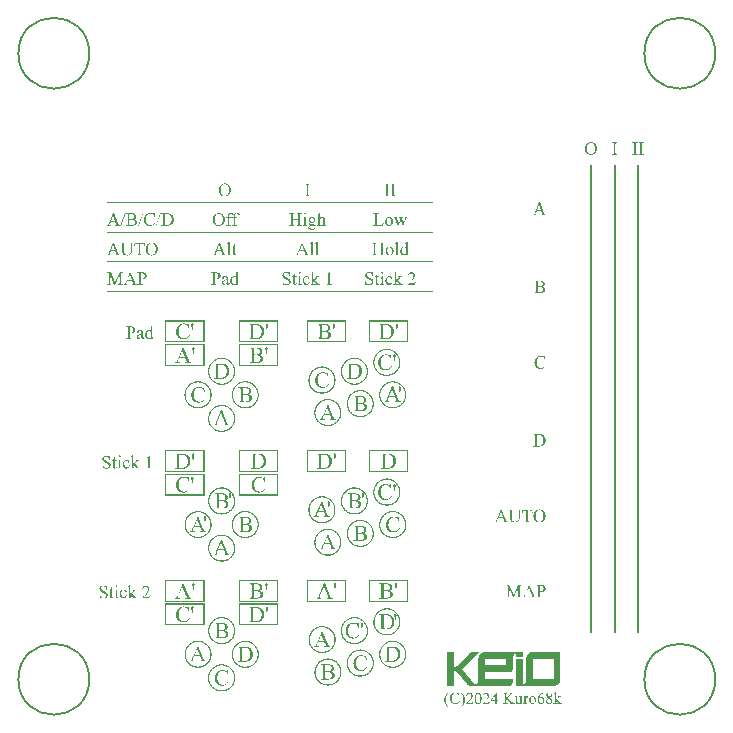
<source format=gbr>
%TF.GenerationSoftware,KiCad,Pcbnew,8.0.2*%
%TF.CreationDate,2024-04-30T20:55:26+01:00*%
%TF.ProjectId,Top Board,546f7020-426f-4617-9264-2e6b69636164,rev?*%
%TF.SameCoordinates,Original*%
%TF.FileFunction,Legend,Top*%
%TF.FilePolarity,Positive*%
%FSLAX46Y46*%
G04 Gerber Fmt 4.6, Leading zero omitted, Abs format (unit mm)*
G04 Created by KiCad (PCBNEW 8.0.2) date 2024-04-30 20:55:26*
%MOMM*%
%LPD*%
G01*
G04 APERTURE LIST*
%ADD10C,0.000000*%
%ADD11C,0.150000*%
%ADD12C,0.099999*%
G04 APERTURE END LIST*
D10*
G36*
X116765992Y-82999998D02*
G01*
X116776907Y-83025203D01*
X116787555Y-83048107D01*
X116797934Y-83068709D01*
X116808045Y-83087010D01*
X116813000Y-83095297D01*
X116817887Y-83103010D01*
X116822707Y-83110147D01*
X116827459Y-83116709D01*
X116832145Y-83122696D01*
X116836762Y-83128107D01*
X116841313Y-83132944D01*
X116845795Y-83137206D01*
X116850456Y-83140976D01*
X116855335Y-83144535D01*
X116860433Y-83147881D01*
X116865748Y-83151016D01*
X116871282Y-83153938D01*
X116877034Y-83156649D01*
X116883004Y-83159148D01*
X116889193Y-83161435D01*
X116895600Y-83163509D01*
X116902226Y-83165372D01*
X116909069Y-83167024D01*
X116916131Y-83168463D01*
X116923412Y-83169690D01*
X116930911Y-83170706D01*
X116938628Y-83171510D01*
X116946564Y-83172102D01*
X116946564Y-83200804D01*
X116531861Y-83200804D01*
X116531861Y-83172102D01*
X116546920Y-83171120D01*
X116553968Y-83170453D01*
X116560694Y-83169671D01*
X116567100Y-83168772D01*
X116573184Y-83167756D01*
X116578947Y-83166624D01*
X116584389Y-83165375D01*
X116589510Y-83164010D01*
X116594310Y-83162529D01*
X116598789Y-83160931D01*
X116602946Y-83159217D01*
X116606782Y-83157387D01*
X116610297Y-83155440D01*
X116613491Y-83153377D01*
X116616364Y-83151198D01*
X116619089Y-83148942D01*
X116621638Y-83146624D01*
X116624011Y-83144247D01*
X116626209Y-83141808D01*
X116628231Y-83139308D01*
X116630077Y-83136748D01*
X116631748Y-83134127D01*
X116633242Y-83131445D01*
X116634561Y-83128703D01*
X116635705Y-83125899D01*
X116636672Y-83123035D01*
X116637463Y-83120110D01*
X116638079Y-83117124D01*
X116638519Y-83114077D01*
X116638783Y-83110970D01*
X116638871Y-83107802D01*
X116638750Y-83103384D01*
X116638387Y-83098658D01*
X116637781Y-83093623D01*
X116636934Y-83088278D01*
X116635844Y-83082625D01*
X116634512Y-83076663D01*
X116632938Y-83070392D01*
X116631121Y-83063813D01*
X116629063Y-83056924D01*
X116626761Y-83049727D01*
X116624218Y-83042221D01*
X116621432Y-83034406D01*
X116615133Y-83017850D01*
X116607865Y-83000060D01*
X116544327Y-82848738D01*
X116137376Y-82848738D01*
X116066071Y-83014632D01*
X116059886Y-83029450D01*
X116054524Y-83043302D01*
X116049987Y-83056189D01*
X116046275Y-83068110D01*
X116043387Y-83079065D01*
X116042252Y-83084181D01*
X116041324Y-83089055D01*
X116040602Y-83093688D01*
X116040086Y-83098080D01*
X116039777Y-83102230D01*
X116039674Y-83106139D01*
X116039762Y-83109119D01*
X116040025Y-83112056D01*
X116040465Y-83114951D01*
X116041081Y-83117803D01*
X116041872Y-83120614D01*
X116042840Y-83123381D01*
X116043983Y-83126107D01*
X116045302Y-83128790D01*
X116046797Y-83131431D01*
X116048467Y-83134030D01*
X116050314Y-83136587D01*
X116052336Y-83139102D01*
X116054533Y-83141575D01*
X116056907Y-83144005D01*
X116059456Y-83146394D01*
X116062180Y-83148741D01*
X116065285Y-83150919D01*
X116068802Y-83153001D01*
X116072732Y-83154986D01*
X116077075Y-83156875D01*
X116081830Y-83158668D01*
X116086998Y-83160365D01*
X116092579Y-83161965D01*
X116098572Y-83163470D01*
X116104979Y-83164878D01*
X116111798Y-83166190D01*
X116119029Y-83167406D01*
X116126673Y-83168525D01*
X116134730Y-83169548D01*
X116143200Y-83170476D01*
X116152083Y-83171307D01*
X116161378Y-83172041D01*
X116161378Y-83200743D01*
X115830384Y-83200743D01*
X115830384Y-83172041D01*
X115846132Y-83169031D01*
X115860427Y-83165804D01*
X115867030Y-83164108D01*
X115873270Y-83162358D01*
X115879146Y-83160553D01*
X115884660Y-83158694D01*
X115889809Y-83156779D01*
X115894596Y-83154811D01*
X115899019Y-83152787D01*
X115903078Y-83150708D01*
X115906774Y-83148575D01*
X115910107Y-83146386D01*
X115913075Y-83144143D01*
X115915681Y-83141844D01*
X115920652Y-83136895D01*
X115925691Y-83131346D01*
X115930797Y-83125198D01*
X115935971Y-83118450D01*
X115941211Y-83111102D01*
X115946519Y-83103154D01*
X115951893Y-83094606D01*
X115957335Y-83085459D01*
X115962844Y-83075712D01*
X115968420Y-83065365D01*
X115974063Y-83054419D01*
X115979773Y-83042873D01*
X115985549Y-83030727D01*
X115991393Y-83017981D01*
X115997304Y-83004636D01*
X116003281Y-82990691D01*
X116088488Y-82791335D01*
X116161423Y-82791335D01*
X116522629Y-82791335D01*
X116344346Y-82366560D01*
X116161423Y-82791335D01*
X116088488Y-82791335D01*
X116373017Y-82125624D01*
X116400117Y-82125624D01*
X116765992Y-82999998D01*
G37*
G36*
X91326377Y-82692751D02*
G01*
X91331524Y-82693084D01*
X91336552Y-82693637D01*
X91341462Y-82694413D01*
X91346254Y-82695410D01*
X91350927Y-82696628D01*
X91355482Y-82698068D01*
X91359919Y-82699729D01*
X91364237Y-82701612D01*
X91368438Y-82703716D01*
X91372519Y-82706042D01*
X91376483Y-82708589D01*
X91380328Y-82711357D01*
X91384055Y-82714347D01*
X91387663Y-82717559D01*
X91391153Y-82720991D01*
X91394591Y-82724493D01*
X91397807Y-82728135D01*
X91400802Y-82731917D01*
X91403574Y-82735839D01*
X91406125Y-82739901D01*
X91408454Y-82744103D01*
X91410562Y-82748445D01*
X91412447Y-82752927D01*
X91414111Y-82757549D01*
X91415553Y-82762312D01*
X91416773Y-82767214D01*
X91417771Y-82772257D01*
X91418548Y-82777440D01*
X91419102Y-82782763D01*
X91419435Y-82788226D01*
X91419546Y-82793829D01*
X91419450Y-82798603D01*
X91419162Y-82804174D01*
X91418008Y-82817712D01*
X91416086Y-82834441D01*
X91413395Y-82854364D01*
X91409934Y-82877478D01*
X91405705Y-82903786D01*
X91400707Y-82933286D01*
X91394939Y-82965979D01*
X91343830Y-83245016D01*
X91302187Y-83245062D01*
X91251074Y-82965079D01*
X91241551Y-82911633D01*
X91237809Y-82888458D01*
X91234748Y-82867648D01*
X91232367Y-82849204D01*
X91230666Y-82833124D01*
X91229645Y-82819408D01*
X91229305Y-82808058D01*
X91229401Y-82800619D01*
X91229690Y-82793438D01*
X91230170Y-82786517D01*
X91230843Y-82779854D01*
X91231708Y-82773450D01*
X91232765Y-82767305D01*
X91234015Y-82761419D01*
X91235457Y-82755792D01*
X91237091Y-82750423D01*
X91238917Y-82745314D01*
X91240936Y-82740463D01*
X91243146Y-82735871D01*
X91245549Y-82731538D01*
X91248145Y-82727464D01*
X91250932Y-82723648D01*
X91253912Y-82720091D01*
X91257058Y-82716767D01*
X91260345Y-82713657D01*
X91263772Y-82710761D01*
X91267340Y-82708080D01*
X91271048Y-82705614D01*
X91274896Y-82703362D01*
X91278885Y-82701325D01*
X91283015Y-82699502D01*
X91287285Y-82697894D01*
X91291696Y-82696500D01*
X91296247Y-82695321D01*
X91300939Y-82694356D01*
X91305771Y-82693605D01*
X91310744Y-82693069D01*
X91315858Y-82692748D01*
X91321112Y-82692641D01*
X91326377Y-82692751D01*
G37*
G36*
X106945335Y-54579849D02*
G01*
X106907341Y-54579849D01*
X106899440Y-54579998D01*
X106891811Y-54580443D01*
X106884454Y-54581185D01*
X106877369Y-54582224D01*
X106870555Y-54583560D01*
X106864014Y-54585192D01*
X106857744Y-54587122D01*
X106851746Y-54589348D01*
X106846019Y-54591871D01*
X106840565Y-54594691D01*
X106835382Y-54597808D01*
X106830471Y-54601221D01*
X106825832Y-54604932D01*
X106821465Y-54608939D01*
X106817369Y-54613243D01*
X106813545Y-54617844D01*
X106811198Y-54621215D01*
X106809001Y-54625131D01*
X106806956Y-54629593D01*
X106805063Y-54634601D01*
X106803320Y-54640153D01*
X106801729Y-54646252D01*
X106800290Y-54652895D01*
X106799002Y-54660084D01*
X106797865Y-54667818D01*
X106796880Y-54676098D01*
X106796046Y-54684923D01*
X106795364Y-54694293D01*
X106794834Y-54704209D01*
X106794455Y-54714670D01*
X106794227Y-54725677D01*
X106794151Y-54737228D01*
X106794151Y-55416245D01*
X106794309Y-55435350D01*
X106794783Y-55452763D01*
X106795573Y-55468481D01*
X106796679Y-55482506D01*
X106798099Y-55494837D01*
X106799835Y-55505474D01*
X106801887Y-55514418D01*
X106803030Y-55518254D01*
X106804253Y-55521668D01*
X106805316Y-55524070D01*
X106806509Y-55526429D01*
X106807832Y-55528746D01*
X106809285Y-55531020D01*
X106810868Y-55533251D01*
X106812580Y-55535440D01*
X106814423Y-55537585D01*
X106816395Y-55539688D01*
X106818497Y-55541748D01*
X106820729Y-55543765D01*
X106823090Y-55545739D01*
X106825582Y-55547670D01*
X106828203Y-55549558D01*
X106830954Y-55551402D01*
X106833835Y-55553204D01*
X106836845Y-55554962D01*
X106841023Y-55557215D01*
X106845232Y-55559323D01*
X106849471Y-55561285D01*
X106853740Y-55563102D01*
X106858039Y-55564773D01*
X106862369Y-55566299D01*
X106866730Y-55567679D01*
X106871120Y-55568914D01*
X106875542Y-55570004D01*
X106879993Y-55570948D01*
X106884475Y-55571747D01*
X106888988Y-55572401D01*
X106893530Y-55572909D01*
X106898103Y-55573272D01*
X106902707Y-55573490D01*
X106907341Y-55573563D01*
X106945335Y-55573578D01*
X106945335Y-55602264D01*
X106494972Y-55602264D01*
X106494972Y-55573563D01*
X106532173Y-55573563D01*
X106540171Y-55573414D01*
X106547891Y-55572969D01*
X106555333Y-55572227D01*
X106562497Y-55571188D01*
X106569383Y-55569852D01*
X106575991Y-55568220D01*
X106582321Y-55566290D01*
X106588373Y-55564064D01*
X106594147Y-55561541D01*
X106599643Y-55558721D01*
X106604861Y-55555604D01*
X106609801Y-55552191D01*
X106614462Y-55548480D01*
X106618846Y-55544473D01*
X106622951Y-55540169D01*
X106626778Y-55535568D01*
X106629031Y-55532197D01*
X106631139Y-55528280D01*
X106633101Y-55523819D01*
X106634918Y-55518811D01*
X106636589Y-55513259D01*
X106638115Y-55507160D01*
X106639495Y-55500517D01*
X106640730Y-55493328D01*
X106641820Y-55485594D01*
X106642764Y-55477314D01*
X106643563Y-55468489D01*
X106644216Y-55459119D01*
X106644725Y-55449203D01*
X106645088Y-55438742D01*
X106645306Y-55427735D01*
X106645378Y-55416184D01*
X106645378Y-54737167D01*
X106645220Y-54718062D01*
X106644746Y-54700649D01*
X106643956Y-54684931D01*
X106642851Y-54670906D01*
X106641430Y-54658575D01*
X106639694Y-54647938D01*
X106637643Y-54638994D01*
X106636499Y-54635158D01*
X106635277Y-54631744D01*
X106634216Y-54629342D01*
X106633032Y-54626983D01*
X106631725Y-54624666D01*
X106630293Y-54622392D01*
X106628738Y-54620161D01*
X106627059Y-54617972D01*
X106625257Y-54615827D01*
X106623331Y-54613724D01*
X106621282Y-54611664D01*
X106619109Y-54609647D01*
X106616812Y-54607673D01*
X106614392Y-54605742D01*
X106611849Y-54603854D01*
X106609182Y-54602010D01*
X106606391Y-54600208D01*
X106603477Y-54598450D01*
X106599202Y-54596197D01*
X106594903Y-54594089D01*
X106590579Y-54592127D01*
X106586231Y-54590310D01*
X106581859Y-54588639D01*
X106577463Y-54587113D01*
X106573042Y-54585733D01*
X106568598Y-54584498D01*
X106564129Y-54583408D01*
X106559636Y-54582464D01*
X106555119Y-54581665D01*
X106550578Y-54581011D01*
X106546013Y-54580503D01*
X106541424Y-54580140D01*
X106536810Y-54579922D01*
X106532173Y-54579849D01*
X106494972Y-54579849D01*
X106494972Y-54551148D01*
X106945335Y-54551148D01*
X106945335Y-54579849D01*
G37*
G36*
X101353731Y-77406483D02*
G01*
X101419187Y-77409542D01*
X101480325Y-77414640D01*
X101537145Y-77421778D01*
X101563935Y-77426112D01*
X101589646Y-77430955D01*
X101614277Y-77436309D01*
X101637828Y-77442172D01*
X101660300Y-77448546D01*
X101681693Y-77455429D01*
X101702006Y-77462822D01*
X101721239Y-77470725D01*
X101739817Y-77479223D01*
X101757930Y-77488401D01*
X101775577Y-77498259D01*
X101792758Y-77508797D01*
X101809473Y-77520014D01*
X101825722Y-77531912D01*
X101841506Y-77544489D01*
X101856823Y-77557746D01*
X101871675Y-77571683D01*
X101886061Y-77586300D01*
X101899981Y-77601597D01*
X101913435Y-77617573D01*
X101926424Y-77634229D01*
X101938946Y-77651566D01*
X101951003Y-77669582D01*
X101962593Y-77688277D01*
X101973711Y-77707498D01*
X101984112Y-77727088D01*
X101993795Y-77747048D01*
X102002761Y-77767377D01*
X102011009Y-77788076D01*
X102018541Y-77809145D01*
X102025355Y-77830583D01*
X102031451Y-77852391D01*
X102036831Y-77874568D01*
X102041493Y-77897114D01*
X102045438Y-77920030D01*
X102048665Y-77943316D01*
X102051176Y-77966971D01*
X102052969Y-77990995D01*
X102054045Y-78015389D01*
X102054403Y-78040153D01*
X102053767Y-78073269D01*
X102051860Y-78105698D01*
X102048680Y-78137440D01*
X102044229Y-78168495D01*
X102038505Y-78198863D01*
X102031510Y-78228544D01*
X102023243Y-78257538D01*
X102013705Y-78285844D01*
X102002894Y-78313463D01*
X101990811Y-78340396D01*
X101977457Y-78366640D01*
X101962830Y-78392198D01*
X101946932Y-78417068D01*
X101929762Y-78441252D01*
X101911320Y-78464747D01*
X101891605Y-78487556D01*
X101868024Y-78511839D01*
X101842950Y-78534556D01*
X101816381Y-78555706D01*
X101788320Y-78575289D01*
X101758764Y-78593306D01*
X101727715Y-78609755D01*
X101695172Y-78624639D01*
X101661135Y-78637955D01*
X101625605Y-78649705D01*
X101588581Y-78659888D01*
X101550063Y-78668504D01*
X101510051Y-78675554D01*
X101468546Y-78681037D01*
X101425547Y-78684954D01*
X101381054Y-78687303D01*
X101335068Y-78688087D01*
X100761486Y-78688094D01*
X100761486Y-78653098D01*
X100809761Y-78653098D01*
X100819751Y-78652895D01*
X100829371Y-78652285D01*
X100838622Y-78651269D01*
X100847503Y-78649847D01*
X100856014Y-78648018D01*
X100864155Y-78645782D01*
X100871927Y-78643140D01*
X100879329Y-78640092D01*
X100886361Y-78636637D01*
X100893023Y-78632776D01*
X100899316Y-78628508D01*
X100905239Y-78623834D01*
X100910792Y-78618754D01*
X100915976Y-78613267D01*
X100920790Y-78607373D01*
X100925234Y-78601073D01*
X100927756Y-78596871D01*
X100930115Y-78592062D01*
X100932311Y-78586646D01*
X100934345Y-78580625D01*
X100936216Y-78573997D01*
X100937924Y-78566763D01*
X100939470Y-78558923D01*
X100940852Y-78550476D01*
X100942073Y-78541424D01*
X100943130Y-78531765D01*
X100944025Y-78521501D01*
X100944757Y-78510630D01*
X100945326Y-78499154D01*
X100945733Y-78487072D01*
X100945977Y-78474383D01*
X100946058Y-78461089D01*
X100946058Y-77632484D01*
X100945644Y-77603856D01*
X100944402Y-77578036D01*
X100943471Y-77566179D01*
X100942332Y-77555024D01*
X100940986Y-77544571D01*
X100939434Y-77534821D01*
X100937674Y-77525772D01*
X100935707Y-77517426D01*
X100933533Y-77509782D01*
X100931822Y-77504791D01*
X101127777Y-77504791D01*
X101127779Y-78595397D01*
X101157224Y-78601612D01*
X101185456Y-78606997D01*
X101212476Y-78611554D01*
X101238282Y-78615282D01*
X101262876Y-78618182D01*
X101286257Y-78620253D01*
X101308426Y-78621495D01*
X101329382Y-78621909D01*
X101356538Y-78621307D01*
X101383110Y-78619500D01*
X101409098Y-78616489D01*
X101434502Y-78612273D01*
X101459321Y-78606853D01*
X101483557Y-78600228D01*
X101507208Y-78592399D01*
X101530275Y-78583365D01*
X101552758Y-78573126D01*
X101574657Y-78561683D01*
X101595971Y-78549035D01*
X101616702Y-78535183D01*
X101636848Y-78520126D01*
X101656411Y-78503864D01*
X101675389Y-78486398D01*
X101693783Y-78467727D01*
X101711319Y-78448026D01*
X101727723Y-78427468D01*
X101742997Y-78406053D01*
X101757139Y-78383780D01*
X101770149Y-78360650D01*
X101782029Y-78336663D01*
X101792776Y-78311819D01*
X101802393Y-78286117D01*
X101810878Y-78259558D01*
X101818232Y-78232142D01*
X101824454Y-78203868D01*
X101829546Y-78174737D01*
X101833505Y-78144750D01*
X101836334Y-78113905D01*
X101838031Y-78082203D01*
X101838596Y-78049644D01*
X101838031Y-78016858D01*
X101836334Y-77984952D01*
X101833505Y-77953926D01*
X101829546Y-77923779D01*
X101824454Y-77894511D01*
X101818232Y-77866123D01*
X101810878Y-77838614D01*
X101802393Y-77811984D01*
X101792776Y-77786234D01*
X101782029Y-77761363D01*
X101770149Y-77737372D01*
X101757139Y-77714260D01*
X101742997Y-77692028D01*
X101727723Y-77670675D01*
X101711319Y-77650201D01*
X101693783Y-77630607D01*
X101675359Y-77612052D01*
X101656292Y-77594695D01*
X101636582Y-77578535D01*
X101616228Y-77563572D01*
X101595231Y-77549806D01*
X101573591Y-77537237D01*
X101551308Y-77525865D01*
X101528381Y-77515690D01*
X101504811Y-77506712D01*
X101480598Y-77498932D01*
X101455741Y-77492348D01*
X101430241Y-77486962D01*
X101404098Y-77482772D01*
X101377311Y-77479780D01*
X101349881Y-77477984D01*
X101321808Y-77477386D01*
X101300142Y-77477814D01*
X101277737Y-77479098D01*
X101254592Y-77481239D01*
X101230708Y-77484236D01*
X101206085Y-77488090D01*
X101180722Y-77492800D01*
X101154619Y-77498367D01*
X101127777Y-77504791D01*
X100931822Y-77504791D01*
X100931153Y-77502840D01*
X100928565Y-77496600D01*
X100925770Y-77491062D01*
X100922768Y-77486226D01*
X100919559Y-77482093D01*
X100914805Y-77477050D01*
X100909769Y-77472333D01*
X100904452Y-77467941D01*
X100898854Y-77463874D01*
X100892975Y-77460133D01*
X100886815Y-77456717D01*
X100880375Y-77453626D01*
X100873653Y-77450861D01*
X100866651Y-77448421D01*
X100859367Y-77446307D01*
X100851803Y-77444518D01*
X100843957Y-77443054D01*
X100835831Y-77441916D01*
X100827424Y-77441102D01*
X100818736Y-77440614D01*
X100809767Y-77440452D01*
X100761492Y-77440452D01*
X100761492Y-77405463D01*
X101283957Y-77405463D01*
X101353731Y-77406483D01*
G37*
G36*
X107473991Y-54579849D02*
G01*
X107435997Y-54579849D01*
X107428096Y-54579998D01*
X107420467Y-54580443D01*
X107413110Y-54581185D01*
X107406025Y-54582224D01*
X107399211Y-54583560D01*
X107392670Y-54585192D01*
X107386400Y-54587122D01*
X107380402Y-54589348D01*
X107374675Y-54591871D01*
X107369221Y-54594691D01*
X107364038Y-54597808D01*
X107359127Y-54601221D01*
X107354488Y-54604932D01*
X107350121Y-54608939D01*
X107346025Y-54613243D01*
X107342201Y-54617844D01*
X107339854Y-54621215D01*
X107337657Y-54625131D01*
X107335612Y-54629593D01*
X107333719Y-54634601D01*
X107331976Y-54640153D01*
X107330385Y-54646252D01*
X107328946Y-54652895D01*
X107327658Y-54660084D01*
X107326521Y-54667818D01*
X107325536Y-54676098D01*
X107324702Y-54684923D01*
X107324020Y-54694293D01*
X107323490Y-54704209D01*
X107323111Y-54714670D01*
X107322883Y-54725677D01*
X107322807Y-54737228D01*
X107322807Y-55416245D01*
X107322965Y-55435350D01*
X107323439Y-55452763D01*
X107324229Y-55468481D01*
X107325335Y-55482506D01*
X107326755Y-55494837D01*
X107328491Y-55505474D01*
X107330543Y-55514418D01*
X107331686Y-55518254D01*
X107332909Y-55521668D01*
X107333972Y-55524070D01*
X107335165Y-55526429D01*
X107336488Y-55528746D01*
X107337941Y-55531020D01*
X107339524Y-55533251D01*
X107341236Y-55535440D01*
X107343079Y-55537585D01*
X107345051Y-55539688D01*
X107347153Y-55541748D01*
X107349385Y-55543765D01*
X107351746Y-55545739D01*
X107354238Y-55547670D01*
X107356859Y-55549558D01*
X107359610Y-55551402D01*
X107362491Y-55553204D01*
X107365501Y-55554962D01*
X107369679Y-55557215D01*
X107373888Y-55559323D01*
X107378127Y-55561285D01*
X107382396Y-55563102D01*
X107386695Y-55564773D01*
X107391025Y-55566299D01*
X107395386Y-55567679D01*
X107399776Y-55568914D01*
X107404198Y-55570004D01*
X107408649Y-55570948D01*
X107413131Y-55571747D01*
X107417644Y-55572401D01*
X107422186Y-55572909D01*
X107426759Y-55573272D01*
X107431363Y-55573490D01*
X107435997Y-55573563D01*
X107473991Y-55573578D01*
X107473991Y-55602264D01*
X107023628Y-55602264D01*
X107023628Y-55573563D01*
X107060829Y-55573563D01*
X107068827Y-55573414D01*
X107076547Y-55572969D01*
X107083989Y-55572227D01*
X107091153Y-55571188D01*
X107098039Y-55569852D01*
X107104647Y-55568220D01*
X107110977Y-55566290D01*
X107117029Y-55564064D01*
X107122803Y-55561541D01*
X107128299Y-55558721D01*
X107133517Y-55555604D01*
X107138457Y-55552191D01*
X107143118Y-55548480D01*
X107147502Y-55544473D01*
X107151607Y-55540169D01*
X107155434Y-55535568D01*
X107157687Y-55532197D01*
X107159795Y-55528280D01*
X107161757Y-55523819D01*
X107163574Y-55518811D01*
X107165245Y-55513259D01*
X107166771Y-55507160D01*
X107168151Y-55500517D01*
X107169386Y-55493328D01*
X107170476Y-55485594D01*
X107171420Y-55477314D01*
X107172219Y-55468489D01*
X107172872Y-55459119D01*
X107173381Y-55449203D01*
X107173744Y-55438742D01*
X107173962Y-55427735D01*
X107174034Y-55416184D01*
X107174034Y-54737167D01*
X107173876Y-54718062D01*
X107173402Y-54700649D01*
X107172612Y-54684931D01*
X107171507Y-54670906D01*
X107170086Y-54658575D01*
X107168350Y-54647938D01*
X107166299Y-54638994D01*
X107165155Y-54635158D01*
X107163933Y-54631744D01*
X107162872Y-54629342D01*
X107161688Y-54626983D01*
X107160381Y-54624666D01*
X107158949Y-54622392D01*
X107157394Y-54620161D01*
X107155715Y-54617972D01*
X107153913Y-54615827D01*
X107151987Y-54613724D01*
X107149938Y-54611664D01*
X107147765Y-54609647D01*
X107145468Y-54607673D01*
X107143048Y-54605742D01*
X107140505Y-54603854D01*
X107137838Y-54602010D01*
X107135047Y-54600208D01*
X107132133Y-54598450D01*
X107127858Y-54596197D01*
X107123559Y-54594089D01*
X107119235Y-54592127D01*
X107114887Y-54590310D01*
X107110515Y-54588639D01*
X107106119Y-54587113D01*
X107101698Y-54585733D01*
X107097254Y-54584498D01*
X107092785Y-54583408D01*
X107088292Y-54582464D01*
X107083775Y-54581665D01*
X107079234Y-54581011D01*
X107074669Y-54580503D01*
X107070080Y-54580140D01*
X107065466Y-54579922D01*
X107060829Y-54579849D01*
X107023628Y-54579849D01*
X107023628Y-54551148D01*
X107473991Y-54551148D01*
X107473991Y-54579849D01*
G37*
G36*
X92239361Y-62051608D02*
G01*
X92271831Y-62052990D01*
X92302435Y-62055294D01*
X92331175Y-62058519D01*
X92358049Y-62062666D01*
X92383059Y-62067736D01*
X92394864Y-62070617D01*
X92406204Y-62073728D01*
X92417077Y-62077070D01*
X92427484Y-62080642D01*
X92437559Y-62084387D01*
X92447434Y-62088447D01*
X92457109Y-62092822D01*
X92466584Y-62097511D01*
X92475859Y-62102515D01*
X92484934Y-62107834D01*
X92493809Y-62113468D01*
X92502484Y-62119417D01*
X92510960Y-62125680D01*
X92519235Y-62132259D01*
X92527310Y-62139152D01*
X92535186Y-62146361D01*
X92542862Y-62153884D01*
X92550338Y-62161722D01*
X92557614Y-62169876D01*
X92564691Y-62178344D01*
X92571448Y-62187070D01*
X92577769Y-62195995D01*
X92583654Y-62205119D01*
X92589104Y-62214442D01*
X92594117Y-62223965D01*
X92598695Y-62233687D01*
X92602836Y-62243609D01*
X92606542Y-62253730D01*
X92609811Y-62264051D01*
X92612645Y-62274572D01*
X92615043Y-62285292D01*
X92617004Y-62296211D01*
X92618530Y-62307331D01*
X92619620Y-62318650D01*
X92620274Y-62330169D01*
X92620492Y-62341888D01*
X92620159Y-62357785D01*
X92619159Y-62373306D01*
X92617493Y-62388452D01*
X92615161Y-62403223D01*
X92612162Y-62417618D01*
X92608496Y-62431637D01*
X92604165Y-62445281D01*
X92599167Y-62458549D01*
X92593503Y-62471442D01*
X92587172Y-62483959D01*
X92580175Y-62496101D01*
X92572512Y-62507867D01*
X92564182Y-62519258D01*
X92555186Y-62530274D01*
X92545524Y-62540913D01*
X92535195Y-62551178D01*
X92524357Y-62560937D01*
X92512968Y-62570066D01*
X92501028Y-62578566D01*
X92488536Y-62586437D01*
X92475495Y-62593678D01*
X92461902Y-62600289D01*
X92447758Y-62606271D01*
X92433064Y-62611623D01*
X92417818Y-62616346D01*
X92402022Y-62620439D01*
X92385675Y-62623903D01*
X92368777Y-62626736D01*
X92351329Y-62628941D01*
X92333329Y-62630515D01*
X92314779Y-62631460D01*
X92295678Y-62631775D01*
X92286080Y-62631697D01*
X92276289Y-62631462D01*
X92266304Y-62631072D01*
X92256126Y-62630525D01*
X92245755Y-62629822D01*
X92235190Y-62628961D01*
X92224431Y-62627944D01*
X92213479Y-62626770D01*
X92202333Y-62625419D01*
X92190993Y-62623871D01*
X92179459Y-62622128D01*
X92167731Y-62620189D01*
X92155810Y-62618054D01*
X92143694Y-62615723D01*
X92131385Y-62613196D01*
X92119035Y-62610506D01*
X92119035Y-62916229D01*
X92119374Y-62939854D01*
X92120391Y-62961130D01*
X92121154Y-62970887D01*
X92122086Y-62980058D01*
X92123188Y-62988641D01*
X92124459Y-62996637D01*
X92125900Y-63004046D01*
X92127511Y-63010868D01*
X92129290Y-63017103D01*
X92131240Y-63022751D01*
X92133359Y-63027812D01*
X92135647Y-63032286D01*
X92138105Y-63036174D01*
X92140733Y-63039474D01*
X92144538Y-63043604D01*
X92148579Y-63047467D01*
X92152854Y-63051064D01*
X92157365Y-63054394D01*
X92162111Y-63057458D01*
X92167092Y-63060256D01*
X92172309Y-63062787D01*
X92177760Y-63065052D01*
X92183447Y-63067050D01*
X92189368Y-63068782D01*
X92195525Y-63070247D01*
X92201917Y-63071446D01*
X92208544Y-63072379D01*
X92215407Y-63073045D01*
X92222504Y-63073444D01*
X92229836Y-63073577D01*
X92270135Y-63073577D01*
X92270135Y-63102264D01*
X91819772Y-63102264D01*
X91819772Y-63073562D01*
X91859269Y-63073562D01*
X91867459Y-63073393D01*
X91875350Y-63072884D01*
X91882944Y-63072037D01*
X91890240Y-63070850D01*
X91897238Y-63069324D01*
X91903938Y-63067460D01*
X91910341Y-63065256D01*
X91916446Y-63062713D01*
X91922253Y-63059831D01*
X91927762Y-63056611D01*
X91932974Y-63053051D01*
X91937888Y-63049152D01*
X91942504Y-63044914D01*
X91946823Y-63040337D01*
X91950844Y-63035421D01*
X91954568Y-63030166D01*
X91956446Y-63026908D01*
X91958202Y-63023134D01*
X91959837Y-63018845D01*
X91961352Y-63014041D01*
X91962744Y-63008722D01*
X91964016Y-63002888D01*
X91965167Y-62996539D01*
X91966196Y-62989675D01*
X91967104Y-62982296D01*
X91967891Y-62974401D01*
X91968557Y-62965991D01*
X91969102Y-62957066D01*
X91969526Y-62947626D01*
X91969829Y-62937671D01*
X91970010Y-62927200D01*
X91970071Y-62916214D01*
X91970071Y-62565841D01*
X92119035Y-62565841D01*
X92139002Y-62569563D01*
X92157807Y-62572738D01*
X92175451Y-62575364D01*
X92191934Y-62577438D01*
X92199739Y-62578376D01*
X92207253Y-62579189D01*
X92214476Y-62579876D01*
X92221409Y-62580438D01*
X92228051Y-62580875D01*
X92234402Y-62581187D01*
X92240462Y-62581374D01*
X92246232Y-62581436D01*
X92256219Y-62581194D01*
X92266031Y-62580467D01*
X92275668Y-62579257D01*
X92285129Y-62577562D01*
X92294415Y-62575382D01*
X92303525Y-62572719D01*
X92312460Y-62569571D01*
X92321219Y-62565939D01*
X92329804Y-62561822D01*
X92338212Y-62557221D01*
X92346445Y-62552135D01*
X92354503Y-62546565D01*
X92362386Y-62540510D01*
X92370093Y-62533971D01*
X92377624Y-62526948D01*
X92384980Y-62519439D01*
X92392113Y-62511447D01*
X92398785Y-62503169D01*
X92404998Y-62494608D01*
X92410750Y-62485762D01*
X92416041Y-62476632D01*
X92420873Y-62467218D01*
X92425244Y-62457519D01*
X92429155Y-62447536D01*
X92432606Y-62437269D01*
X92435597Y-62426717D01*
X92438128Y-62415881D01*
X92440198Y-62404761D01*
X92441809Y-62393356D01*
X92442959Y-62381667D01*
X92443649Y-62369694D01*
X92443879Y-62357437D01*
X92443770Y-62348950D01*
X92443443Y-62340542D01*
X92442898Y-62332213D01*
X92442135Y-62323963D01*
X92441154Y-62315791D01*
X92439956Y-62307698D01*
X92438539Y-62299683D01*
X92436904Y-62291748D01*
X92435051Y-62283891D01*
X92432980Y-62276112D01*
X92430692Y-62268412D01*
X92428185Y-62260791D01*
X92425460Y-62253249D01*
X92422518Y-62245785D01*
X92419357Y-62238400D01*
X92415978Y-62231094D01*
X92412400Y-62223850D01*
X92408639Y-62216843D01*
X92404697Y-62210070D01*
X92400572Y-62203534D01*
X92396265Y-62197233D01*
X92391776Y-62191168D01*
X92387106Y-62185339D01*
X92382253Y-62179746D01*
X92377218Y-62174389D01*
X92372001Y-62169267D01*
X92366602Y-62164382D01*
X92361021Y-62159732D01*
X92355258Y-62155318D01*
X92349313Y-62151141D01*
X92343186Y-62147199D01*
X92336877Y-62143493D01*
X92330423Y-62139921D01*
X92323860Y-62136579D01*
X92317189Y-62133468D01*
X92310410Y-62130587D01*
X92303522Y-62127937D01*
X92296526Y-62125517D01*
X92289421Y-62123328D01*
X92282208Y-62121370D01*
X92274887Y-62119642D01*
X92267458Y-62118144D01*
X92259920Y-62116877D01*
X92252274Y-62115841D01*
X92244519Y-62115035D01*
X92236656Y-62114459D01*
X92228685Y-62114113D01*
X92220605Y-62113998D01*
X92210379Y-62114228D01*
X92199448Y-62114916D01*
X92187812Y-62116064D01*
X92175471Y-62117672D01*
X92162426Y-62119738D01*
X92148677Y-62122264D01*
X92134223Y-62125248D01*
X92119065Y-62128692D01*
X92119035Y-62565841D01*
X91970071Y-62565841D01*
X91970071Y-62237197D01*
X91969744Y-62213573D01*
X91968765Y-62192296D01*
X91967132Y-62173369D01*
X91966071Y-62164786D01*
X91964847Y-62156789D01*
X91963459Y-62149380D01*
X91961908Y-62142558D01*
X91960194Y-62136323D01*
X91958316Y-62130675D01*
X91956276Y-62125614D01*
X91954072Y-62121140D01*
X91951704Y-62117253D01*
X91949174Y-62113952D01*
X91945284Y-62109823D01*
X91941163Y-62105959D01*
X91936812Y-62102362D01*
X91932231Y-62099032D01*
X91927419Y-62095968D01*
X91922377Y-62093170D01*
X91917104Y-62090639D01*
X91911601Y-62088375D01*
X91905867Y-62086376D01*
X91899903Y-62084645D01*
X91893709Y-62083179D01*
X91887284Y-62081980D01*
X91880628Y-62081048D01*
X91873741Y-62080382D01*
X91866624Y-62079982D01*
X91859277Y-62079849D01*
X91819779Y-62079849D01*
X91819779Y-62051147D01*
X92205026Y-62051147D01*
X92239361Y-62051608D01*
G37*
G36*
X108457100Y-60320938D02*
G01*
X108457412Y-60377286D01*
X108458349Y-60421520D01*
X108459053Y-60439094D01*
X108459913Y-60453641D01*
X108460930Y-60465158D01*
X108462105Y-60473648D01*
X108462880Y-60476972D01*
X108463707Y-60480169D01*
X108464585Y-60483240D01*
X108465515Y-60486185D01*
X108466497Y-60489002D01*
X108467530Y-60491694D01*
X108468615Y-60494258D01*
X108469751Y-60496696D01*
X108470939Y-60499007D01*
X108472179Y-60501192D01*
X108473471Y-60503250D01*
X108474814Y-60505182D01*
X108476209Y-60506987D01*
X108477656Y-60508665D01*
X108479155Y-60510217D01*
X108480705Y-60511642D01*
X108482371Y-60512961D01*
X108484066Y-60514196D01*
X108485790Y-60515345D01*
X108487544Y-60516409D01*
X108489327Y-60517387D01*
X108491140Y-60518281D01*
X108492982Y-60519090D01*
X108494854Y-60519813D01*
X108496756Y-60520452D01*
X108498687Y-60521005D01*
X108500648Y-60521473D01*
X108502639Y-60521856D01*
X108504660Y-60522154D01*
X108506711Y-60522367D01*
X108508792Y-60522494D01*
X108510902Y-60522537D01*
X108513569Y-60522485D01*
X108516346Y-60522331D01*
X108519231Y-60522073D01*
X108522226Y-60521713D01*
X108525331Y-60521249D01*
X108528545Y-60520682D01*
X108531868Y-60520012D01*
X108535301Y-60519239D01*
X108538844Y-60518363D01*
X108542495Y-60517383D01*
X108546256Y-60516301D01*
X108550127Y-60515115D01*
X108558197Y-60512433D01*
X108566704Y-60509338D01*
X108575706Y-60536438D01*
X108364861Y-60624038D01*
X108329155Y-60624038D01*
X108328987Y-60522430D01*
X108322510Y-60529101D01*
X108316050Y-60535534D01*
X108309607Y-60541731D01*
X108303181Y-60547690D01*
X108296773Y-60553413D01*
X108290382Y-60558898D01*
X108284009Y-60564147D01*
X108277653Y-60569158D01*
X108271314Y-60573933D01*
X108264993Y-60578470D01*
X108258690Y-60582771D01*
X108252405Y-60586835D01*
X108246137Y-60590662D01*
X108239887Y-60594253D01*
X108233654Y-60597606D01*
X108227440Y-60600723D01*
X108221210Y-60603544D01*
X108214919Y-60606184D01*
X108208567Y-60608641D01*
X108202154Y-60610917D01*
X108195681Y-60613010D01*
X108189147Y-60614921D01*
X108182553Y-60616651D01*
X108175898Y-60618198D01*
X108169182Y-60619563D01*
X108162405Y-60620746D01*
X108155568Y-60621748D01*
X108148671Y-60622567D01*
X108141713Y-60623204D01*
X108134694Y-60623659D01*
X108127615Y-60623932D01*
X108120476Y-60624023D01*
X108106057Y-60623645D01*
X108091868Y-60622509D01*
X108077910Y-60620616D01*
X108064182Y-60617967D01*
X108050684Y-60614560D01*
X108037417Y-60610396D01*
X108024379Y-60605475D01*
X108011572Y-60599798D01*
X107998995Y-60593363D01*
X107986648Y-60586172D01*
X107974531Y-60578224D01*
X107962644Y-60569518D01*
X107950987Y-60560056D01*
X107939560Y-60549838D01*
X107928363Y-60538862D01*
X107917397Y-60527130D01*
X107906884Y-60514701D01*
X107897050Y-60501844D01*
X107887894Y-60488557D01*
X107879416Y-60474841D01*
X107871617Y-60460696D01*
X107864496Y-60446122D01*
X107858054Y-60431118D01*
X107852289Y-60415685D01*
X107847203Y-60399823D01*
X107842795Y-60383531D01*
X107839066Y-60366810D01*
X107836014Y-60349660D01*
X107833641Y-60332080D01*
X107831945Y-60314071D01*
X107830928Y-60295632D01*
X107830589Y-60276764D01*
X107830965Y-60257778D01*
X107832091Y-60238998D01*
X107833967Y-60220424D01*
X107834687Y-60215393D01*
X107972496Y-60215393D01*
X107972762Y-60234680D01*
X107973562Y-60253399D01*
X107974894Y-60271549D01*
X107976759Y-60289129D01*
X107979157Y-60306141D01*
X107982088Y-60322583D01*
X107985551Y-60338456D01*
X107989548Y-60353759D01*
X107994077Y-60368494D01*
X107999139Y-60382659D01*
X108004734Y-60396254D01*
X108010862Y-60409280D01*
X108017523Y-60421736D01*
X108024717Y-60433623D01*
X108032443Y-60444940D01*
X108040703Y-60455688D01*
X108049289Y-60465727D01*
X108057997Y-60475118D01*
X108066826Y-60483861D01*
X108075776Y-60491957D01*
X108084848Y-60499405D01*
X108094040Y-60506206D01*
X108103354Y-60512359D01*
X108112789Y-60517864D01*
X108122346Y-60522721D01*
X108132023Y-60526931D01*
X108141822Y-60530493D01*
X108151742Y-60533408D01*
X108161783Y-60535675D01*
X108171946Y-60537294D01*
X108182230Y-60538265D01*
X108192635Y-60538589D01*
X108201429Y-60538314D01*
X108210187Y-60537488D01*
X108218910Y-60536111D01*
X108227597Y-60534183D01*
X108236248Y-60531705D01*
X108244863Y-60528676D01*
X108253443Y-60525096D01*
X108261988Y-60520965D01*
X108270496Y-60516284D01*
X108278970Y-60511052D01*
X108287407Y-60505269D01*
X108295810Y-60498935D01*
X108304176Y-60492051D01*
X108312507Y-60484616D01*
X108320803Y-60476630D01*
X108329063Y-60468093D01*
X108328987Y-60468124D01*
X108328987Y-60102249D01*
X108328291Y-60095696D01*
X108327455Y-60089217D01*
X108326480Y-60082810D01*
X108325365Y-60076476D01*
X108324110Y-60070216D01*
X108322716Y-60064028D01*
X108321183Y-60057912D01*
X108319510Y-60051870D01*
X108317697Y-60045900D01*
X108315744Y-60040003D01*
X108313652Y-60034179D01*
X108311420Y-60028428D01*
X108309048Y-60022749D01*
X108306536Y-60017143D01*
X108303885Y-60011610D01*
X108301094Y-60006149D01*
X108298135Y-60000809D01*
X108295053Y-59995639D01*
X108291849Y-59990638D01*
X108288523Y-59985807D01*
X108285075Y-59981145D01*
X108281505Y-59976653D01*
X108277813Y-59972331D01*
X108273998Y-59968177D01*
X108270062Y-59964194D01*
X108266004Y-59960380D01*
X108261824Y-59956735D01*
X108257522Y-59953260D01*
X108253099Y-59949954D01*
X108248553Y-59946818D01*
X108243886Y-59943852D01*
X108239098Y-59941055D01*
X108234355Y-59938330D01*
X108229624Y-59935781D01*
X108224906Y-59933408D01*
X108220200Y-59931210D01*
X108215507Y-59929188D01*
X108210826Y-59927342D01*
X108206158Y-59925672D01*
X108201502Y-59924177D01*
X108196858Y-59922858D01*
X108192227Y-59921715D01*
X108187608Y-59920747D01*
X108183001Y-59919956D01*
X108178406Y-59919340D01*
X108173824Y-59918900D01*
X108169254Y-59918636D01*
X108164696Y-59918548D01*
X108156227Y-59918787D01*
X108147874Y-59919504D01*
X108139635Y-59920700D01*
X108131511Y-59922373D01*
X108123502Y-59924525D01*
X108115608Y-59927155D01*
X108107829Y-59930263D01*
X108100164Y-59933849D01*
X108092615Y-59937913D01*
X108085181Y-59942456D01*
X108077862Y-59947476D01*
X108070658Y-59952975D01*
X108063568Y-59958952D01*
X108056594Y-59965407D01*
X108049735Y-59972340D01*
X108042992Y-59979751D01*
X108034455Y-59990116D01*
X108026469Y-60001062D01*
X108019034Y-60012590D01*
X108012150Y-60024700D01*
X108005816Y-60037392D01*
X108000033Y-60050666D01*
X107994801Y-60064521D01*
X107990120Y-60078958D01*
X107985989Y-60093977D01*
X107982409Y-60109577D01*
X107979380Y-60125759D01*
X107976902Y-60142523D01*
X107974974Y-60159868D01*
X107973598Y-60177795D01*
X107972771Y-60196303D01*
X107972496Y-60215393D01*
X107834687Y-60215393D01*
X107836595Y-60202056D01*
X107839973Y-60183895D01*
X107844102Y-60165939D01*
X107848982Y-60148189D01*
X107854612Y-60130645D01*
X107860994Y-60113308D01*
X107868126Y-60096176D01*
X107876009Y-60079250D01*
X107884643Y-60062530D01*
X107894028Y-60046016D01*
X107904164Y-60029708D01*
X107915051Y-60013607D01*
X107926689Y-59997711D01*
X107938918Y-59982315D01*
X107951576Y-59967912D01*
X107964664Y-59954502D01*
X107978182Y-59942087D01*
X107992131Y-59930664D01*
X108006509Y-59920235D01*
X108021318Y-59910799D01*
X108036556Y-59902357D01*
X108052225Y-59894908D01*
X108068324Y-59888452D01*
X108084854Y-59882989D01*
X108101814Y-59878520D01*
X108119204Y-59875044D01*
X108137025Y-59872561D01*
X108155276Y-59871071D01*
X108173958Y-59870575D01*
X108185555Y-59870808D01*
X108196898Y-59871507D01*
X108207987Y-59872673D01*
X108218821Y-59874305D01*
X108229401Y-59876404D01*
X108239727Y-59878969D01*
X108249798Y-59882000D01*
X108259615Y-59885498D01*
X108269177Y-59889462D01*
X108278485Y-59893892D01*
X108287539Y-59898789D01*
X108296337Y-59904152D01*
X108304882Y-59909981D01*
X108313171Y-59916277D01*
X108321207Y-59923039D01*
X108328987Y-59930267D01*
X108328987Y-59799270D01*
X108328612Y-59744282D01*
X108328144Y-59721183D01*
X108327488Y-59701015D01*
X108326645Y-59683778D01*
X108325614Y-59669473D01*
X108324396Y-59658099D01*
X108322990Y-59649658D01*
X108322333Y-59646240D01*
X108321616Y-59642961D01*
X108320837Y-59639821D01*
X108319998Y-59636820D01*
X108319098Y-59633959D01*
X108318137Y-59631236D01*
X108317115Y-59628653D01*
X108316032Y-59626209D01*
X108314889Y-59623904D01*
X108313685Y-59621738D01*
X108312420Y-59619711D01*
X108311094Y-59617823D01*
X108309708Y-59616075D01*
X108308260Y-59614465D01*
X108306752Y-59612995D01*
X108305183Y-59611663D01*
X108303609Y-59610441D01*
X108301985Y-59609297D01*
X108300314Y-59608232D01*
X108298594Y-59607246D01*
X108296826Y-59606339D01*
X108295010Y-59605510D01*
X108293145Y-59604760D01*
X108291231Y-59604089D01*
X108289269Y-59603497D01*
X108287259Y-59602984D01*
X108285200Y-59602550D01*
X108283093Y-59602194D01*
X108280937Y-59601918D01*
X108278732Y-59601720D01*
X108276479Y-59601602D01*
X108274178Y-59601562D01*
X108271600Y-59601611D01*
X108268921Y-59601756D01*
X108266140Y-59601998D01*
X108263257Y-59602337D01*
X108260271Y-59602774D01*
X108257184Y-59603307D01*
X108253994Y-59603937D01*
X108250702Y-59604663D01*
X108247308Y-59605487D01*
X108243811Y-59606408D01*
X108240212Y-59607426D01*
X108236511Y-59608540D01*
X108228801Y-59611060D01*
X108220680Y-59613968D01*
X108210579Y-59586868D01*
X108422203Y-59500061D01*
X108457100Y-59500061D01*
X108457100Y-60320938D01*
G37*
G36*
X90241520Y-90340838D02*
G01*
X90246667Y-90341170D01*
X90251695Y-90341724D01*
X90256605Y-90342499D01*
X90261397Y-90343496D01*
X90266071Y-90344715D01*
X90270626Y-90346154D01*
X90275062Y-90347816D01*
X90279381Y-90349699D01*
X90283581Y-90351803D01*
X90287663Y-90354128D01*
X90291626Y-90356675D01*
X90295471Y-90359444D01*
X90299198Y-90362434D01*
X90302806Y-90365645D01*
X90306296Y-90369078D01*
X90309735Y-90372580D01*
X90312951Y-90376222D01*
X90315945Y-90380003D01*
X90318718Y-90383925D01*
X90321269Y-90387987D01*
X90323598Y-90392189D01*
X90325705Y-90396531D01*
X90327591Y-90401013D01*
X90329255Y-90405635D01*
X90330696Y-90410396D01*
X90331916Y-90415298D01*
X90332915Y-90420340D01*
X90333691Y-90425522D01*
X90334246Y-90430844D01*
X90334578Y-90436306D01*
X90334689Y-90441908D01*
X90334593Y-90446682D01*
X90334305Y-90452253D01*
X90333151Y-90465791D01*
X90331229Y-90482521D01*
X90328538Y-90502444D01*
X90325078Y-90525559D01*
X90320849Y-90551868D01*
X90315850Y-90581370D01*
X90310083Y-90614065D01*
X90258972Y-90893111D01*
X90217327Y-90893149D01*
X90166217Y-90613157D01*
X90156693Y-90559716D01*
X90152951Y-90536543D01*
X90149890Y-90515734D01*
X90147509Y-90497290D01*
X90145808Y-90481210D01*
X90144787Y-90467495D01*
X90144447Y-90456145D01*
X90144543Y-90448707D01*
X90144832Y-90441527D01*
X90145312Y-90434607D01*
X90145985Y-90427945D01*
X90146850Y-90421542D01*
X90147908Y-90415397D01*
X90149157Y-90409511D01*
X90150599Y-90403884D01*
X90152233Y-90398516D01*
X90154059Y-90393406D01*
X90156078Y-90388555D01*
X90158289Y-90383962D01*
X90160692Y-90379628D01*
X90163287Y-90375553D01*
X90166074Y-90371736D01*
X90169054Y-90368178D01*
X90172201Y-90364853D01*
X90175488Y-90361743D01*
X90178915Y-90358848D01*
X90182483Y-90356167D01*
X90186192Y-90353701D01*
X90190040Y-90351449D01*
X90194030Y-90349412D01*
X90198160Y-90347589D01*
X90202430Y-90345980D01*
X90206841Y-90344587D01*
X90211392Y-90343407D01*
X90216084Y-90342442D01*
X90220916Y-90341692D01*
X90225888Y-90341156D01*
X90231001Y-90340834D01*
X90236255Y-90340727D01*
X90241520Y-90340838D01*
G37*
G36*
X89971241Y-66815079D02*
G01*
X89941898Y-66815079D01*
X89934367Y-66791033D01*
X89926444Y-66767844D01*
X89918129Y-66745512D01*
X89909422Y-66724037D01*
X89900323Y-66703419D01*
X89890832Y-66683659D01*
X89880950Y-66664756D01*
X89870675Y-66646710D01*
X89860008Y-66629521D01*
X89848950Y-66613189D01*
X89837500Y-66597715D01*
X89825657Y-66583098D01*
X89813423Y-66569338D01*
X89800797Y-66556436D01*
X89787778Y-66544391D01*
X89774368Y-66533203D01*
X89760592Y-66522781D01*
X89746476Y-66513030D01*
X89732020Y-66503952D01*
X89717223Y-66495547D01*
X89702087Y-66487813D01*
X89686610Y-66480753D01*
X89670793Y-66474364D01*
X89654637Y-66468648D01*
X89638139Y-66463605D01*
X89621302Y-66459233D01*
X89604125Y-66455535D01*
X89586607Y-66452509D01*
X89568750Y-66450155D01*
X89550552Y-66448474D01*
X89532014Y-66447465D01*
X89513136Y-66447128D01*
X89497260Y-66447383D01*
X89481576Y-66448148D01*
X89466085Y-66449423D01*
X89450786Y-66451208D01*
X89435679Y-66453503D01*
X89420764Y-66456308D01*
X89406041Y-66459622D01*
X89391511Y-66463447D01*
X89377173Y-66467781D01*
X89363027Y-66472625D01*
X89349074Y-66477980D01*
X89335313Y-66483844D01*
X89321744Y-66490217D01*
X89308367Y-66497101D01*
X89295183Y-66504495D01*
X89282190Y-66512398D01*
X89269464Y-66520740D01*
X89257079Y-66529689D01*
X89245033Y-66539243D01*
X89233327Y-66549404D01*
X89221962Y-66560170D01*
X89210937Y-66571542D01*
X89200252Y-66583521D01*
X89189907Y-66596105D01*
X89179902Y-66609295D01*
X89170238Y-66623091D01*
X89160913Y-66637493D01*
X89151929Y-66652500D01*
X89143285Y-66668114D01*
X89134981Y-66684334D01*
X89127017Y-66701159D01*
X89119393Y-66718590D01*
X89112287Y-66736597D01*
X89105640Y-66755142D01*
X89099450Y-66774228D01*
X89093720Y-66793852D01*
X89088448Y-66814016D01*
X89083634Y-66834719D01*
X89079278Y-66855962D01*
X89075382Y-66877744D01*
X89071943Y-66900065D01*
X89068963Y-66922926D01*
X89066442Y-66946326D01*
X89064379Y-66970266D01*
X89062774Y-66994745D01*
X89061628Y-67019764D01*
X89060940Y-67045321D01*
X89060711Y-67071419D01*
X89060929Y-67092992D01*
X89061583Y-67114203D01*
X89062674Y-67135052D01*
X89064201Y-67155539D01*
X89066164Y-67175664D01*
X89068564Y-67195427D01*
X89071399Y-67214828D01*
X89074672Y-67233868D01*
X89078380Y-67252545D01*
X89082524Y-67270861D01*
X89087105Y-67288814D01*
X89092123Y-67306406D01*
X89097576Y-67323636D01*
X89103466Y-67340504D01*
X89109792Y-67357010D01*
X89116554Y-67373154D01*
X89123753Y-67388884D01*
X89131388Y-67404148D01*
X89139459Y-67418947D01*
X89147966Y-67433280D01*
X89156910Y-67447147D01*
X89166289Y-67460548D01*
X89176106Y-67473484D01*
X89186358Y-67485954D01*
X89197047Y-67497959D01*
X89208172Y-67509498D01*
X89219733Y-67520571D01*
X89231731Y-67531179D01*
X89244164Y-67541321D01*
X89257034Y-67550998D01*
X89270341Y-67560209D01*
X89284083Y-67568955D01*
X89298285Y-67577203D01*
X89312730Y-67584919D01*
X89327419Y-67592102D01*
X89342352Y-67598754D01*
X89357530Y-67604873D01*
X89372951Y-67610460D01*
X89388616Y-67615515D01*
X89404525Y-67620037D01*
X89420679Y-67624028D01*
X89437076Y-67627486D01*
X89453717Y-67630412D01*
X89470602Y-67632806D01*
X89487732Y-67634668D01*
X89505105Y-67635998D01*
X89522722Y-67636796D01*
X89540584Y-67637062D01*
X89556086Y-67636855D01*
X89571360Y-67636235D01*
X89586404Y-67635200D01*
X89601219Y-67633752D01*
X89615804Y-67631890D01*
X89630161Y-67629614D01*
X89644288Y-67626924D01*
X89658186Y-67623820D01*
X89671855Y-67620303D01*
X89685294Y-67616372D01*
X89698504Y-67612026D01*
X89711485Y-67607267D01*
X89724237Y-67602094D01*
X89736760Y-67596507D01*
X89749053Y-67590506D01*
X89761117Y-67584091D01*
X89773141Y-67576942D01*
X89785312Y-67568973D01*
X89797631Y-67560183D01*
X89810098Y-67550573D01*
X89822713Y-67540143D01*
X89835476Y-67528892D01*
X89848387Y-67516821D01*
X89861446Y-67503930D01*
X89874652Y-67490219D01*
X89888007Y-67475687D01*
X89901509Y-67460335D01*
X89915159Y-67444163D01*
X89928957Y-67427170D01*
X89942903Y-67409357D01*
X89956997Y-67390723D01*
X89971239Y-67371269D01*
X90000581Y-67390190D01*
X89988387Y-67411232D01*
X89975942Y-67431557D01*
X89963246Y-67451166D01*
X89950298Y-67470057D01*
X89937099Y-67488232D01*
X89923649Y-67505690D01*
X89909947Y-67522431D01*
X89895993Y-67538455D01*
X89881789Y-67553763D01*
X89867332Y-67568353D01*
X89852625Y-67582227D01*
X89837666Y-67595385D01*
X89822456Y-67607825D01*
X89806994Y-67619549D01*
X89791281Y-67630556D01*
X89775316Y-67640846D01*
X89759037Y-67650468D01*
X89742381Y-67659469D01*
X89725348Y-67667849D01*
X89707937Y-67675609D01*
X89690150Y-67682748D01*
X89671985Y-67689266D01*
X89653443Y-67695164D01*
X89634524Y-67700441D01*
X89615229Y-67705097D01*
X89595555Y-67709132D01*
X89575505Y-67712546D01*
X89555078Y-67715340D01*
X89534274Y-67717513D01*
X89513092Y-67719065D01*
X89491534Y-67719996D01*
X89469598Y-67720307D01*
X89430289Y-67719383D01*
X89392104Y-67716612D01*
X89355042Y-67711993D01*
X89319105Y-67705527D01*
X89284292Y-67697213D01*
X89250603Y-67687052D01*
X89218037Y-67675043D01*
X89186596Y-67661187D01*
X89156278Y-67645484D01*
X89127085Y-67627933D01*
X89099015Y-67608535D01*
X89072070Y-67587289D01*
X89046248Y-67564196D01*
X89021550Y-67539256D01*
X88997977Y-67512468D01*
X88975527Y-67483833D01*
X88959710Y-67461598D01*
X88944914Y-67438875D01*
X88931138Y-67415665D01*
X88918383Y-67391966D01*
X88906648Y-67367780D01*
X88895933Y-67343105D01*
X88886239Y-67317943D01*
X88877565Y-67292294D01*
X88869912Y-67266156D01*
X88863279Y-67239531D01*
X88857667Y-67212417D01*
X88853075Y-67184816D01*
X88849504Y-67156728D01*
X88846952Y-67128151D01*
X88845422Y-67099087D01*
X88844912Y-67069534D01*
X88845248Y-67045655D01*
X88846257Y-67022019D01*
X88847940Y-66998627D01*
X88850295Y-66975479D01*
X88853323Y-66952574D01*
X88857024Y-66929913D01*
X88861398Y-66907495D01*
X88866444Y-66885322D01*
X88872164Y-66863392D01*
X88878556Y-66841706D01*
X88885622Y-66820264D01*
X88893360Y-66799066D01*
X88901771Y-66778112D01*
X88910855Y-66757401D01*
X88920612Y-66736935D01*
X88931042Y-66716713D01*
X88942059Y-66696897D01*
X88953580Y-66677651D01*
X88965603Y-66658973D01*
X88978129Y-66640865D01*
X88991159Y-66623325D01*
X89004690Y-66606354D01*
X89018725Y-66589952D01*
X89033263Y-66574120D01*
X89048303Y-66558856D01*
X89063847Y-66544161D01*
X89079893Y-66530036D01*
X89096442Y-66516479D01*
X89113493Y-66503491D01*
X89131048Y-66491072D01*
X89149105Y-66479222D01*
X89167665Y-66467941D01*
X89186703Y-66457174D01*
X89205954Y-66447101D01*
X89225420Y-66437723D01*
X89245101Y-66429040D01*
X89264996Y-66421052D01*
X89285105Y-66413758D01*
X89305429Y-66407159D01*
X89325967Y-66401255D01*
X89346720Y-66396045D01*
X89367687Y-66391531D01*
X89388869Y-66387710D01*
X89410264Y-66384585D01*
X89431875Y-66382154D01*
X89453700Y-66380418D01*
X89475739Y-66379376D01*
X89497993Y-66379029D01*
X89515370Y-66379295D01*
X89532717Y-66380092D01*
X89550035Y-66381422D01*
X89567323Y-66383284D01*
X89584582Y-66385678D01*
X89601811Y-66388604D01*
X89619011Y-66392062D01*
X89636181Y-66396053D01*
X89653321Y-66400575D01*
X89670432Y-66405629D01*
X89687513Y-66411215D01*
X89704565Y-66417334D01*
X89721587Y-66423984D01*
X89738580Y-66431167D01*
X89755543Y-66438882D01*
X89772476Y-66447128D01*
X89782059Y-66452008D01*
X89790933Y-66456236D01*
X89799096Y-66459815D01*
X89806550Y-66462743D01*
X89810011Y-66463963D01*
X89813294Y-66465021D01*
X89816399Y-66465915D01*
X89819328Y-66466647D01*
X89822078Y-66467217D01*
X89824652Y-66467624D01*
X89827047Y-66467868D01*
X89829266Y-66467949D01*
X89832434Y-66467879D01*
X89835551Y-66467668D01*
X89838616Y-66467317D01*
X89841630Y-66466826D01*
X89844591Y-66466194D01*
X89847501Y-66465422D01*
X89850359Y-66464510D01*
X89853165Y-66463457D01*
X89855920Y-66462264D01*
X89858623Y-66460931D01*
X89861274Y-66459457D01*
X89863873Y-66457843D01*
X89866421Y-66456088D01*
X89868917Y-66454193D01*
X89871361Y-66452158D01*
X89873754Y-66449982D01*
X89876774Y-66446709D01*
X89879684Y-66443281D01*
X89882483Y-66439699D01*
X89885171Y-66435961D01*
X89887748Y-66432069D01*
X89890215Y-66428023D01*
X89892570Y-66423821D01*
X89894814Y-66419465D01*
X89896947Y-66414954D01*
X89898970Y-66410289D01*
X89900881Y-66405468D01*
X89902682Y-66400493D01*
X89904371Y-66395363D01*
X89905950Y-66390078D01*
X89907418Y-66384638D01*
X89908774Y-66379044D01*
X89941898Y-66379029D01*
X89971241Y-66815079D01*
G37*
G36*
X94768411Y-93228819D02*
G01*
X94826615Y-93233277D01*
X94883980Y-93240620D01*
X94940434Y-93250773D01*
X94995904Y-93263665D01*
X95050319Y-93279221D01*
X95103605Y-93297370D01*
X95155689Y-93318039D01*
X95206501Y-93341155D01*
X95255965Y-93366645D01*
X95304012Y-93394436D01*
X95350567Y-93424455D01*
X95395558Y-93456631D01*
X95438912Y-93490889D01*
X95480558Y-93527157D01*
X95520422Y-93565363D01*
X95558433Y-93605434D01*
X95594517Y-93647296D01*
X95628601Y-93690877D01*
X95660614Y-93736104D01*
X95690483Y-93782905D01*
X95718136Y-93831207D01*
X95743498Y-93880936D01*
X95766500Y-93932020D01*
X95787066Y-93984387D01*
X95805126Y-94037963D01*
X95820607Y-94092676D01*
X95833435Y-94148453D01*
X95843539Y-94205221D01*
X95850846Y-94262907D01*
X95855284Y-94321439D01*
X95856779Y-94380743D01*
X95855284Y-94440051D01*
X95850847Y-94498592D01*
X95843540Y-94556292D01*
X95833436Y-94613078D01*
X95820608Y-94668878D01*
X95805127Y-94723617D01*
X95787067Y-94777223D01*
X95766501Y-94829623D01*
X95743500Y-94880744D01*
X95718137Y-94930511D01*
X95690485Y-94978854D01*
X95660616Y-95025697D01*
X95628603Y-95070968D01*
X95594518Y-95114594D01*
X95558434Y-95156502D01*
X95520424Y-95196618D01*
X95480560Y-95234870D01*
X95438914Y-95271184D01*
X95395559Y-95305487D01*
X95350568Y-95337706D01*
X95304013Y-95367768D01*
X95255967Y-95395599D01*
X95206502Y-95421127D01*
X95155690Y-95444279D01*
X95103606Y-95464980D01*
X95050320Y-95483159D01*
X94995905Y-95498742D01*
X94940434Y-95511655D01*
X94883980Y-95521827D01*
X94826615Y-95529182D01*
X94768412Y-95533649D01*
X94709442Y-95535155D01*
X94650476Y-95533649D01*
X94592280Y-95529182D01*
X94534928Y-95521827D01*
X94478492Y-95511655D01*
X94423043Y-95498742D01*
X94368655Y-95483159D01*
X94315398Y-95464980D01*
X94263346Y-95444279D01*
X94212571Y-95421127D01*
X94163144Y-95395599D01*
X94115138Y-95367768D01*
X94068625Y-95337706D01*
X94023677Y-95305487D01*
X93980367Y-95271184D01*
X93938766Y-95234870D01*
X93898948Y-95196618D01*
X93860983Y-95156502D01*
X93824945Y-95114594D01*
X93790904Y-95070968D01*
X93758935Y-95025697D01*
X93729108Y-94978854D01*
X93701496Y-94930511D01*
X93676171Y-94880744D01*
X93653206Y-94829623D01*
X93632672Y-94777223D01*
X93614642Y-94723617D01*
X93599187Y-94668878D01*
X93586381Y-94613078D01*
X93576295Y-94556292D01*
X93569001Y-94498592D01*
X93564572Y-94440051D01*
X93563080Y-94380743D01*
X93663569Y-94380743D01*
X93664927Y-94435044D01*
X93668960Y-94488625D01*
X93675601Y-94541420D01*
X93684785Y-94593364D01*
X93696448Y-94644390D01*
X93710523Y-94694433D01*
X93726946Y-94743426D01*
X93745651Y-94791304D01*
X93766573Y-94838002D01*
X93789646Y-94883453D01*
X93814806Y-94927592D01*
X93841986Y-94970352D01*
X93871123Y-95011668D01*
X93902149Y-95051474D01*
X93935001Y-95089704D01*
X93969613Y-95126292D01*
X94005919Y-95161174D01*
X94043854Y-95194281D01*
X94083353Y-95225550D01*
X94124350Y-95254914D01*
X94166781Y-95282307D01*
X94210580Y-95307663D01*
X94255682Y-95330917D01*
X94302021Y-95352002D01*
X94349532Y-95370854D01*
X94398149Y-95387405D01*
X94447809Y-95401591D01*
X94498444Y-95413345D01*
X94549991Y-95422602D01*
X94602383Y-95429295D01*
X94655555Y-95433359D01*
X94709442Y-95434729D01*
X94763332Y-95433359D01*
X94816512Y-95429295D01*
X94868917Y-95422602D01*
X94920481Y-95413345D01*
X94971139Y-95401591D01*
X95020824Y-95387405D01*
X95069471Y-95370854D01*
X95117015Y-95352002D01*
X95163389Y-95330917D01*
X95208529Y-95307663D01*
X95252368Y-95282307D01*
X95294841Y-95254914D01*
X95335882Y-95225550D01*
X95375425Y-95194281D01*
X95413406Y-95161174D01*
X95449757Y-95126292D01*
X95484414Y-95089704D01*
X95517311Y-95051474D01*
X95548383Y-95011668D01*
X95577562Y-94970352D01*
X95604785Y-94927592D01*
X95629985Y-94883453D01*
X95653096Y-94838002D01*
X95674054Y-94791304D01*
X95692792Y-94743426D01*
X95709244Y-94694433D01*
X95723345Y-94644390D01*
X95735030Y-94593364D01*
X95744232Y-94541420D01*
X95750887Y-94488625D01*
X95754927Y-94435044D01*
X95756289Y-94380743D01*
X95754927Y-94326443D01*
X95750886Y-94272863D01*
X95744232Y-94220068D01*
X95735029Y-94168125D01*
X95723344Y-94117100D01*
X95709243Y-94067058D01*
X95692791Y-94018064D01*
X95674053Y-93970186D01*
X95653095Y-93923489D01*
X95629984Y-93878039D01*
X95604784Y-93833900D01*
X95577561Y-93791141D01*
X95548381Y-93749825D01*
X95517310Y-93710019D01*
X95484413Y-93671789D01*
X95449756Y-93635201D01*
X95413404Y-93600320D01*
X95375424Y-93567212D01*
X95335881Y-93535944D01*
X95294840Y-93506580D01*
X95252367Y-93479187D01*
X95208528Y-93453831D01*
X95163388Y-93430577D01*
X95117014Y-93409492D01*
X95069470Y-93390640D01*
X95020823Y-93374089D01*
X94971138Y-93359903D01*
X94920481Y-93348149D01*
X94868917Y-93338892D01*
X94816512Y-93332199D01*
X94763332Y-93328135D01*
X94709442Y-93326765D01*
X94655555Y-93328135D01*
X94602383Y-93332199D01*
X94549991Y-93338892D01*
X94498445Y-93348149D01*
X94447810Y-93359903D01*
X94398150Y-93374088D01*
X94349533Y-93390640D01*
X94302022Y-93409491D01*
X94255683Y-93430576D01*
X94210581Y-93453829D01*
X94166783Y-93479185D01*
X94124352Y-93506578D01*
X94083354Y-93535941D01*
X94043855Y-93567210D01*
X94005920Y-93600317D01*
X93969614Y-93635198D01*
X93935003Y-93671786D01*
X93902151Y-93710016D01*
X93871124Y-93749822D01*
X93841988Y-93791137D01*
X93814807Y-93833897D01*
X93789647Y-93878035D01*
X93766574Y-93923486D01*
X93745652Y-93970183D01*
X93726947Y-94018061D01*
X93710524Y-94067055D01*
X93696449Y-94117097D01*
X93684786Y-94168123D01*
X93675601Y-94220066D01*
X93668960Y-94272861D01*
X93664927Y-94326442D01*
X93663569Y-94380743D01*
X93563080Y-94380743D01*
X93564572Y-94321439D01*
X93569002Y-94262907D01*
X93576295Y-94205221D01*
X93586382Y-94148453D01*
X93599188Y-94092676D01*
X93614643Y-94037963D01*
X93632673Y-93984387D01*
X93653207Y-93932020D01*
X93676173Y-93880936D01*
X93701497Y-93831207D01*
X93729109Y-93782905D01*
X93758936Y-93736104D01*
X93790906Y-93690877D01*
X93824946Y-93647296D01*
X93860984Y-93605434D01*
X93898949Y-93565363D01*
X93938768Y-93527157D01*
X93980368Y-93490889D01*
X94023679Y-93456631D01*
X94068626Y-93424455D01*
X94115139Y-93394436D01*
X94163145Y-93366645D01*
X94212572Y-93341155D01*
X94263347Y-93318039D01*
X94315399Y-93297370D01*
X94368656Y-93279221D01*
X94423044Y-93263665D01*
X94478493Y-93250773D01*
X94534929Y-93240620D01*
X94592281Y-93233277D01*
X94650476Y-93228819D01*
X94709442Y-93227316D01*
X94768411Y-93228819D01*
G37*
G36*
X101804151Y-81444797D02*
G01*
X101809297Y-81445129D01*
X101814326Y-81445683D01*
X101819236Y-81446458D01*
X101824028Y-81447455D01*
X101828701Y-81448674D01*
X101833256Y-81450114D01*
X101837693Y-81451775D01*
X101842011Y-81453658D01*
X101846211Y-81455762D01*
X101850293Y-81458087D01*
X101854256Y-81460635D01*
X101858101Y-81463403D01*
X101861828Y-81466393D01*
X101865437Y-81469604D01*
X101868927Y-81473037D01*
X101872365Y-81476533D01*
X101875582Y-81480171D01*
X101878576Y-81483949D01*
X101881349Y-81487867D01*
X101883900Y-81491927D01*
X101886229Y-81496127D01*
X101888336Y-81500468D01*
X101890222Y-81504950D01*
X101891885Y-81509572D01*
X101893327Y-81514336D01*
X101894547Y-81519240D01*
X101895545Y-81524285D01*
X101896322Y-81529471D01*
X101896876Y-81534798D01*
X101897209Y-81540266D01*
X101897320Y-81545875D01*
X101897224Y-81550648D01*
X101896935Y-81556220D01*
X101895782Y-81569757D01*
X101893860Y-81586487D01*
X101891168Y-81606409D01*
X101887708Y-81629524D01*
X101883479Y-81655831D01*
X101878480Y-81685332D01*
X101872713Y-81718024D01*
X101821604Y-81997062D01*
X101779957Y-81997062D01*
X101728846Y-81717078D01*
X101719322Y-81663633D01*
X101715581Y-81640458D01*
X101712520Y-81619649D01*
X101710139Y-81601205D01*
X101708438Y-81585127D01*
X101707417Y-81571413D01*
X101707077Y-81560065D01*
X101707173Y-81552626D01*
X101707461Y-81545446D01*
X101707942Y-81538524D01*
X101708615Y-81531861D01*
X101709480Y-81525457D01*
X101710537Y-81519312D01*
X101711787Y-81513426D01*
X101713228Y-81507798D01*
X101714862Y-81502430D01*
X101716689Y-81497320D01*
X101718707Y-81492468D01*
X101720918Y-81487875D01*
X101723321Y-81483541D01*
X101725916Y-81479466D01*
X101728704Y-81475649D01*
X101731684Y-81472091D01*
X101734831Y-81468772D01*
X101738118Y-81465667D01*
X101741546Y-81462777D01*
X101745114Y-81460100D01*
X101748822Y-81457638D01*
X101752671Y-81455390D01*
X101756661Y-81453356D01*
X101760791Y-81451536D01*
X101765061Y-81449931D01*
X101769472Y-81448539D01*
X101774023Y-81447362D01*
X101778714Y-81446399D01*
X101783546Y-81445649D01*
X101788519Y-81445114D01*
X101793632Y-81444793D01*
X101798885Y-81444686D01*
X101804151Y-81444797D01*
G37*
G36*
X108424080Y-57420853D02*
G01*
X108415793Y-57422393D01*
X108407785Y-57424490D01*
X108400055Y-57427145D01*
X108392603Y-57430357D01*
X108385429Y-57434126D01*
X108378534Y-57438452D01*
X108371917Y-57443336D01*
X108365578Y-57448776D01*
X108359517Y-57454774D01*
X108353735Y-57461329D01*
X108348230Y-57468441D01*
X108343004Y-57476110D01*
X108338056Y-57484337D01*
X108333387Y-57493121D01*
X108328996Y-57502461D01*
X108324883Y-57512359D01*
X108087700Y-58123947D01*
X108055901Y-58123947D01*
X107878395Y-57670486D01*
X107671425Y-58123947D01*
X107642723Y-58123947D01*
X107414833Y-57527084D01*
X107409220Y-57513515D01*
X107403632Y-57501109D01*
X107398069Y-57489865D01*
X107395297Y-57484679D01*
X107392530Y-57479784D01*
X107389771Y-57475179D01*
X107387017Y-57470865D01*
X107384270Y-57466841D01*
X107381529Y-57463108D01*
X107378794Y-57459665D01*
X107376066Y-57456513D01*
X107373344Y-57453652D01*
X107370628Y-57451080D01*
X107367819Y-57448594D01*
X107364816Y-57446188D01*
X107361619Y-57443862D01*
X107358229Y-57441615D01*
X107354644Y-57439449D01*
X107350866Y-57437363D01*
X107346894Y-57435356D01*
X107342728Y-57433430D01*
X107338368Y-57431583D01*
X107333814Y-57429815D01*
X107329067Y-57428128D01*
X107324125Y-57426520D01*
X107318990Y-57424991D01*
X107313661Y-57423542D01*
X107308138Y-57422173D01*
X107302422Y-57420883D01*
X107302696Y-57392303D01*
X107600349Y-57392303D01*
X107600349Y-57421005D01*
X107590509Y-57421891D01*
X107585916Y-57422435D01*
X107581541Y-57423048D01*
X107577384Y-57423728D01*
X107573445Y-57424477D01*
X107569724Y-57425293D01*
X107566221Y-57426178D01*
X107562936Y-57427130D01*
X107559869Y-57428151D01*
X107557020Y-57429239D01*
X107554389Y-57430395D01*
X107551976Y-57431619D01*
X107549781Y-57432911D01*
X107547803Y-57434271D01*
X107546043Y-57435699D01*
X107544541Y-57437189D01*
X107543136Y-57438758D01*
X107541828Y-57440405D01*
X107540616Y-57442131D01*
X107539501Y-57443936D01*
X107538484Y-57445820D01*
X107537563Y-57447782D01*
X107536739Y-57449823D01*
X107536012Y-57451943D01*
X107535383Y-57454142D01*
X107534849Y-57456420D01*
X107534413Y-57458777D01*
X107534074Y-57461213D01*
X107533832Y-57463728D01*
X107533686Y-57466321D01*
X107533638Y-57468994D01*
X107533690Y-57472035D01*
X107533844Y-57475154D01*
X107534102Y-57478352D01*
X107534462Y-57481629D01*
X107534926Y-57484984D01*
X107535493Y-57488418D01*
X107536163Y-57491931D01*
X107536936Y-57495523D01*
X107537812Y-57499194D01*
X107538792Y-57502944D01*
X107539874Y-57506772D01*
X107541060Y-57510680D01*
X107542349Y-57514666D01*
X107543742Y-57518732D01*
X107546837Y-57527099D01*
X107698769Y-57935593D01*
X107851463Y-57603058D01*
X107811165Y-57498413D01*
X107808794Y-57492714D01*
X107806332Y-57487239D01*
X107803780Y-57481988D01*
X107801137Y-57476961D01*
X107798404Y-57472158D01*
X107795580Y-57467579D01*
X107792666Y-57463224D01*
X107789661Y-57459093D01*
X107786566Y-57455186D01*
X107783381Y-57451503D01*
X107780105Y-57448044D01*
X107776738Y-57444810D01*
X107773281Y-57441799D01*
X107769734Y-57439013D01*
X107766096Y-57436450D01*
X107762367Y-57434112D01*
X107760115Y-57432784D01*
X107757633Y-57431523D01*
X107754921Y-57430329D01*
X107751979Y-57429203D01*
X107748808Y-57428143D01*
X107745407Y-57427151D01*
X107741776Y-57426225D01*
X107737915Y-57425367D01*
X107733825Y-57424576D01*
X107729505Y-57423852D01*
X107724956Y-57423195D01*
X107720177Y-57422605D01*
X107715169Y-57422081D01*
X107709932Y-57421625D01*
X107704465Y-57421236D01*
X107698769Y-57420914D01*
X107698769Y-57392212D01*
X108036736Y-57392212D01*
X108036736Y-57420914D01*
X108029887Y-57421226D01*
X108023293Y-57421665D01*
X108016953Y-57422231D01*
X108010866Y-57422924D01*
X108005034Y-57423744D01*
X107999455Y-57424691D01*
X107994130Y-57425764D01*
X107989059Y-57426964D01*
X107984243Y-57428290D01*
X107979680Y-57429743D01*
X107975371Y-57431323D01*
X107971315Y-57433029D01*
X107967514Y-57434861D01*
X107963967Y-57436820D01*
X107960673Y-57438905D01*
X107957634Y-57441116D01*
X107955758Y-57442724D01*
X107954002Y-57444447D01*
X107952367Y-57446285D01*
X107950854Y-57448237D01*
X107949461Y-57450305D01*
X107948189Y-57452487D01*
X107947038Y-57454783D01*
X107946009Y-57457195D01*
X107945100Y-57459722D01*
X107944312Y-57462363D01*
X107943646Y-57465119D01*
X107943101Y-57467990D01*
X107942677Y-57470975D01*
X107942373Y-57474076D01*
X107942192Y-57477291D01*
X107942131Y-57480621D01*
X107942154Y-57482561D01*
X107942225Y-57484508D01*
X107942342Y-57486461D01*
X107942506Y-57488420D01*
X107942717Y-57490386D01*
X107942974Y-57492358D01*
X107943279Y-57494336D01*
X107943630Y-57496321D01*
X107944028Y-57498311D01*
X107944474Y-57500308D01*
X107944965Y-57502312D01*
X107945504Y-57504321D01*
X107946090Y-57506337D01*
X107946722Y-57508359D01*
X107947402Y-57510387D01*
X107948128Y-57512421D01*
X108109352Y-57920151D01*
X108258965Y-57527145D01*
X108262597Y-57516936D01*
X108265745Y-57507261D01*
X108268409Y-57498122D01*
X108270590Y-57489517D01*
X108272286Y-57481448D01*
X108273498Y-57473913D01*
X108273922Y-57470346D01*
X108274225Y-57466914D01*
X108274407Y-57463614D01*
X108274467Y-57460449D01*
X108274407Y-57458624D01*
X108274225Y-57456822D01*
X108273922Y-57455043D01*
X108273498Y-57453288D01*
X108272952Y-57451556D01*
X108272286Y-57449848D01*
X108271498Y-57448162D01*
X108270590Y-57446501D01*
X108269560Y-57444862D01*
X108268409Y-57443247D01*
X108267138Y-57441656D01*
X108265745Y-57440088D01*
X108264231Y-57438543D01*
X108262597Y-57437023D01*
X108260841Y-57435525D01*
X108258965Y-57434051D01*
X108257012Y-57432640D01*
X108254830Y-57431307D01*
X108252416Y-57430052D01*
X108249772Y-57428876D01*
X108246898Y-57427777D01*
X108243793Y-57426757D01*
X108240457Y-57425815D01*
X108236891Y-57424951D01*
X108233094Y-57424166D01*
X108229067Y-57423458D01*
X108224809Y-57422829D01*
X108220321Y-57422278D01*
X108215603Y-57421804D01*
X108210654Y-57421409D01*
X108205475Y-57421092D01*
X108200066Y-57420853D01*
X108200066Y-57392151D01*
X108424080Y-57392151D01*
X108424080Y-57420853D01*
G37*
D11*
X124000000Y-53000000D02*
X124000000Y-92500000D01*
D10*
G36*
X89971240Y-90776800D02*
G01*
X89941897Y-90776800D01*
X89934366Y-90752754D01*
X89926443Y-90729565D01*
X89918128Y-90707233D01*
X89909421Y-90685759D01*
X89900322Y-90665141D01*
X89890831Y-90645380D01*
X89880949Y-90626477D01*
X89870674Y-90608431D01*
X89860007Y-90591242D01*
X89848949Y-90574911D01*
X89837499Y-90559436D01*
X89825656Y-90544819D01*
X89813422Y-90531060D01*
X89800796Y-90518157D01*
X89787777Y-90506112D01*
X89774367Y-90494925D01*
X89760591Y-90484502D01*
X89746475Y-90474752D01*
X89732019Y-90465674D01*
X89717223Y-90457268D01*
X89702086Y-90449535D01*
X89686609Y-90442474D01*
X89670792Y-90436086D01*
X89654636Y-90430370D01*
X89638138Y-90425326D01*
X89621301Y-90420955D01*
X89604124Y-90417256D01*
X89586606Y-90414230D01*
X89568749Y-90411876D01*
X89550551Y-90410195D01*
X89532013Y-90409186D01*
X89513135Y-90408850D01*
X89497259Y-90409105D01*
X89481575Y-90409870D01*
X89466084Y-90411145D01*
X89450785Y-90412930D01*
X89435678Y-90415224D01*
X89420763Y-90418029D01*
X89406041Y-90421344D01*
X89391510Y-90425168D01*
X89377172Y-90429503D01*
X89363027Y-90434347D01*
X89349073Y-90439701D01*
X89335312Y-90445565D01*
X89321743Y-90451939D01*
X89308366Y-90458823D01*
X89295182Y-90466216D01*
X89282189Y-90474119D01*
X89269463Y-90482462D01*
X89257078Y-90491410D01*
X89245032Y-90500965D01*
X89233326Y-90511125D01*
X89221961Y-90521892D01*
X89210936Y-90533264D01*
X89200251Y-90545242D01*
X89189906Y-90557826D01*
X89179901Y-90571016D01*
X89170237Y-90584812D01*
X89160912Y-90599214D01*
X89151928Y-90614222D01*
X89143284Y-90629836D01*
X89134980Y-90646055D01*
X89127016Y-90662880D01*
X89119392Y-90680311D01*
X89112286Y-90698318D01*
X89105639Y-90716864D01*
X89099450Y-90735949D01*
X89093719Y-90755574D01*
X89088447Y-90775738D01*
X89083633Y-90796441D01*
X89079277Y-90817683D01*
X89075381Y-90839465D01*
X89071942Y-90861787D01*
X89068962Y-90884648D01*
X89066441Y-90908048D01*
X89064378Y-90931987D01*
X89062773Y-90956466D01*
X89061627Y-90981485D01*
X89060939Y-91007043D01*
X89060710Y-91033140D01*
X89060928Y-91054713D01*
X89061582Y-91075924D01*
X89062673Y-91096773D01*
X89064200Y-91117260D01*
X89066163Y-91137385D01*
X89068563Y-91157149D01*
X89071399Y-91176550D01*
X89074671Y-91195589D01*
X89078379Y-91214267D01*
X89082523Y-91232582D01*
X89087104Y-91250536D01*
X89092122Y-91268128D01*
X89097575Y-91285357D01*
X89103465Y-91302225D01*
X89109791Y-91318731D01*
X89116553Y-91334875D01*
X89123752Y-91350606D01*
X89131387Y-91365870D01*
X89139458Y-91380669D01*
X89147965Y-91395001D01*
X89156909Y-91408869D01*
X89166289Y-91422270D01*
X89176105Y-91435206D01*
X89186357Y-91447676D01*
X89197046Y-91459680D01*
X89208171Y-91471219D01*
X89219732Y-91482293D01*
X89231730Y-91492900D01*
X89244163Y-91503043D01*
X89257034Y-91512719D01*
X89270340Y-91521930D01*
X89284082Y-91530676D01*
X89298284Y-91538924D01*
X89312729Y-91546640D01*
X89327418Y-91553824D01*
X89342351Y-91560475D01*
X89357529Y-91566594D01*
X89372950Y-91572181D01*
X89388615Y-91577236D01*
X89404524Y-91581759D01*
X89420678Y-91585749D01*
X89437075Y-91589207D01*
X89453716Y-91592134D01*
X89470601Y-91594528D01*
X89487731Y-91596390D01*
X89505104Y-91597720D01*
X89522721Y-91598518D01*
X89540583Y-91598784D01*
X89556085Y-91598577D01*
X89571359Y-91597956D01*
X89586403Y-91596922D01*
X89601218Y-91595473D01*
X89615803Y-91593611D01*
X89630160Y-91591335D01*
X89644287Y-91588646D01*
X89658185Y-91585542D01*
X89671854Y-91582024D01*
X89685293Y-91578093D01*
X89698503Y-91573748D01*
X89711484Y-91568989D01*
X89724236Y-91563816D01*
X89736759Y-91558229D01*
X89749052Y-91552228D01*
X89761116Y-91545813D01*
X89773140Y-91538664D01*
X89785311Y-91530694D01*
X89797630Y-91521904D01*
X89810097Y-91512294D01*
X89822712Y-91501864D01*
X89835475Y-91490614D01*
X89848386Y-91478543D01*
X89861445Y-91465652D01*
X89874651Y-91451940D01*
X89888006Y-91437409D01*
X89901508Y-91422057D01*
X89915158Y-91405884D01*
X89928956Y-91388891D01*
X89942902Y-91371078D01*
X89956996Y-91352445D01*
X89971238Y-91332991D01*
X90000580Y-91351912D01*
X89988386Y-91372954D01*
X89975941Y-91393279D01*
X89963245Y-91412887D01*
X89950297Y-91431779D01*
X89937098Y-91449953D01*
X89923648Y-91467411D01*
X89909946Y-91484152D01*
X89895992Y-91500177D01*
X89881788Y-91515484D01*
X89867332Y-91530075D01*
X89852624Y-91543949D01*
X89837665Y-91557106D01*
X89822455Y-91569547D01*
X89806993Y-91581270D01*
X89791280Y-91592278D01*
X89775315Y-91602568D01*
X89759036Y-91612190D01*
X89742380Y-91621191D01*
X89725347Y-91629571D01*
X89707936Y-91637331D01*
X89690149Y-91644470D01*
X89671984Y-91650988D01*
X89653442Y-91656885D01*
X89634524Y-91662162D01*
X89615228Y-91666818D01*
X89595555Y-91670853D01*
X89575504Y-91674268D01*
X89555077Y-91677061D01*
X89534273Y-91679234D01*
X89513091Y-91680786D01*
X89491533Y-91681718D01*
X89469597Y-91682028D01*
X89430288Y-91681104D01*
X89392103Y-91678333D01*
X89355041Y-91673714D01*
X89319104Y-91667248D01*
X89284291Y-91658934D01*
X89250602Y-91648773D01*
X89218036Y-91636765D01*
X89186595Y-91622909D01*
X89156277Y-91607205D01*
X89127084Y-91589655D01*
X89099014Y-91570256D01*
X89072069Y-91549011D01*
X89046247Y-91525918D01*
X89021549Y-91500978D01*
X88997976Y-91474190D01*
X88975526Y-91445555D01*
X88959709Y-91423320D01*
X88944913Y-91400597D01*
X88931137Y-91377386D01*
X88918382Y-91353688D01*
X88906647Y-91329501D01*
X88895932Y-91304827D01*
X88886238Y-91279665D01*
X88877564Y-91254015D01*
X88869911Y-91227878D01*
X88863278Y-91201252D01*
X88857666Y-91174139D01*
X88853074Y-91146538D01*
X88849503Y-91118449D01*
X88846951Y-91089873D01*
X88845421Y-91060808D01*
X88844911Y-91031256D01*
X88845247Y-91007377D01*
X88846256Y-90983741D01*
X88847939Y-90960349D01*
X88850294Y-90937200D01*
X88853322Y-90914295D01*
X88857023Y-90891634D01*
X88861397Y-90869217D01*
X88866443Y-90847043D01*
X88872163Y-90825113D01*
X88878555Y-90803428D01*
X88885621Y-90781985D01*
X88893359Y-90760787D01*
X88901770Y-90739833D01*
X88910854Y-90719123D01*
X88920611Y-90698657D01*
X88931041Y-90678435D01*
X88942058Y-90658619D01*
X88953579Y-90639372D01*
X88965602Y-90620695D01*
X88978129Y-90602586D01*
X88991158Y-90585046D01*
X89004690Y-90568076D01*
X89018724Y-90551674D01*
X89033262Y-90535841D01*
X89048302Y-90520577D01*
X89063846Y-90505883D01*
X89079892Y-90491757D01*
X89096441Y-90478200D01*
X89113492Y-90465212D01*
X89131047Y-90452794D01*
X89149104Y-90440944D01*
X89167665Y-90429663D01*
X89186702Y-90418895D01*
X89205953Y-90408822D01*
X89225419Y-90399445D01*
X89245100Y-90390761D01*
X89264995Y-90382773D01*
X89285104Y-90375479D01*
X89305428Y-90368880D01*
X89325966Y-90362976D01*
X89346719Y-90357767D01*
X89367686Y-90353252D01*
X89388868Y-90349432D01*
X89410264Y-90346306D01*
X89431874Y-90343875D01*
X89453699Y-90342139D01*
X89475738Y-90341097D01*
X89497992Y-90340750D01*
X89515369Y-90341016D01*
X89532716Y-90341814D01*
X89550034Y-90343144D01*
X89567322Y-90345006D01*
X89584581Y-90347400D01*
X89601810Y-90350326D01*
X89619010Y-90353784D01*
X89636180Y-90357774D01*
X89653320Y-90362296D01*
X89670431Y-90367350D01*
X89687512Y-90372937D01*
X89704564Y-90379055D01*
X89721586Y-90385706D01*
X89738579Y-90392888D01*
X89755542Y-90400603D01*
X89772475Y-90408850D01*
X89782058Y-90413729D01*
X89790932Y-90417958D01*
X89799095Y-90421536D01*
X89806549Y-90424464D01*
X89810010Y-90425685D01*
X89813293Y-90426742D01*
X89816399Y-90427637D01*
X89819327Y-90428369D01*
X89822077Y-90428938D01*
X89824651Y-90429345D01*
X89827046Y-90429589D01*
X89829265Y-90429671D01*
X89832433Y-90429600D01*
X89835550Y-90429390D01*
X89838615Y-90429039D01*
X89841629Y-90428548D01*
X89844590Y-90427916D01*
X89847500Y-90427144D01*
X89850358Y-90426232D01*
X89853164Y-90425179D01*
X89855919Y-90423986D01*
X89858622Y-90422652D01*
X89861273Y-90421178D01*
X89863872Y-90419564D01*
X89866420Y-90417809D01*
X89868916Y-90415914D01*
X89871360Y-90413879D01*
X89873753Y-90411703D01*
X89876773Y-90408430D01*
X89879683Y-90405002D01*
X89882482Y-90401420D01*
X89885170Y-90397683D01*
X89887748Y-90393791D01*
X89890214Y-90389744D01*
X89892569Y-90385543D01*
X89894813Y-90381187D01*
X89896947Y-90376676D01*
X89898969Y-90372010D01*
X89900880Y-90367190D01*
X89902681Y-90362214D01*
X89904370Y-90357084D01*
X89905949Y-90351799D01*
X89907417Y-90346360D01*
X89908773Y-90340765D01*
X89941897Y-90340750D01*
X89971240Y-90776800D01*
G37*
G36*
X107143709Y-93740695D02*
G01*
X107209164Y-93743754D01*
X107270302Y-93748853D01*
X107327121Y-93755990D01*
X107353911Y-93760324D01*
X107379622Y-93765168D01*
X107404253Y-93770521D01*
X107427805Y-93776384D01*
X107450277Y-93782758D01*
X107471669Y-93789641D01*
X107491982Y-93797034D01*
X107511215Y-93804938D01*
X107529794Y-93813437D01*
X107547907Y-93822616D01*
X107565554Y-93832475D01*
X107582735Y-93843014D01*
X107599450Y-93854232D01*
X107615699Y-93866130D01*
X107631483Y-93878707D01*
X107646801Y-93891964D01*
X107661652Y-93905901D01*
X107676038Y-93920518D01*
X107689958Y-93935814D01*
X107703413Y-93951790D01*
X107716401Y-93968445D01*
X107728924Y-93985780D01*
X107740980Y-94003795D01*
X107752571Y-94022490D01*
X107763689Y-94041710D01*
X107774089Y-94061301D01*
X107783772Y-94081260D01*
X107792738Y-94101590D01*
X107800986Y-94122289D01*
X107808517Y-94143357D01*
X107815331Y-94164795D01*
X107821428Y-94186603D01*
X107826807Y-94208780D01*
X107831469Y-94231326D01*
X107835414Y-94254243D01*
X107838642Y-94277528D01*
X107841152Y-94301183D01*
X107842945Y-94325208D01*
X107844021Y-94349602D01*
X107844379Y-94374365D01*
X107843744Y-94407481D01*
X107841836Y-94439910D01*
X107838656Y-94471652D01*
X107834205Y-94502707D01*
X107828482Y-94533075D01*
X107821486Y-94562756D01*
X107813220Y-94591750D01*
X107803681Y-94620056D01*
X107792870Y-94647676D01*
X107780787Y-94674608D01*
X107767433Y-94700853D01*
X107752806Y-94726410D01*
X107736908Y-94751281D01*
X107719738Y-94775464D01*
X107701296Y-94798960D01*
X107681582Y-94821768D01*
X107658001Y-94846052D01*
X107632926Y-94868768D01*
X107606358Y-94889918D01*
X107578296Y-94909501D01*
X107548741Y-94927518D01*
X107517692Y-94943968D01*
X107485149Y-94958851D01*
X107451112Y-94972167D01*
X107415581Y-94983917D01*
X107378557Y-94994100D01*
X107340039Y-95002716D01*
X107300028Y-95009766D01*
X107258522Y-95015249D01*
X107215523Y-95019166D01*
X107171030Y-95021516D01*
X107125044Y-95022299D01*
X106551466Y-95022314D01*
X106551466Y-94987318D01*
X106599735Y-94987318D01*
X106609725Y-94987115D01*
X106619346Y-94986505D01*
X106628596Y-94985489D01*
X106637477Y-94984067D01*
X106645988Y-94982238D01*
X106654129Y-94980002D01*
X106661901Y-94977360D01*
X106669303Y-94974312D01*
X106676335Y-94970857D01*
X106682997Y-94966996D01*
X106689290Y-94962728D01*
X106695213Y-94958054D01*
X106700766Y-94952974D01*
X106705950Y-94947487D01*
X106710764Y-94941593D01*
X106715208Y-94935293D01*
X106717730Y-94931091D01*
X106720089Y-94926282D01*
X106722286Y-94920866D01*
X106724319Y-94914845D01*
X106726190Y-94908217D01*
X106727899Y-94900982D01*
X106729445Y-94893142D01*
X106730828Y-94884695D01*
X106732048Y-94875642D01*
X106733106Y-94865984D01*
X106734000Y-94855718D01*
X106734733Y-94844847D01*
X106735302Y-94833370D01*
X106735709Y-94821287D01*
X106735953Y-94808597D01*
X106736034Y-94795302D01*
X106736034Y-93966704D01*
X106735620Y-93938075D01*
X106734378Y-93912254D01*
X106733446Y-93900397D01*
X106732307Y-93889242D01*
X106730961Y-93878788D01*
X106729408Y-93869037D01*
X106727648Y-93859988D01*
X106725681Y-93851641D01*
X106723507Y-93843996D01*
X106721794Y-93839003D01*
X106917757Y-93839003D01*
X106917759Y-94929617D01*
X106947204Y-94935818D01*
X106975436Y-94941193D01*
X107002456Y-94945740D01*
X107028262Y-94949461D01*
X107052856Y-94952355D01*
X107076237Y-94954422D01*
X107098406Y-94955662D01*
X107119362Y-94956076D01*
X107146518Y-94955474D01*
X107173090Y-94953667D01*
X107199078Y-94950656D01*
X107224482Y-94946440D01*
X107249301Y-94941020D01*
X107273537Y-94934395D01*
X107297188Y-94926565D01*
X107320255Y-94917531D01*
X107342738Y-94907293D01*
X107364637Y-94895849D01*
X107385951Y-94883202D01*
X107406682Y-94869349D01*
X107426828Y-94854292D01*
X107446390Y-94838031D01*
X107465369Y-94820564D01*
X107483763Y-94801893D01*
X107501299Y-94782193D01*
X107517703Y-94761635D01*
X107532977Y-94740220D01*
X107547119Y-94717947D01*
X107560129Y-94694817D01*
X107572009Y-94670830D01*
X107582756Y-94645985D01*
X107592373Y-94620283D01*
X107600858Y-94593724D01*
X107608212Y-94566308D01*
X107614434Y-94538035D01*
X107619525Y-94508904D01*
X107623485Y-94478916D01*
X107626314Y-94448071D01*
X107628011Y-94416369D01*
X107628576Y-94383810D01*
X107628011Y-94351025D01*
X107626314Y-94319119D01*
X107623485Y-94288093D01*
X107619525Y-94257946D01*
X107614434Y-94228679D01*
X107608212Y-94200292D01*
X107600858Y-94172783D01*
X107592373Y-94146155D01*
X107582756Y-94120405D01*
X107572009Y-94095535D01*
X107560129Y-94071545D01*
X107547119Y-94048433D01*
X107532977Y-94026201D01*
X107517703Y-94004849D01*
X107501299Y-93984375D01*
X107483763Y-93964781D01*
X107465339Y-93946226D01*
X107446272Y-93928869D01*
X107426562Y-93912708D01*
X107406209Y-93897745D01*
X107385212Y-93883978D01*
X107363572Y-93871408D01*
X107341289Y-93860036D01*
X107318362Y-93849860D01*
X107294792Y-93840882D01*
X107270579Y-93833101D01*
X107245722Y-93826517D01*
X107220223Y-93821129D01*
X107194079Y-93816939D01*
X107167293Y-93813947D01*
X107139863Y-93812151D01*
X107111790Y-93811552D01*
X107090123Y-93811981D01*
X107067718Y-93813268D01*
X107044573Y-93815412D01*
X107020689Y-93818414D01*
X106996065Y-93822274D01*
X106970702Y-93826992D01*
X106944599Y-93832568D01*
X106917757Y-93839003D01*
X106721794Y-93839003D01*
X106721126Y-93837053D01*
X106718537Y-93830813D01*
X106715742Y-93825275D01*
X106712739Y-93820439D01*
X106709530Y-93816305D01*
X106704775Y-93811262D01*
X106699739Y-93806545D01*
X106694422Y-93802153D01*
X106688825Y-93798086D01*
X106682946Y-93794345D01*
X106676786Y-93790929D01*
X106670346Y-93787839D01*
X106663624Y-93785074D01*
X106656622Y-93782634D01*
X106649338Y-93780519D01*
X106641774Y-93778730D01*
X106633929Y-93777266D01*
X106625802Y-93776128D01*
X106617395Y-93775315D01*
X106608707Y-93774827D01*
X106599737Y-93774664D01*
X106551468Y-93774664D01*
X106551468Y-93739676D01*
X107073935Y-93739676D01*
X107143709Y-93740695D01*
G37*
G36*
X92770307Y-84252584D02*
G01*
X92828493Y-84257009D01*
X92885843Y-84264295D01*
X92942284Y-84274370D01*
X92997744Y-84287163D01*
X93052150Y-84302600D01*
X93105429Y-84320610D01*
X93157509Y-84341120D01*
X93208317Y-84364059D01*
X93257781Y-84389353D01*
X93305827Y-84416932D01*
X93352383Y-84446722D01*
X93397376Y-84478651D01*
X93440734Y-84512647D01*
X93482384Y-84548639D01*
X93522253Y-84586553D01*
X93560269Y-84626318D01*
X93596359Y-84667860D01*
X93630450Y-84711110D01*
X93662470Y-84755993D01*
X93692346Y-84802437D01*
X93720005Y-84850371D01*
X93745375Y-84899723D01*
X93768383Y-84950419D01*
X93788956Y-85002388D01*
X93807022Y-85055558D01*
X93822508Y-85109856D01*
X93835341Y-85165211D01*
X93845449Y-85221549D01*
X93852759Y-85278800D01*
X93857198Y-85336889D01*
X93858694Y-85395746D01*
X93857198Y-85454604D01*
X93852759Y-85512693D01*
X93845449Y-85569944D01*
X93835341Y-85626282D01*
X93822508Y-85681636D01*
X93807022Y-85735935D01*
X93788956Y-85789105D01*
X93768383Y-85841074D01*
X93745375Y-85891770D01*
X93720005Y-85941122D01*
X93692346Y-85989056D01*
X93662470Y-86035500D01*
X93630450Y-86080383D01*
X93596359Y-86123632D01*
X93560269Y-86165175D01*
X93522253Y-86204940D01*
X93482384Y-86242854D01*
X93440734Y-86278846D01*
X93397376Y-86312842D01*
X93352383Y-86344771D01*
X93305827Y-86374561D01*
X93257781Y-86402140D01*
X93208317Y-86427434D01*
X93157509Y-86450373D01*
X93105429Y-86470883D01*
X93052150Y-86488893D01*
X92997744Y-86504330D01*
X92942284Y-86517123D01*
X92885843Y-86527198D01*
X92828493Y-86534484D01*
X92770307Y-86538909D01*
X92711357Y-86540400D01*
X92652411Y-86538909D01*
X92594233Y-86534484D01*
X92536896Y-86527198D01*
X92480472Y-86517123D01*
X92425034Y-86504330D01*
X92370654Y-86488893D01*
X92317404Y-86470883D01*
X92265357Y-86450373D01*
X92214585Y-86427434D01*
X92165160Y-86402140D01*
X92117154Y-86374561D01*
X92070640Y-86344771D01*
X92025690Y-86312842D01*
X91982377Y-86278846D01*
X91940772Y-86242854D01*
X91900949Y-86204940D01*
X91862978Y-86165175D01*
X91826934Y-86123632D01*
X91792887Y-86080383D01*
X91760910Y-86035500D01*
X91731077Y-85989056D01*
X91703458Y-85941122D01*
X91678126Y-85891770D01*
X91655154Y-85841074D01*
X91634613Y-85789105D01*
X91616577Y-85735935D01*
X91601117Y-85681636D01*
X91588306Y-85626282D01*
X91578216Y-85569944D01*
X91570919Y-85512693D01*
X91566488Y-85454604D01*
X91564995Y-85395746D01*
X91665483Y-85395746D01*
X91666842Y-85449558D01*
X91670872Y-85502654D01*
X91677511Y-85554970D01*
X91686692Y-85606441D01*
X91698350Y-85657002D01*
X91712420Y-85706587D01*
X91728837Y-85755131D01*
X91747535Y-85802570D01*
X91768451Y-85848837D01*
X91791517Y-85893869D01*
X91816670Y-85937599D01*
X91843843Y-85979963D01*
X91872973Y-86020895D01*
X91903993Y-86060331D01*
X91936839Y-86098205D01*
X91971445Y-86134452D01*
X92007746Y-86169007D01*
X92045677Y-86201805D01*
X92085172Y-86232780D01*
X92126168Y-86261868D01*
X92168598Y-86289003D01*
X92212397Y-86314120D01*
X92257500Y-86337154D01*
X92303842Y-86358040D01*
X92351357Y-86376713D01*
X92399982Y-86393108D01*
X92449649Y-86407159D01*
X92500295Y-86418802D01*
X92551854Y-86427970D01*
X92604261Y-86434600D01*
X92657450Y-86438625D01*
X92711357Y-86439982D01*
X92765267Y-86438625D01*
X92818464Y-86434600D01*
X92870884Y-86427970D01*
X92922460Y-86418802D01*
X92973128Y-86407159D01*
X93022822Y-86393108D01*
X93071475Y-86376713D01*
X93119024Y-86358040D01*
X93165401Y-86337154D01*
X93210542Y-86314120D01*
X93254382Y-86289003D01*
X93296853Y-86261868D01*
X93337892Y-86232780D01*
X93377432Y-86201805D01*
X93415409Y-86169007D01*
X93451755Y-86134452D01*
X93486407Y-86098205D01*
X93519298Y-86060331D01*
X93550362Y-86020895D01*
X93579535Y-85979963D01*
X93606751Y-85937599D01*
X93631944Y-85893869D01*
X93655049Y-85848837D01*
X93675999Y-85802570D01*
X93694731Y-85755131D01*
X93711177Y-85706587D01*
X93725273Y-85657002D01*
X93736953Y-85606441D01*
X93746152Y-85554970D01*
X93752804Y-85502654D01*
X93756843Y-85449558D01*
X93758204Y-85395746D01*
X93756843Y-85341933D01*
X93752804Y-85288829D01*
X93746152Y-85236501D01*
X93736953Y-85185012D01*
X93725273Y-85134430D01*
X93711177Y-85084820D01*
X93694731Y-85036246D01*
X93675999Y-84988775D01*
X93655049Y-84942472D01*
X93631944Y-84897403D01*
X93606751Y-84853632D01*
X93579535Y-84811227D01*
X93550362Y-84770251D01*
X93519298Y-84730771D01*
X93486407Y-84692852D01*
X93451755Y-84656559D01*
X93415409Y-84621959D01*
X93377432Y-84589116D01*
X93337892Y-84558096D01*
X93296853Y-84528965D01*
X93254382Y-84501788D01*
X93210542Y-84476630D01*
X93165401Y-84453558D01*
X93119024Y-84432636D01*
X93071475Y-84413930D01*
X93022822Y-84397506D01*
X92973128Y-84383429D01*
X92922460Y-84371764D01*
X92870884Y-84362578D01*
X92818464Y-84355935D01*
X92765267Y-84351901D01*
X92711357Y-84350542D01*
X92657450Y-84351901D01*
X92604261Y-84355935D01*
X92551854Y-84362578D01*
X92500295Y-84371764D01*
X92449649Y-84383429D01*
X92399982Y-84397506D01*
X92351357Y-84413930D01*
X92303842Y-84432636D01*
X92257500Y-84453558D01*
X92212397Y-84476630D01*
X92168598Y-84501788D01*
X92126168Y-84528965D01*
X92085172Y-84558096D01*
X92045677Y-84589116D01*
X92007746Y-84621959D01*
X91971445Y-84656559D01*
X91936839Y-84692852D01*
X91903993Y-84730771D01*
X91872973Y-84770251D01*
X91843843Y-84811227D01*
X91816670Y-84853632D01*
X91791517Y-84897403D01*
X91768451Y-84942472D01*
X91747535Y-84988775D01*
X91728837Y-85036246D01*
X91712420Y-85084820D01*
X91698350Y-85134430D01*
X91686692Y-85185012D01*
X91677511Y-85236501D01*
X91670872Y-85288829D01*
X91666842Y-85341933D01*
X91665483Y-85395746D01*
X91564995Y-85395746D01*
X91566488Y-85336889D01*
X91570919Y-85278800D01*
X91578216Y-85221549D01*
X91588306Y-85165211D01*
X91601117Y-85109856D01*
X91616577Y-85055558D01*
X91634613Y-85002388D01*
X91655154Y-84950419D01*
X91678126Y-84899723D01*
X91703458Y-84850371D01*
X91731077Y-84802437D01*
X91760910Y-84755993D01*
X91792887Y-84711110D01*
X91826934Y-84667860D01*
X91862978Y-84626318D01*
X91900949Y-84586553D01*
X91940772Y-84548639D01*
X91982377Y-84512647D01*
X92025690Y-84478651D01*
X92070640Y-84446722D01*
X92117154Y-84416932D01*
X92165160Y-84389353D01*
X92214585Y-84364059D01*
X92265357Y-84341120D01*
X92317404Y-84320610D01*
X92370654Y-84302600D01*
X92425034Y-84287163D01*
X92480472Y-84274370D01*
X92536896Y-84264295D01*
X92594233Y-84257009D01*
X92652411Y-84252584D01*
X92711357Y-84251093D01*
X92770307Y-84252584D01*
G37*
G36*
X108496479Y-78955447D02*
G01*
X105150078Y-78955447D01*
X105150078Y-78855998D01*
X105249592Y-78855998D01*
X108396965Y-78855998D01*
X108396965Y-77208240D01*
X105249592Y-77208240D01*
X105249592Y-78855998D01*
X105150078Y-78855998D01*
X105150078Y-77208240D01*
X105150078Y-77108783D01*
X108496479Y-77108783D01*
X108496479Y-78955447D01*
G37*
D11*
X128000000Y-53000000D02*
X128000000Y-92500000D01*
D10*
G36*
X94725021Y-71775127D02*
G01*
X94760943Y-71776192D01*
X94794943Y-71777966D01*
X94827021Y-71780450D01*
X94857175Y-71783643D01*
X94885408Y-71787547D01*
X94911717Y-71792161D01*
X94936104Y-71797485D01*
X94953588Y-71801948D01*
X94970548Y-71806825D01*
X94986982Y-71812115D01*
X95002891Y-71817820D01*
X95018275Y-71823938D01*
X95033135Y-71830471D01*
X95047469Y-71837417D01*
X95061278Y-71844777D01*
X95074562Y-71852551D01*
X95087321Y-71860739D01*
X95099556Y-71869340D01*
X95111265Y-71878356D01*
X95122449Y-71887785D01*
X95133108Y-71897628D01*
X95143242Y-71907885D01*
X95152851Y-71918556D01*
X95161906Y-71929418D01*
X95170376Y-71940488D01*
X95178262Y-71951765D01*
X95185564Y-71963249D01*
X95192282Y-71974940D01*
X95198416Y-71986838D01*
X95203966Y-71998943D01*
X95208931Y-72011255D01*
X95213313Y-72023774D01*
X95217110Y-72036500D01*
X95220323Y-72049432D01*
X95222951Y-72062571D01*
X95224996Y-72075917D01*
X95226457Y-72089470D01*
X95227333Y-72103229D01*
X95227625Y-72117195D01*
X95227396Y-72129177D01*
X95226708Y-72141003D01*
X95225562Y-72152675D01*
X95223957Y-72164191D01*
X95221894Y-72175553D01*
X95219373Y-72186760D01*
X95216393Y-72197811D01*
X95212955Y-72208708D01*
X95209058Y-72219449D01*
X95204702Y-72230035D01*
X95199888Y-72240467D01*
X95194616Y-72250743D01*
X95188885Y-72260864D01*
X95182696Y-72270831D01*
X95176048Y-72280642D01*
X95168942Y-72290298D01*
X95161388Y-72299605D01*
X95153398Y-72308609D01*
X95144972Y-72317311D01*
X95136110Y-72325709D01*
X95126812Y-72333805D01*
X95117077Y-72341597D01*
X95106906Y-72349087D01*
X95096298Y-72356273D01*
X95085255Y-72363157D01*
X95073775Y-72369738D01*
X95061859Y-72376016D01*
X95049506Y-72381991D01*
X95036717Y-72387663D01*
X95023492Y-72393033D01*
X95009831Y-72398099D01*
X94995760Y-72402853D01*
X95012153Y-72406524D01*
X95028048Y-72410467D01*
X95043417Y-72414677D01*
X95058262Y-72419153D01*
X95072581Y-72423896D01*
X95086376Y-72428906D01*
X95099645Y-72434181D01*
X95112389Y-72439724D01*
X95124609Y-72445532D01*
X95136303Y-72451608D01*
X95147472Y-72457949D01*
X95158117Y-72464557D01*
X95168236Y-72471431D01*
X95177830Y-72478572D01*
X95186900Y-72485979D01*
X95195444Y-72493652D01*
X95206562Y-72504681D01*
X95216962Y-72516013D01*
X95226645Y-72527648D01*
X95235611Y-72539586D01*
X95243860Y-72551827D01*
X95251391Y-72564371D01*
X95258205Y-72577217D01*
X95264302Y-72590367D01*
X95269681Y-72603820D01*
X95274344Y-72617576D01*
X95278289Y-72631634D01*
X95281516Y-72645996D01*
X95284027Y-72660661D01*
X95285820Y-72675629D01*
X95286896Y-72690900D01*
X95287254Y-72706474D01*
X95287018Y-72718386D01*
X95286308Y-72730240D01*
X95285125Y-72742033D01*
X95283468Y-72753768D01*
X95281338Y-72765444D01*
X95278735Y-72777061D01*
X95275659Y-72788618D01*
X95272110Y-72800116D01*
X95268087Y-72811556D01*
X95263591Y-72822936D01*
X95258622Y-72834257D01*
X95253179Y-72845519D01*
X95247264Y-72856722D01*
X95240875Y-72867866D01*
X95234012Y-72878950D01*
X95226677Y-72889976D01*
X95218928Y-72900673D01*
X95210824Y-72911007D01*
X95202364Y-72920980D01*
X95193550Y-72930590D01*
X95184381Y-72939838D01*
X95174857Y-72948724D01*
X95164978Y-72957248D01*
X95154744Y-72965410D01*
X95144155Y-72973210D01*
X95133211Y-72980647D01*
X95121913Y-72987723D01*
X95110259Y-72994436D01*
X95098250Y-73000788D01*
X95085887Y-73006777D01*
X95073168Y-73012404D01*
X95060095Y-73017669D01*
X95046526Y-73022482D01*
X95032084Y-73026985D01*
X95016770Y-73031176D01*
X95000583Y-73035057D01*
X94983524Y-73038628D01*
X94965593Y-73041888D01*
X94946788Y-73044838D01*
X94927112Y-73047477D01*
X94906562Y-73049805D01*
X94885141Y-73051823D01*
X94862846Y-73053530D01*
X94839679Y-73054927D01*
X94790728Y-73056790D01*
X94738287Y-73057411D01*
X94132530Y-73057411D01*
X94132530Y-73022415D01*
X94180799Y-73022415D01*
X94190679Y-73022215D01*
X94200203Y-73021617D01*
X94209372Y-73020620D01*
X94218186Y-73019223D01*
X94226646Y-73017428D01*
X94234750Y-73015233D01*
X94242500Y-73012640D01*
X94249894Y-73009647D01*
X94256934Y-73006255D01*
X94263618Y-73002464D01*
X94269948Y-72998274D01*
X94275923Y-72993685D01*
X94281543Y-72988697D01*
X94286808Y-72983309D01*
X94291717Y-72977522D01*
X94296272Y-72971336D01*
X94298908Y-72966907D01*
X94301374Y-72961894D01*
X94303670Y-72956297D01*
X94305796Y-72950116D01*
X94307752Y-72943351D01*
X94309538Y-72936003D01*
X94311153Y-72928070D01*
X94312599Y-72919554D01*
X94313874Y-72910453D01*
X94314980Y-72900769D01*
X94315915Y-72890501D01*
X94316680Y-72879650D01*
X94317276Y-72868214D01*
X94317701Y-72856195D01*
X94317956Y-72843592D01*
X94318041Y-72830406D01*
X94318041Y-72438919D01*
X94499769Y-72438919D01*
X94499771Y-72964699D01*
X94527175Y-72970690D01*
X94554491Y-72975883D01*
X94581717Y-72980275D01*
X94608855Y-72983869D01*
X94635904Y-72986664D01*
X94662864Y-72988660D01*
X94689736Y-72989858D01*
X94716518Y-72990257D01*
X94737615Y-72989958D01*
X94758075Y-72989060D01*
X94777900Y-72987563D01*
X94797089Y-72985468D01*
X94815641Y-72982774D01*
X94833558Y-72979482D01*
X94850839Y-72975591D01*
X94867484Y-72971102D01*
X94883493Y-72966014D01*
X94898866Y-72960327D01*
X94913603Y-72954042D01*
X94927704Y-72947159D01*
X94941169Y-72939678D01*
X94953999Y-72931598D01*
X94966192Y-72922919D01*
X94977749Y-72913643D01*
X94988637Y-72903808D01*
X94998823Y-72893692D01*
X95008306Y-72883295D01*
X95017087Y-72872617D01*
X95025166Y-72861658D01*
X95032542Y-72850419D01*
X95039215Y-72838898D01*
X95045186Y-72827097D01*
X95050455Y-72815014D01*
X95055021Y-72802651D01*
X95058884Y-72790007D01*
X95062045Y-72777082D01*
X95064504Y-72763876D01*
X95066260Y-72750389D01*
X95067314Y-72736621D01*
X95067665Y-72722572D01*
X95067506Y-72713254D01*
X95067029Y-72703981D01*
X95066234Y-72694751D01*
X95065121Y-72685566D01*
X95063690Y-72676425D01*
X95061942Y-72667329D01*
X95059875Y-72658276D01*
X95057490Y-72649268D01*
X95054787Y-72640304D01*
X95051767Y-72631384D01*
X95048428Y-72622509D01*
X95044772Y-72613678D01*
X95040797Y-72604891D01*
X95036505Y-72596148D01*
X95031894Y-72587450D01*
X95026966Y-72578796D01*
X95021679Y-72570280D01*
X95015992Y-72561993D01*
X95009906Y-72553935D01*
X95003421Y-72546106D01*
X94996537Y-72538506D01*
X94989253Y-72531135D01*
X94981570Y-72523993D01*
X94973488Y-72517080D01*
X94965007Y-72510396D01*
X94956126Y-72503941D01*
X94946846Y-72497715D01*
X94937167Y-72491719D01*
X94927088Y-72485951D01*
X94916610Y-72480413D01*
X94905733Y-72475104D01*
X94894457Y-72470024D01*
X94882811Y-72465212D01*
X94870824Y-72460711D01*
X94858497Y-72456520D01*
X94845831Y-72452639D01*
X94832824Y-72449069D01*
X94819477Y-72445809D01*
X94805789Y-72442859D01*
X94791762Y-72440220D01*
X94777394Y-72437891D01*
X94762687Y-72435872D01*
X94747639Y-72434164D01*
X94732251Y-72432767D01*
X94716523Y-72431680D01*
X94700454Y-72430904D01*
X94684046Y-72430438D01*
X94667297Y-72430282D01*
X94639021Y-72430407D01*
X94612875Y-72430781D01*
X94588857Y-72431406D01*
X94566969Y-72432281D01*
X94556809Y-72432823D01*
X94547152Y-72433446D01*
X94537998Y-72434151D01*
X94529346Y-72434939D01*
X94521198Y-72435809D01*
X94513552Y-72436763D01*
X94506409Y-72437799D01*
X94499769Y-72438919D01*
X94318041Y-72438919D01*
X94318041Y-72351768D01*
X94499771Y-72351768D01*
X94508674Y-72353383D01*
X94517874Y-72354907D01*
X94527368Y-72356340D01*
X94537159Y-72357684D01*
X94547245Y-72358937D01*
X94557627Y-72360099D01*
X94568304Y-72361171D01*
X94579277Y-72362152D01*
X94602525Y-72363459D01*
X94626838Y-72364394D01*
X94652217Y-72364955D01*
X94678659Y-72365143D01*
X94712127Y-72364685D01*
X94743435Y-72363311D01*
X94772584Y-72361022D01*
X94799574Y-72357817D01*
X94824405Y-72353697D01*
X94836011Y-72351293D01*
X94847077Y-72348660D01*
X94857603Y-72345798D01*
X94867589Y-72342707D01*
X94877036Y-72339387D01*
X94885942Y-72335838D01*
X94894568Y-72331935D01*
X94902935Y-72327788D01*
X94911043Y-72323397D01*
X94918892Y-72318762D01*
X94926483Y-72313882D01*
X94933814Y-72308759D01*
X94940887Y-72303391D01*
X94947701Y-72297779D01*
X94954256Y-72291922D01*
X94960552Y-72285822D01*
X94966590Y-72279477D01*
X94972368Y-72272888D01*
X94977888Y-72266054D01*
X94983149Y-72258976D01*
X94988152Y-72251654D01*
X94992895Y-72244087D01*
X94997365Y-72236358D01*
X95001547Y-72228540D01*
X95005440Y-72220634D01*
X95009045Y-72212638D01*
X95012361Y-72204555D01*
X95015389Y-72196382D01*
X95018129Y-72188120D01*
X95020580Y-72179770D01*
X95022743Y-72171331D01*
X95024617Y-72162803D01*
X95026203Y-72154187D01*
X95027501Y-72145481D01*
X95028510Y-72136687D01*
X95029231Y-72127804D01*
X95029664Y-72118832D01*
X95029808Y-72109771D01*
X95029449Y-72095830D01*
X95028374Y-72082148D01*
X95026581Y-72068724D01*
X95024070Y-72055559D01*
X95020843Y-72042653D01*
X95016898Y-72030006D01*
X95012236Y-72017617D01*
X95006856Y-72005487D01*
X95000760Y-71993616D01*
X94993946Y-71982004D01*
X94986414Y-71970650D01*
X94978166Y-71959555D01*
X94969200Y-71948719D01*
X94959516Y-71938141D01*
X94949116Y-71927822D01*
X94937998Y-71917763D01*
X94926193Y-71908141D01*
X94913729Y-71899140D01*
X94900608Y-71890759D01*
X94886828Y-71883000D01*
X94872390Y-71875861D01*
X94857295Y-71869343D01*
X94841541Y-71863445D01*
X94825129Y-71858168D01*
X94808059Y-71853512D01*
X94790331Y-71849477D01*
X94771944Y-71846063D01*
X94752900Y-71843269D01*
X94733197Y-71841096D01*
X94712837Y-71839544D01*
X94691818Y-71838613D01*
X94670141Y-71838302D01*
X94646775Y-71838628D01*
X94624000Y-71839604D01*
X94601816Y-71841231D01*
X94580224Y-71843508D01*
X94559224Y-71846437D01*
X94538815Y-71850015D01*
X94518998Y-71854244D01*
X94499773Y-71859123D01*
X94499771Y-72351768D01*
X94318041Y-72351768D01*
X94318041Y-72001800D01*
X94317612Y-71973380D01*
X94316325Y-71947707D01*
X94315360Y-71935902D01*
X94314181Y-71924783D01*
X94312787Y-71914352D01*
X94311179Y-71904608D01*
X94309356Y-71895551D01*
X94307319Y-71887181D01*
X94305067Y-71879498D01*
X94302601Y-71872503D01*
X94299920Y-71866195D01*
X94297025Y-71860574D01*
X94293916Y-71855641D01*
X94290592Y-71851394D01*
X94285837Y-71846353D01*
X94280801Y-71841637D01*
X94275485Y-71837245D01*
X94269887Y-71833180D01*
X94264008Y-71829439D01*
X94257849Y-71826024D01*
X94251408Y-71822934D01*
X94244687Y-71820169D01*
X94237684Y-71817730D01*
X94230401Y-71815616D01*
X94222836Y-71813827D01*
X94214991Y-71812363D01*
X94206865Y-71811224D01*
X94198457Y-71810411D01*
X94189769Y-71809923D01*
X94180799Y-71809761D01*
X94132530Y-71809761D01*
X94132530Y-71774772D01*
X94687176Y-71774772D01*
X94725021Y-71775127D01*
G37*
G36*
X92771189Y-95229844D02*
G01*
X92829601Y-95234289D01*
X92887170Y-95241608D01*
X92943824Y-95251730D01*
X92999489Y-95264580D01*
X93054094Y-95280088D01*
X93107565Y-95298179D01*
X93159830Y-95318782D01*
X93210816Y-95341824D01*
X93260450Y-95367232D01*
X93308659Y-95394933D01*
X93355372Y-95424856D01*
X93400515Y-95456926D01*
X93444015Y-95491073D01*
X93485800Y-95527223D01*
X93525797Y-95565303D01*
X93563933Y-95605241D01*
X93600136Y-95646965D01*
X93634332Y-95690401D01*
X93666450Y-95735477D01*
X93696416Y-95782121D01*
X93724158Y-95830259D01*
X93749603Y-95879820D01*
X93772679Y-95930730D01*
X93793312Y-95982917D01*
X93811430Y-96036308D01*
X93826959Y-96090832D01*
X93839829Y-96146414D01*
X93849965Y-96202983D01*
X93857295Y-96260466D01*
X93861747Y-96318790D01*
X93863247Y-96377882D01*
X93861747Y-96436974D01*
X93857295Y-96495298D01*
X93849965Y-96552780D01*
X93839829Y-96609348D01*
X93826959Y-96664930D01*
X93811430Y-96719453D01*
X93793312Y-96772844D01*
X93772679Y-96825030D01*
X93749603Y-96875940D01*
X93724158Y-96925500D01*
X93696416Y-96973638D01*
X93666450Y-97020282D01*
X93634332Y-97065358D01*
X93600136Y-97108794D01*
X93563933Y-97150517D01*
X93525797Y-97190455D01*
X93485800Y-97228535D01*
X93444015Y-97264684D01*
X93400515Y-97298831D01*
X93355372Y-97330902D01*
X93308659Y-97360824D01*
X93260450Y-97388525D01*
X93210816Y-97413933D01*
X93159830Y-97436975D01*
X93107565Y-97457578D01*
X93054094Y-97475669D01*
X92999489Y-97491177D01*
X92943824Y-97504027D01*
X92887170Y-97514149D01*
X92829601Y-97521468D01*
X92771189Y-97525913D01*
X92712008Y-97527411D01*
X92652826Y-97525913D01*
X92594414Y-97521468D01*
X92536844Y-97514149D01*
X92480191Y-97504027D01*
X92424525Y-97491177D01*
X92369920Y-97475669D01*
X92316449Y-97457578D01*
X92264184Y-97436975D01*
X92213198Y-97413933D01*
X92163564Y-97388525D01*
X92115354Y-97360824D01*
X92068642Y-97330902D01*
X92023499Y-97298831D01*
X91979999Y-97264684D01*
X91938214Y-97228535D01*
X91898217Y-97190455D01*
X91860080Y-97150517D01*
X91823878Y-97108794D01*
X91789681Y-97065358D01*
X91757563Y-97020282D01*
X91727597Y-96973638D01*
X91699855Y-96925500D01*
X91674410Y-96875940D01*
X91651334Y-96825030D01*
X91630701Y-96772844D01*
X91612584Y-96719453D01*
X91597054Y-96664930D01*
X91584184Y-96609348D01*
X91574048Y-96552780D01*
X91566718Y-96495298D01*
X91562266Y-96436974D01*
X91560766Y-96377882D01*
X91660280Y-96377882D01*
X91661648Y-96431928D01*
X91665708Y-96485258D01*
X91672393Y-96537806D01*
X91681637Y-96589507D01*
X91693376Y-96640295D01*
X91707542Y-96690104D01*
X91724070Y-96738869D01*
X91742894Y-96786525D01*
X91763948Y-96833006D01*
X91787166Y-96878246D01*
X91812482Y-96922180D01*
X91839830Y-96964742D01*
X91869145Y-97005867D01*
X91900360Y-97045489D01*
X91933409Y-97083543D01*
X91968226Y-97119963D01*
X92004746Y-97154683D01*
X92042903Y-97187639D01*
X92082630Y-97218764D01*
X92123862Y-97247993D01*
X92166532Y-97275260D01*
X92210576Y-97300500D01*
X92255926Y-97323647D01*
X92302517Y-97344636D01*
X92350283Y-97363401D01*
X92399159Y-97379877D01*
X92449077Y-97393998D01*
X92499972Y-97405699D01*
X92551779Y-97414913D01*
X92604431Y-97421576D01*
X92657863Y-97425622D01*
X92712008Y-97426985D01*
X92766149Y-97425622D01*
X92819573Y-97421576D01*
X92872211Y-97414913D01*
X92924000Y-97405698D01*
X92974873Y-97393998D01*
X93024766Y-97379877D01*
X93073611Y-97363401D01*
X93121344Y-97344635D01*
X93167900Y-97323646D01*
X93213212Y-97300498D01*
X93257215Y-97275258D01*
X93299843Y-97247991D01*
X93341032Y-97218762D01*
X93380714Y-97187636D01*
X93418826Y-97154681D01*
X93455300Y-97119960D01*
X93490072Y-97083540D01*
X93523076Y-97045486D01*
X93554246Y-97005864D01*
X93583517Y-96964739D01*
X93610823Y-96922176D01*
X93636099Y-96878242D01*
X93659278Y-96833002D01*
X93680297Y-96786522D01*
X93699088Y-96738866D01*
X93715586Y-96690101D01*
X93729727Y-96640292D01*
X93741443Y-96589505D01*
X93750670Y-96537804D01*
X93757342Y-96485257D01*
X93761393Y-96431928D01*
X93762758Y-96377882D01*
X93761393Y-96323835D01*
X93757342Y-96270505D01*
X93750670Y-96217956D01*
X93741443Y-96166255D01*
X93729727Y-96115467D01*
X93715586Y-96065657D01*
X93699088Y-96016891D01*
X93680297Y-95969235D01*
X93659278Y-95922754D01*
X93636099Y-95877513D01*
X93610823Y-95833579D01*
X93583517Y-95791017D01*
X93554246Y-95749891D01*
X93523076Y-95710269D01*
X93490072Y-95672215D01*
X93455300Y-95635795D01*
X93418826Y-95601074D01*
X93380714Y-95568119D01*
X93341032Y-95536994D01*
X93299843Y-95507765D01*
X93257215Y-95480497D01*
X93213212Y-95455257D01*
X93167900Y-95432110D01*
X93121344Y-95411121D01*
X93073611Y-95392356D01*
X93024766Y-95375880D01*
X92974873Y-95361759D01*
X92924000Y-95350058D01*
X92872211Y-95340844D01*
X92819573Y-95334181D01*
X92766149Y-95330135D01*
X92712008Y-95328772D01*
X92657863Y-95330135D01*
X92604431Y-95334181D01*
X92551779Y-95340844D01*
X92499972Y-95350058D01*
X92449077Y-95361759D01*
X92399159Y-95375880D01*
X92350283Y-95392356D01*
X92302517Y-95411121D01*
X92255926Y-95432110D01*
X92210576Y-95455257D01*
X92166532Y-95480497D01*
X92123862Y-95507765D01*
X92082630Y-95536994D01*
X92042903Y-95568119D01*
X92004746Y-95601074D01*
X91968226Y-95635795D01*
X91933409Y-95672215D01*
X91900360Y-95710269D01*
X91869145Y-95749891D01*
X91839830Y-95791017D01*
X91812482Y-95833579D01*
X91787166Y-95877513D01*
X91763948Y-95922754D01*
X91742894Y-95969235D01*
X91724070Y-96016891D01*
X91707542Y-96065657D01*
X91693376Y-96115467D01*
X91681637Y-96166255D01*
X91672393Y-96217956D01*
X91665708Y-96270505D01*
X91661648Y-96323835D01*
X91660280Y-96377882D01*
X91560766Y-96377882D01*
X91562266Y-96318790D01*
X91566718Y-96260467D01*
X91574048Y-96202985D01*
X91584184Y-96146416D01*
X91597054Y-96090834D01*
X91612584Y-96036311D01*
X91630701Y-95982920D01*
X91651334Y-95930733D01*
X91674410Y-95879823D01*
X91699855Y-95830262D01*
X91727597Y-95782124D01*
X91757563Y-95735480D01*
X91789681Y-95690404D01*
X91823878Y-95646968D01*
X91860080Y-95605244D01*
X91898217Y-95565306D01*
X91938214Y-95527225D01*
X91979999Y-95491076D01*
X92023499Y-95456929D01*
X92068642Y-95424858D01*
X92115354Y-95394935D01*
X92163564Y-95367233D01*
X92213198Y-95341825D01*
X92264184Y-95318783D01*
X92316449Y-95298180D01*
X92369920Y-95280088D01*
X92424525Y-95264581D01*
X92480191Y-95251730D01*
X92536844Y-95241608D01*
X92594414Y-95234289D01*
X92652826Y-95229844D01*
X92712008Y-95228346D01*
X92771189Y-95229844D01*
G37*
G36*
X95609238Y-90385753D02*
G01*
X95674694Y-90388812D01*
X95735832Y-90393910D01*
X95792651Y-90401048D01*
X95819441Y-90405382D01*
X95845152Y-90410225D01*
X95869783Y-90415579D01*
X95893335Y-90421442D01*
X95915807Y-90427815D01*
X95937199Y-90434699D01*
X95957512Y-90442092D01*
X95976746Y-90449995D01*
X95995324Y-90458493D01*
X96013437Y-90467671D01*
X96031083Y-90477529D01*
X96048264Y-90488067D01*
X96064979Y-90499284D01*
X96081229Y-90511182D01*
X96097012Y-90523759D01*
X96112330Y-90537016D01*
X96127182Y-90550953D01*
X96141568Y-90565570D01*
X96155488Y-90580867D01*
X96168942Y-90596843D01*
X96181930Y-90613499D01*
X96194453Y-90630836D01*
X96206509Y-90648852D01*
X96218100Y-90667547D01*
X96229218Y-90686768D01*
X96239618Y-90706358D01*
X96249301Y-90726318D01*
X96258267Y-90746647D01*
X96266516Y-90767346D01*
X96274047Y-90788415D01*
X96280861Y-90809853D01*
X96286958Y-90831660D01*
X96292337Y-90853838D01*
X96297000Y-90876384D01*
X96300944Y-90899300D01*
X96304172Y-90922586D01*
X96306682Y-90946241D01*
X96308475Y-90970265D01*
X96309551Y-90994659D01*
X96309910Y-91019423D01*
X96309274Y-91052539D01*
X96307366Y-91084968D01*
X96304187Y-91116710D01*
X96299735Y-91147765D01*
X96294012Y-91178133D01*
X96287017Y-91207814D01*
X96278750Y-91236808D01*
X96269211Y-91265114D01*
X96258400Y-91292733D01*
X96246318Y-91319666D01*
X96232963Y-91345910D01*
X96218337Y-91371468D01*
X96202438Y-91396338D01*
X96185268Y-91420522D01*
X96166826Y-91444017D01*
X96147112Y-91466826D01*
X96123531Y-91491109D01*
X96098456Y-91513826D01*
X96071888Y-91534976D01*
X96043826Y-91554559D01*
X96014270Y-91572576D01*
X95983221Y-91589025D01*
X95950678Y-91603909D01*
X95916641Y-91617225D01*
X95881111Y-91628975D01*
X95844087Y-91639158D01*
X95805569Y-91647774D01*
X95765558Y-91654824D01*
X95724053Y-91660307D01*
X95681054Y-91664224D01*
X95636561Y-91666573D01*
X95590574Y-91667357D01*
X95016993Y-91667364D01*
X95016993Y-91632368D01*
X95065268Y-91632368D01*
X95075258Y-91632165D01*
X95084878Y-91631555D01*
X95094128Y-91630539D01*
X95103009Y-91629117D01*
X95111520Y-91627288D01*
X95119662Y-91625052D01*
X95127433Y-91622410D01*
X95134835Y-91619362D01*
X95141867Y-91615907D01*
X95148530Y-91612046D01*
X95154822Y-91607778D01*
X95160745Y-91603104D01*
X95166299Y-91598024D01*
X95171482Y-91592537D01*
X95176296Y-91586643D01*
X95180740Y-91580343D01*
X95183262Y-91576141D01*
X95185621Y-91571332D01*
X95187818Y-91565916D01*
X95189851Y-91559895D01*
X95191722Y-91553267D01*
X95193431Y-91546033D01*
X95194976Y-91538193D01*
X95196359Y-91529746D01*
X95197579Y-91520694D01*
X95198637Y-91511035D01*
X95199531Y-91500771D01*
X95200263Y-91489900D01*
X95200833Y-91478424D01*
X95201239Y-91466342D01*
X95201483Y-91453653D01*
X95201565Y-91440359D01*
X95201565Y-90611754D01*
X95201151Y-90583126D01*
X95199909Y-90557306D01*
X95198977Y-90545449D01*
X95197838Y-90534294D01*
X95196493Y-90523841D01*
X95194940Y-90514091D01*
X95193180Y-90505042D01*
X95191214Y-90496696D01*
X95189040Y-90489052D01*
X95187328Y-90484061D01*
X95383284Y-90484061D01*
X95383286Y-91574667D01*
X95412731Y-91580882D01*
X95440963Y-91586267D01*
X95467982Y-91590824D01*
X95493789Y-91594552D01*
X95518383Y-91597452D01*
X95541764Y-91599523D01*
X95563932Y-91600765D01*
X95584888Y-91601179D01*
X95612045Y-91600577D01*
X95638617Y-91598770D01*
X95664605Y-91595759D01*
X95690008Y-91591543D01*
X95714828Y-91586123D01*
X95739063Y-91579498D01*
X95762714Y-91571669D01*
X95785781Y-91562635D01*
X95808264Y-91552396D01*
X95830163Y-91540953D01*
X95851478Y-91528305D01*
X95872208Y-91514453D01*
X95892355Y-91499396D01*
X95911917Y-91483134D01*
X95930895Y-91465668D01*
X95949289Y-91446997D01*
X95966825Y-91427296D01*
X95983230Y-91406738D01*
X95998503Y-91385323D01*
X96012645Y-91363050D01*
X96025656Y-91339920D01*
X96037535Y-91315933D01*
X96048283Y-91291089D01*
X96057899Y-91265387D01*
X96066385Y-91238828D01*
X96073738Y-91211411D01*
X96079961Y-91183138D01*
X96085052Y-91154007D01*
X96089012Y-91124020D01*
X96091840Y-91093175D01*
X96093537Y-91061473D01*
X96094103Y-91028914D01*
X96093537Y-90996128D01*
X96091840Y-90964222D01*
X96089012Y-90933196D01*
X96085052Y-90903049D01*
X96079961Y-90873781D01*
X96073738Y-90845393D01*
X96066385Y-90817884D01*
X96057899Y-90791254D01*
X96048283Y-90765504D01*
X96037535Y-90740633D01*
X96025656Y-90716642D01*
X96012645Y-90693530D01*
X95998503Y-90671298D01*
X95983230Y-90649945D01*
X95966825Y-90629471D01*
X95949289Y-90609877D01*
X95930866Y-90591322D01*
X95911799Y-90573965D01*
X95892088Y-90557805D01*
X95871735Y-90542842D01*
X95850738Y-90529076D01*
X95829098Y-90516507D01*
X95806814Y-90505135D01*
X95783888Y-90494960D01*
X95760318Y-90485982D01*
X95736104Y-90478202D01*
X95711248Y-90471618D01*
X95685748Y-90466232D01*
X95659604Y-90462042D01*
X95632818Y-90459050D01*
X95605388Y-90457254D01*
X95577314Y-90456656D01*
X95555649Y-90457084D01*
X95533244Y-90458368D01*
X95510099Y-90460509D01*
X95486215Y-90463506D01*
X95461591Y-90467360D01*
X95436228Y-90472070D01*
X95410126Y-90477637D01*
X95383284Y-90484061D01*
X95187328Y-90484061D01*
X95186659Y-90482110D01*
X95184071Y-90475870D01*
X95181277Y-90470332D01*
X95178275Y-90465496D01*
X95175066Y-90461363D01*
X95170311Y-90456320D01*
X95165275Y-90451603D01*
X95159958Y-90447211D01*
X95154360Y-90443144D01*
X95148482Y-90439403D01*
X95142322Y-90435987D01*
X95135881Y-90432896D01*
X95129160Y-90430131D01*
X95122157Y-90427691D01*
X95114874Y-90425577D01*
X95107309Y-90423788D01*
X95099464Y-90422324D01*
X95091338Y-90421186D01*
X95082930Y-90420372D01*
X95074242Y-90419884D01*
X95065273Y-90419722D01*
X95016998Y-90419722D01*
X95016998Y-90384733D01*
X95539463Y-90384733D01*
X95609238Y-90385753D01*
G37*
G36*
X106311309Y-62000001D02*
G01*
X106311256Y-62000000D01*
X106311363Y-62000000D01*
X106311309Y-62000001D01*
G37*
G36*
X101263051Y-70020113D02*
G01*
X101321462Y-70024558D01*
X101379031Y-70031878D01*
X101435685Y-70041999D01*
X101491351Y-70054850D01*
X101545955Y-70070357D01*
X101599426Y-70088449D01*
X101651691Y-70109052D01*
X101702677Y-70132093D01*
X101752311Y-70157501D01*
X101800521Y-70185203D01*
X101847233Y-70215125D01*
X101892376Y-70247196D01*
X101935876Y-70281343D01*
X101977661Y-70317492D01*
X102017658Y-70355573D01*
X102055794Y-70395511D01*
X102091997Y-70437234D01*
X102126193Y-70480670D01*
X102158311Y-70525746D01*
X102188277Y-70572390D01*
X102216019Y-70620528D01*
X102241464Y-70670089D01*
X102264539Y-70720999D01*
X102285172Y-70773186D01*
X102303290Y-70826578D01*
X102318820Y-70881101D01*
X102331689Y-70936683D01*
X102341825Y-70993252D01*
X102349155Y-71050735D01*
X102353606Y-71109059D01*
X102355106Y-71168152D01*
X102353606Y-71227244D01*
X102349155Y-71285567D01*
X102341825Y-71343049D01*
X102331689Y-71399617D01*
X102318820Y-71455199D01*
X102303290Y-71509722D01*
X102285172Y-71563113D01*
X102264539Y-71615300D01*
X102241464Y-71666209D01*
X102216019Y-71715770D01*
X102188277Y-71763908D01*
X102158311Y-71810551D01*
X102126193Y-71855627D01*
X102091997Y-71899063D01*
X102055794Y-71940786D01*
X102017658Y-71980724D01*
X101977661Y-72018804D01*
X101935876Y-72054954D01*
X101892376Y-72089100D01*
X101847233Y-72121171D01*
X101800521Y-72151093D01*
X101752311Y-72178795D01*
X101702677Y-72204203D01*
X101651691Y-72227244D01*
X101599426Y-72247847D01*
X101545955Y-72265939D01*
X101491351Y-72281446D01*
X101435685Y-72294297D01*
X101379031Y-72304418D01*
X101321462Y-72311737D01*
X101263051Y-72316182D01*
X101203869Y-72317680D01*
X101144687Y-72316182D01*
X101086275Y-72311737D01*
X101028706Y-72304418D01*
X100972052Y-72294297D01*
X100916386Y-72281446D01*
X100861781Y-72265939D01*
X100808310Y-72247847D01*
X100756045Y-72227244D01*
X100705059Y-72204203D01*
X100655425Y-72178795D01*
X100607215Y-72151093D01*
X100560502Y-72121171D01*
X100515360Y-72089100D01*
X100471859Y-72054954D01*
X100430074Y-72018804D01*
X100390077Y-71980724D01*
X100351941Y-71940786D01*
X100315738Y-71899063D01*
X100281541Y-71855627D01*
X100249424Y-71810551D01*
X100219457Y-71763908D01*
X100191715Y-71715770D01*
X100166270Y-71666209D01*
X100143195Y-71615300D01*
X100122562Y-71563113D01*
X100104444Y-71509722D01*
X100088914Y-71455199D01*
X100076045Y-71399617D01*
X100065909Y-71343049D01*
X100058579Y-71285567D01*
X100054128Y-71227244D01*
X100052628Y-71168152D01*
X100152142Y-71168152D01*
X100153509Y-71222198D01*
X100157569Y-71275527D01*
X100164254Y-71328075D01*
X100173498Y-71379776D01*
X100185237Y-71430564D01*
X100199403Y-71480373D01*
X100215931Y-71529139D01*
X100234755Y-71576794D01*
X100255808Y-71623275D01*
X100279026Y-71668515D01*
X100304343Y-71712449D01*
X100331691Y-71755011D01*
X100361005Y-71796136D01*
X100392220Y-71835759D01*
X100425269Y-71873812D01*
X100460087Y-71910232D01*
X100496607Y-71944953D01*
X100534764Y-71977908D01*
X100574491Y-72009033D01*
X100615723Y-72038262D01*
X100658393Y-72065529D01*
X100702437Y-72090769D01*
X100747787Y-72113917D01*
X100794378Y-72134906D01*
X100842145Y-72153671D01*
X100891020Y-72170147D01*
X100940938Y-72184268D01*
X100991834Y-72195968D01*
X101043640Y-72205182D01*
X101096293Y-72211845D01*
X101149724Y-72215891D01*
X101203869Y-72217254D01*
X101258011Y-72215891D01*
X101311434Y-72211845D01*
X101364073Y-72205182D01*
X101415861Y-72195968D01*
X101466735Y-72184267D01*
X101516627Y-72170146D01*
X101565472Y-72153670D01*
X101613206Y-72134904D01*
X101659761Y-72113915D01*
X101705073Y-72090768D01*
X101749076Y-72065527D01*
X101791704Y-72038260D01*
X101832892Y-72009031D01*
X101872575Y-71977906D01*
X101910686Y-71944950D01*
X101947160Y-71910229D01*
X101981932Y-71873809D01*
X102014936Y-71835755D01*
X102046106Y-71796133D01*
X102075377Y-71755008D01*
X102102683Y-71712446D01*
X102127959Y-71668512D01*
X102151139Y-71623272D01*
X102172157Y-71576791D01*
X102190949Y-71529135D01*
X102207447Y-71480370D01*
X102221587Y-71430561D01*
X102233304Y-71379774D01*
X102242531Y-71328074D01*
X102249203Y-71275526D01*
X102253254Y-71222197D01*
X102254620Y-71168152D01*
X102253254Y-71114105D01*
X102249203Y-71060774D01*
X102242531Y-71008226D01*
X102233304Y-70956525D01*
X102221587Y-70905736D01*
X102207447Y-70855926D01*
X102190948Y-70807161D01*
X102172157Y-70759504D01*
X102151139Y-70713023D01*
X102127959Y-70667783D01*
X102102683Y-70623849D01*
X102075377Y-70581286D01*
X102046106Y-70540161D01*
X102014935Y-70500538D01*
X101981932Y-70462484D01*
X101947160Y-70426064D01*
X101910685Y-70391344D01*
X101872574Y-70358388D01*
X101832892Y-70327263D01*
X101791703Y-70298034D01*
X101749075Y-70270767D01*
X101705072Y-70245527D01*
X101659760Y-70222379D01*
X101613205Y-70201390D01*
X101565472Y-70182625D01*
X101516626Y-70166149D01*
X101466734Y-70152028D01*
X101415861Y-70140328D01*
X101364072Y-70131113D01*
X101311434Y-70124450D01*
X101258011Y-70120405D01*
X101203869Y-70119041D01*
X101149724Y-70120405D01*
X101096293Y-70124450D01*
X101043640Y-70131113D01*
X100991834Y-70140328D01*
X100940938Y-70152028D01*
X100891020Y-70166149D01*
X100842145Y-70182625D01*
X100794378Y-70201390D01*
X100747787Y-70222379D01*
X100702437Y-70245527D01*
X100658393Y-70270767D01*
X100615723Y-70298034D01*
X100574491Y-70327263D01*
X100534764Y-70358388D01*
X100496607Y-70391344D01*
X100460087Y-70426064D01*
X100425269Y-70462484D01*
X100392220Y-70500538D01*
X100361005Y-70540161D01*
X100331691Y-70581286D01*
X100304343Y-70623849D01*
X100279026Y-70667783D01*
X100255808Y-70713023D01*
X100234755Y-70759504D01*
X100215931Y-70807161D01*
X100199403Y-70855926D01*
X100185237Y-70905736D01*
X100173498Y-70956525D01*
X100164254Y-71008226D01*
X100157569Y-71060774D01*
X100153509Y-71114105D01*
X100152142Y-71168152D01*
X100052628Y-71168152D01*
X100054128Y-71109060D01*
X100058579Y-71050736D01*
X100065909Y-70993254D01*
X100076045Y-70936686D01*
X100088914Y-70881104D01*
X100104444Y-70826581D01*
X100122562Y-70773189D01*
X100143195Y-70721002D01*
X100166270Y-70670092D01*
X100191715Y-70620532D01*
X100219457Y-70572393D01*
X100249424Y-70525750D01*
X100281541Y-70480674D01*
X100315738Y-70437237D01*
X100351941Y-70395514D01*
X100390077Y-70355575D01*
X100430074Y-70317495D01*
X100471859Y-70281345D01*
X100515360Y-70247198D01*
X100560502Y-70215127D01*
X100607215Y-70185204D01*
X100655425Y-70157503D01*
X100705059Y-70132095D01*
X100756045Y-70109053D01*
X100808310Y-70088450D01*
X100861781Y-70070358D01*
X100916386Y-70054850D01*
X100972052Y-70042000D01*
X101028706Y-70031878D01*
X101086275Y-70024559D01*
X101144687Y-70020114D01*
X101203869Y-70018616D01*
X101263051Y-70020113D01*
G37*
G36*
X82994994Y-88565169D02*
G01*
X82994994Y-88928137D01*
X82966341Y-88928137D01*
X82962506Y-88902681D01*
X82957969Y-88878557D01*
X82952730Y-88855762D01*
X82949847Y-88844864D01*
X82946789Y-88834298D01*
X82943555Y-88824065D01*
X82940146Y-88814164D01*
X82936561Y-88804596D01*
X82932801Y-88795360D01*
X82928865Y-88786457D01*
X82924754Y-88777885D01*
X82920467Y-88769647D01*
X82916005Y-88761740D01*
X82911431Y-88754101D01*
X82906616Y-88746661D01*
X82901558Y-88739421D01*
X82896258Y-88732380D01*
X82890717Y-88725539D01*
X82884933Y-88718898D01*
X82878907Y-88712456D01*
X82872639Y-88706213D01*
X82866129Y-88700170D01*
X82859377Y-88694327D01*
X82852383Y-88688683D01*
X82845147Y-88683239D01*
X82837669Y-88677995D01*
X82829949Y-88672950D01*
X82821987Y-88668104D01*
X82813783Y-88663458D01*
X82805440Y-88659051D01*
X82797061Y-88654929D01*
X82788645Y-88651090D01*
X82780193Y-88647537D01*
X82771705Y-88644267D01*
X82763181Y-88641282D01*
X82754620Y-88638581D01*
X82746023Y-88636164D01*
X82737390Y-88634032D01*
X82728720Y-88632184D01*
X82720014Y-88630620D01*
X82711272Y-88629340D01*
X82702493Y-88628345D01*
X82693678Y-88627635D01*
X82684827Y-88627208D01*
X82675939Y-88627066D01*
X82665981Y-88627259D01*
X82656240Y-88627839D01*
X82646718Y-88628806D01*
X82637413Y-88630160D01*
X82628325Y-88631901D01*
X82619456Y-88634028D01*
X82610805Y-88636543D01*
X82602371Y-88639444D01*
X82594155Y-88642732D01*
X82586157Y-88646406D01*
X82578376Y-88650468D01*
X82570814Y-88654917D01*
X82563469Y-88659752D01*
X82556342Y-88664975D01*
X82549433Y-88670584D01*
X82542742Y-88676581D01*
X82536365Y-88682732D01*
X82530400Y-88688991D01*
X82524846Y-88695360D01*
X82519703Y-88701836D01*
X82514972Y-88708422D01*
X82510653Y-88715115D01*
X82506744Y-88721918D01*
X82503247Y-88728829D01*
X82500162Y-88735848D01*
X82497488Y-88742976D01*
X82495225Y-88750213D01*
X82493374Y-88757558D01*
X82491934Y-88765011D01*
X82490905Y-88772573D01*
X82490288Y-88780244D01*
X82490082Y-88788023D01*
X82490212Y-88793987D01*
X82490603Y-88799884D01*
X82491253Y-88805715D01*
X82492163Y-88811479D01*
X82493334Y-88817177D01*
X82494765Y-88822809D01*
X82496456Y-88828375D01*
X82498407Y-88833874D01*
X82500618Y-88839307D01*
X82503089Y-88844673D01*
X82505821Y-88849973D01*
X82508812Y-88855207D01*
X82512064Y-88860375D01*
X82515576Y-88865476D01*
X82519348Y-88870511D01*
X82523380Y-88875479D01*
X82529899Y-88882884D01*
X82537453Y-88890592D01*
X82546041Y-88898603D01*
X82555664Y-88906916D01*
X82566321Y-88915531D01*
X82578013Y-88924449D01*
X82590739Y-88933669D01*
X82604500Y-88943192D01*
X82619295Y-88953017D01*
X82635125Y-88963144D01*
X82651990Y-88973574D01*
X82669889Y-88984306D01*
X82688822Y-88995340D01*
X82708790Y-89006677D01*
X82729793Y-89018315D01*
X82751830Y-89030256D01*
X82787150Y-89049424D01*
X82819542Y-89067454D01*
X82849005Y-89084348D01*
X82875541Y-89100105D01*
X82899148Y-89114725D01*
X82919827Y-89128208D01*
X82937578Y-89140553D01*
X82952401Y-89151762D01*
X82959077Y-89157045D01*
X82965553Y-89162450D01*
X82971830Y-89167975D01*
X82977908Y-89173621D01*
X82983785Y-89179388D01*
X82989463Y-89185276D01*
X82994941Y-89191285D01*
X83000220Y-89197415D01*
X83005299Y-89203666D01*
X83010178Y-89210038D01*
X83014858Y-89216531D01*
X83019338Y-89223145D01*
X83023619Y-89229881D01*
X83027699Y-89236738D01*
X83031581Y-89243716D01*
X83035262Y-89250815D01*
X83038825Y-89257994D01*
X83042159Y-89265216D01*
X83045263Y-89272480D01*
X83048136Y-89279787D01*
X83050780Y-89287136D01*
X83053194Y-89294527D01*
X83055378Y-89301961D01*
X83057332Y-89309437D01*
X83059056Y-89316956D01*
X83060551Y-89324516D01*
X83061815Y-89332120D01*
X83062850Y-89339765D01*
X83063655Y-89347453D01*
X83064229Y-89355184D01*
X83064574Y-89362956D01*
X83064689Y-89370772D01*
X83064326Y-89385542D01*
X83063237Y-89400059D01*
X83061422Y-89414321D01*
X83058881Y-89428330D01*
X83055614Y-89442085D01*
X83051621Y-89455586D01*
X83046902Y-89468833D01*
X83041457Y-89481826D01*
X83035286Y-89494566D01*
X83028389Y-89507051D01*
X83020766Y-89519283D01*
X83012417Y-89531261D01*
X83003342Y-89542985D01*
X82993541Y-89554456D01*
X82983014Y-89565673D01*
X82971761Y-89576636D01*
X82960033Y-89587037D01*
X82947887Y-89596768D01*
X82935324Y-89605828D01*
X82922344Y-89614217D01*
X82908946Y-89621934D01*
X82895131Y-89628981D01*
X82880898Y-89635356D01*
X82866248Y-89641060D01*
X82851180Y-89646093D01*
X82835695Y-89650455D01*
X82819792Y-89654146D01*
X82803473Y-89657166D01*
X82786735Y-89659515D01*
X82769580Y-89661193D01*
X82752008Y-89662199D01*
X82734018Y-89662535D01*
X82722680Y-89662426D01*
X82711512Y-89662100D01*
X82700513Y-89661557D01*
X82689683Y-89660797D01*
X82679023Y-89659821D01*
X82668533Y-89658628D01*
X82658212Y-89657218D01*
X82648060Y-89655592D01*
X82641247Y-89654286D01*
X82632813Y-89652358D01*
X82622758Y-89649808D01*
X82611082Y-89646637D01*
X82597784Y-89642845D01*
X82582864Y-89638430D01*
X82566324Y-89633395D01*
X82548162Y-89627737D01*
X82530241Y-89621935D01*
X82514039Y-89616906D01*
X82499556Y-89612649D01*
X82486790Y-89609166D01*
X82475743Y-89606457D01*
X82466414Y-89604521D01*
X82458803Y-89603360D01*
X82455642Y-89603069D01*
X82452910Y-89602972D01*
X82450520Y-89603018D01*
X82448191Y-89603154D01*
X82445922Y-89603381D01*
X82443714Y-89603699D01*
X82441566Y-89604108D01*
X82439478Y-89604608D01*
X82437452Y-89605198D01*
X82435485Y-89605880D01*
X82433580Y-89606653D01*
X82431735Y-89607516D01*
X82429950Y-89608470D01*
X82428226Y-89609516D01*
X82426562Y-89610652D01*
X82424959Y-89611879D01*
X82423417Y-89613198D01*
X82421935Y-89614607D01*
X82420601Y-89616157D01*
X82419309Y-89617900D01*
X82418060Y-89619836D01*
X82416853Y-89621966D01*
X82415689Y-89624288D01*
X82414566Y-89626804D01*
X82413486Y-89629512D01*
X82412449Y-89632414D01*
X82411453Y-89635509D01*
X82410500Y-89638797D01*
X82409589Y-89642278D01*
X82408721Y-89645952D01*
X82407895Y-89649820D01*
X82407111Y-89653880D01*
X82406369Y-89658134D01*
X82405670Y-89662581D01*
X82377018Y-89662581D01*
X82377018Y-89302710D01*
X82405670Y-89302710D01*
X82410922Y-89330074D01*
X82416609Y-89355674D01*
X82422732Y-89379509D01*
X82429290Y-89401579D01*
X82436284Y-89421884D01*
X82439944Y-89431374D01*
X82443713Y-89440423D01*
X82447591Y-89449031D01*
X82451578Y-89457197D01*
X82455673Y-89464921D01*
X82459878Y-89472204D01*
X82464276Y-89479097D01*
X82468953Y-89485844D01*
X82473907Y-89492447D01*
X82479141Y-89498904D01*
X82484652Y-89505216D01*
X82490442Y-89511382D01*
X82496510Y-89517404D01*
X82502856Y-89523280D01*
X82509481Y-89529012D01*
X82516384Y-89534598D01*
X82523566Y-89540039D01*
X82531026Y-89545335D01*
X82538764Y-89550486D01*
X82546780Y-89555492D01*
X82555075Y-89560353D01*
X82563648Y-89565069D01*
X82572508Y-89569568D01*
X82581471Y-89573776D01*
X82590537Y-89577693D01*
X82599706Y-89581320D01*
X82608978Y-89584657D01*
X82618352Y-89587704D01*
X82627830Y-89590460D01*
X82637410Y-89592926D01*
X82647093Y-89595102D01*
X82656879Y-89596988D01*
X82666768Y-89598583D01*
X82676759Y-89599889D01*
X82686854Y-89600904D01*
X82697051Y-89601629D01*
X82707351Y-89602064D01*
X82717754Y-89602209D01*
X82729694Y-89602010D01*
X82741313Y-89601411D01*
X82752612Y-89600414D01*
X82763589Y-89599018D01*
X82774247Y-89597222D01*
X82784583Y-89595028D01*
X82794599Y-89592434D01*
X82804294Y-89589442D01*
X82813668Y-89586050D01*
X82822722Y-89582259D01*
X82831456Y-89578069D01*
X82839868Y-89573480D01*
X82847960Y-89568491D01*
X82855731Y-89563104D01*
X82863182Y-89557317D01*
X82870312Y-89551131D01*
X82877157Y-89544672D01*
X82883561Y-89538069D01*
X82889524Y-89531321D01*
X82895044Y-89524428D01*
X82900123Y-89517390D01*
X82904761Y-89510207D01*
X82908956Y-89502879D01*
X82912710Y-89495406D01*
X82916023Y-89487788D01*
X82918893Y-89480025D01*
X82921323Y-89472116D01*
X82923310Y-89464063D01*
X82924856Y-89455864D01*
X82925960Y-89447520D01*
X82926622Y-89439030D01*
X82926843Y-89430395D01*
X82926758Y-89425557D01*
X82926504Y-89420712D01*
X82926081Y-89415861D01*
X82925488Y-89411004D01*
X82924726Y-89406140D01*
X82923794Y-89401270D01*
X82922693Y-89396394D01*
X82921422Y-89391511D01*
X82919982Y-89386623D01*
X82918373Y-89381728D01*
X82916594Y-89376827D01*
X82914645Y-89371920D01*
X82912528Y-89367007D01*
X82910241Y-89362088D01*
X82907784Y-89357163D01*
X82905159Y-89352232D01*
X82902451Y-89347317D01*
X82899556Y-89342444D01*
X82896473Y-89337614D01*
X82893203Y-89332827D01*
X82889746Y-89328083D01*
X82886101Y-89323381D01*
X82882268Y-89318722D01*
X82878248Y-89314105D01*
X82874040Y-89309531D01*
X82869645Y-89305000D01*
X82865062Y-89300512D01*
X82860291Y-89296066D01*
X82855334Y-89291662D01*
X82850188Y-89287302D01*
X82844855Y-89282983D01*
X82839335Y-89278708D01*
X82830151Y-89272095D01*
X82817700Y-89263862D01*
X82801982Y-89254008D01*
X82782997Y-89242533D01*
X82760745Y-89229437D01*
X82735226Y-89214721D01*
X82706440Y-89198384D01*
X82674387Y-89180426D01*
X82641910Y-89161947D01*
X82611854Y-89144437D01*
X82584217Y-89127894D01*
X82559001Y-89112319D01*
X82536204Y-89097712D01*
X82515828Y-89084071D01*
X82497871Y-89071398D01*
X82482334Y-89059691D01*
X82475374Y-89054044D01*
X82468625Y-89048325D01*
X82462088Y-89042533D01*
X82455762Y-89036668D01*
X82449649Y-89030731D01*
X82443747Y-89024721D01*
X82438057Y-89018639D01*
X82432579Y-89012484D01*
X82427312Y-89006256D01*
X82422257Y-88999956D01*
X82417414Y-88993583D01*
X82412783Y-88987138D01*
X82408363Y-88980620D01*
X82404156Y-88974030D01*
X82400160Y-88967366D01*
X82396375Y-88960631D01*
X82392812Y-88953816D01*
X82389478Y-88946917D01*
X82386375Y-88939934D01*
X82383501Y-88932866D01*
X82380857Y-88925713D01*
X82378443Y-88918476D01*
X82376259Y-88911154D01*
X82374305Y-88903748D01*
X82372581Y-88896257D01*
X82371087Y-88888681D01*
X82369822Y-88881021D01*
X82368787Y-88873276D01*
X82367983Y-88865447D01*
X82367408Y-88857533D01*
X82367063Y-88849535D01*
X82366948Y-88841452D01*
X82367287Y-88827451D01*
X82368303Y-88813698D01*
X82369997Y-88800194D01*
X82372369Y-88786937D01*
X82375418Y-88773929D01*
X82379145Y-88761169D01*
X82383549Y-88748656D01*
X82388632Y-88736391D01*
X82394391Y-88724374D01*
X82400828Y-88712605D01*
X82407943Y-88701084D01*
X82415736Y-88689811D01*
X82424206Y-88678785D01*
X82433353Y-88668006D01*
X82443179Y-88657475D01*
X82453682Y-88647192D01*
X82464708Y-88637259D01*
X82476103Y-88627966D01*
X82487867Y-88619314D01*
X82500001Y-88611304D01*
X82512503Y-88603934D01*
X82525374Y-88597204D01*
X82538615Y-88591116D01*
X82552225Y-88585669D01*
X82566203Y-88580862D01*
X82580551Y-88576697D01*
X82595268Y-88573172D01*
X82610353Y-88570288D01*
X82625808Y-88568045D01*
X82641632Y-88566443D01*
X82657825Y-88565481D01*
X82674387Y-88565161D01*
X82684881Y-88565321D01*
X82695453Y-88565802D01*
X82706104Y-88566604D01*
X82716834Y-88567726D01*
X82727642Y-88569168D01*
X82738529Y-88570932D01*
X82749495Y-88573015D01*
X82760539Y-88575420D01*
X82771662Y-88578144D01*
X82782864Y-88581190D01*
X82794144Y-88584556D01*
X82805503Y-88588242D01*
X82816941Y-88592249D01*
X82828457Y-88596576D01*
X82840052Y-88601224D01*
X82851726Y-88606192D01*
X82862168Y-88610730D01*
X82871812Y-88614665D01*
X82880658Y-88617994D01*
X82888704Y-88620718D01*
X82895952Y-88622837D01*
X82899277Y-88623670D01*
X82902401Y-88624351D01*
X82905326Y-88624881D01*
X82908052Y-88625260D01*
X82910577Y-88625487D01*
X82912903Y-88625563D01*
X82915390Y-88625517D01*
X82917816Y-88625381D01*
X82920182Y-88625154D01*
X82922487Y-88624836D01*
X82924732Y-88624427D01*
X82926916Y-88623927D01*
X82929039Y-88623337D01*
X82931102Y-88622655D01*
X82933104Y-88621883D01*
X82935046Y-88621019D01*
X82936928Y-88620065D01*
X82938749Y-88619019D01*
X82940509Y-88617883D01*
X82942209Y-88616656D01*
X82943848Y-88615337D01*
X82945427Y-88613928D01*
X82947052Y-88612288D01*
X82948634Y-88610459D01*
X82950174Y-88608443D01*
X82951672Y-88606240D01*
X82953127Y-88603848D01*
X82954540Y-88601269D01*
X82955910Y-88598502D01*
X82957238Y-88595547D01*
X82958524Y-88592405D01*
X82959767Y-88589075D01*
X82960968Y-88585558D01*
X82962127Y-88581853D01*
X82963243Y-88577961D01*
X82964316Y-88573882D01*
X82965348Y-88569615D01*
X82966337Y-88565161D01*
X82994994Y-88565169D01*
G37*
G36*
X104675975Y-80731182D02*
G01*
X104681122Y-80731514D01*
X104686150Y-80732068D01*
X104691060Y-80732843D01*
X104695852Y-80733840D01*
X104700525Y-80735058D01*
X104705080Y-80736498D01*
X104709517Y-80738159D01*
X104713835Y-80740042D01*
X104718035Y-80742146D01*
X104722117Y-80744472D01*
X104726081Y-80747019D01*
X104729926Y-80749788D01*
X104733653Y-80752778D01*
X104737261Y-80755989D01*
X104740751Y-80759422D01*
X104744189Y-80762918D01*
X104747406Y-80766555D01*
X104750400Y-80770333D01*
X104753173Y-80774252D01*
X104755724Y-80778311D01*
X104758053Y-80782511D01*
X104760160Y-80786852D01*
X104762046Y-80791333D01*
X104763710Y-80795956D01*
X104765151Y-80800719D01*
X104766371Y-80805622D01*
X104767370Y-80810667D01*
X104768146Y-80815852D01*
X104768700Y-80821178D01*
X104769033Y-80826644D01*
X104769144Y-80832252D01*
X104769048Y-80837027D01*
X104768760Y-80842599D01*
X104767606Y-80856139D01*
X104765684Y-80872869D01*
X104762993Y-80892792D01*
X104759532Y-80915906D01*
X104755303Y-80942213D01*
X104750305Y-80971711D01*
X104744537Y-81004401D01*
X104693426Y-81283447D01*
X104651785Y-81283492D01*
X104600674Y-81003509D01*
X104591149Y-80950063D01*
X104587408Y-80926888D01*
X104584346Y-80906079D01*
X104581965Y-80887634D01*
X104580264Y-80871554D01*
X104579243Y-80857839D01*
X104578903Y-80846488D01*
X104578999Y-80839050D01*
X104579288Y-80831871D01*
X104579768Y-80824950D01*
X104580441Y-80818288D01*
X104581306Y-80811885D01*
X104582363Y-80805741D01*
X104583613Y-80799855D01*
X104585055Y-80794228D01*
X104586689Y-80788859D01*
X104588515Y-80783749D01*
X104590533Y-80778898D01*
X104592744Y-80774306D01*
X104595147Y-80769972D01*
X104597743Y-80765896D01*
X104600530Y-80762080D01*
X104603510Y-80758521D01*
X104606656Y-80755197D01*
X104609943Y-80752087D01*
X104613370Y-80749191D01*
X104616938Y-80746511D01*
X104620646Y-80744044D01*
X104624495Y-80741793D01*
X104628484Y-80739755D01*
X104632614Y-80737932D01*
X104636884Y-80736324D01*
X104641295Y-80734930D01*
X104645846Y-80733751D01*
X104650538Y-80732786D01*
X104655370Y-80732036D01*
X104660343Y-80731500D01*
X104665456Y-80731178D01*
X104670710Y-80731071D01*
X104675975Y-80731182D01*
G37*
G36*
X119760881Y-88526153D02*
G01*
X119793349Y-88527535D01*
X119823954Y-88529839D01*
X119852694Y-88533064D01*
X119879569Y-88537212D01*
X119904580Y-88542281D01*
X119916386Y-88545162D01*
X119927725Y-88548273D01*
X119938598Y-88551615D01*
X119949005Y-88555188D01*
X119959082Y-88558933D01*
X119968958Y-88562993D01*
X119978634Y-88567367D01*
X119988110Y-88572056D01*
X119997386Y-88577061D01*
X120006461Y-88582380D01*
X120015337Y-88588013D01*
X120024012Y-88593962D01*
X120032487Y-88600226D01*
X120040762Y-88606804D01*
X120048837Y-88613698D01*
X120056712Y-88620906D01*
X120064387Y-88628429D01*
X120071862Y-88636268D01*
X120079137Y-88644421D01*
X120086212Y-88652890D01*
X120092970Y-88661615D01*
X120099291Y-88670540D01*
X120105176Y-88679664D01*
X120110625Y-88688988D01*
X120115639Y-88698510D01*
X120120216Y-88708233D01*
X120124358Y-88718154D01*
X120128063Y-88728276D01*
X120131333Y-88738596D01*
X120134167Y-88749117D01*
X120136564Y-88759837D01*
X120138526Y-88770757D01*
X120140052Y-88781876D01*
X120141142Y-88793195D01*
X120141796Y-88804714D01*
X120142014Y-88816433D01*
X120141681Y-88832330D01*
X120140681Y-88847852D01*
X120139015Y-88862998D01*
X120136683Y-88877768D01*
X120133685Y-88892163D01*
X120130020Y-88906182D01*
X120125689Y-88919826D01*
X120120692Y-88933094D01*
X120115027Y-88945987D01*
X120108697Y-88958505D01*
X120101700Y-88970646D01*
X120094037Y-88982413D01*
X120085707Y-88993804D01*
X120076710Y-89004819D01*
X120067047Y-89015459D01*
X120056717Y-89025723D01*
X120045879Y-89035482D01*
X120034490Y-89044611D01*
X120022550Y-89053111D01*
X120010059Y-89060982D01*
X119997018Y-89068223D01*
X119983426Y-89074834D01*
X119969282Y-89080816D01*
X119954588Y-89086169D01*
X119939343Y-89090891D01*
X119923547Y-89094985D01*
X119907200Y-89098448D01*
X119890302Y-89101282D01*
X119872853Y-89103486D01*
X119854853Y-89105060D01*
X119836302Y-89106005D01*
X119817200Y-89106320D01*
X119807604Y-89106242D01*
X119797814Y-89106008D01*
X119787830Y-89105617D01*
X119777651Y-89105071D01*
X119767279Y-89104367D01*
X119756713Y-89103507D01*
X119745954Y-89102489D01*
X119735001Y-89101315D01*
X119723855Y-89099964D01*
X119712514Y-89098417D01*
X119700979Y-89096674D01*
X119689250Y-89094735D01*
X119677327Y-89092600D01*
X119665210Y-89090269D01*
X119652900Y-89087742D01*
X119640564Y-89085055D01*
X119640564Y-89390759D01*
X119640903Y-89414384D01*
X119641921Y-89435660D01*
X119642683Y-89445417D01*
X119643616Y-89454588D01*
X119644718Y-89463171D01*
X119645989Y-89471167D01*
X119647430Y-89478576D01*
X119649040Y-89485398D01*
X119650820Y-89491633D01*
X119652770Y-89497281D01*
X119654888Y-89502342D01*
X119657177Y-89506817D01*
X119659635Y-89510704D01*
X119662262Y-89514004D01*
X119666068Y-89518134D01*
X119670108Y-89521997D01*
X119674383Y-89525594D01*
X119678894Y-89528924D01*
X119683639Y-89531988D01*
X119688620Y-89534786D01*
X119693835Y-89537317D01*
X119699286Y-89539582D01*
X119704972Y-89541580D01*
X119710893Y-89543312D01*
X119717049Y-89544777D01*
X119723440Y-89545976D01*
X119730067Y-89546909D01*
X119736929Y-89547575D01*
X119744026Y-89547974D01*
X119751358Y-89548108D01*
X119791657Y-89548108D01*
X119791657Y-89576809D01*
X119341294Y-89576809D01*
X119341294Y-89548108D01*
X119380799Y-89548108D01*
X119388987Y-89547938D01*
X119396878Y-89547429D01*
X119404471Y-89546582D01*
X119411767Y-89545395D01*
X119418765Y-89543870D01*
X119425465Y-89542005D01*
X119431868Y-89539801D01*
X119437973Y-89537259D01*
X119443781Y-89534377D01*
X119449292Y-89531156D01*
X119454504Y-89527596D01*
X119459420Y-89523697D01*
X119464037Y-89519459D01*
X119468358Y-89514882D01*
X119472380Y-89509967D01*
X119476105Y-89504712D01*
X119477982Y-89501453D01*
X119479737Y-89497679D01*
X119481372Y-89493390D01*
X119482886Y-89488587D01*
X119484278Y-89483268D01*
X119485550Y-89477435D01*
X119486701Y-89471086D01*
X119487730Y-89464222D01*
X119488639Y-89456844D01*
X119489427Y-89448950D01*
X119490093Y-89440542D01*
X119490638Y-89431618D01*
X119491063Y-89422180D01*
X119491366Y-89412226D01*
X119491548Y-89401758D01*
X119491608Y-89390774D01*
X119491608Y-89040371D01*
X119640564Y-89040371D01*
X119660537Y-89044093D01*
X119679347Y-89047268D01*
X119696992Y-89049894D01*
X119713471Y-89051968D01*
X119721274Y-89052906D01*
X119728788Y-89053719D01*
X119736013Y-89054406D01*
X119742947Y-89054968D01*
X119749591Y-89055405D01*
X119755944Y-89055717D01*
X119762006Y-89055904D01*
X119767777Y-89055966D01*
X119777763Y-89055724D01*
X119787574Y-89054997D01*
X119797209Y-89053787D01*
X119806670Y-89052092D01*
X119815955Y-89049912D01*
X119825065Y-89047249D01*
X119833999Y-89044101D01*
X119842759Y-89040469D01*
X119851343Y-89036352D01*
X119859752Y-89031751D01*
X119867985Y-89026665D01*
X119876044Y-89021095D01*
X119883927Y-89015040D01*
X119891635Y-89008501D01*
X119899167Y-89001478D01*
X119906525Y-88993969D01*
X119913656Y-88985977D01*
X119920328Y-88977699D01*
X119926539Y-88969138D01*
X119932291Y-88960292D01*
X119937583Y-88951162D01*
X119942414Y-88941748D01*
X119946786Y-88932049D01*
X119950697Y-88922066D01*
X119954149Y-88911799D01*
X119957140Y-88901247D01*
X119959671Y-88890411D01*
X119961742Y-88879291D01*
X119963353Y-88867886D01*
X119964503Y-88856198D01*
X119965194Y-88844224D01*
X119965424Y-88831967D01*
X119965315Y-88823480D01*
X119964988Y-88815072D01*
X119964444Y-88806743D01*
X119963681Y-88798493D01*
X119962701Y-88790321D01*
X119961503Y-88782228D01*
X119960087Y-88774213D01*
X119958452Y-88766278D01*
X119956600Y-88758421D01*
X119954530Y-88750642D01*
X119952242Y-88742942D01*
X119949736Y-88735321D01*
X119947012Y-88727779D01*
X119944070Y-88720315D01*
X119940909Y-88712930D01*
X119937531Y-88705624D01*
X119933952Y-88698380D01*
X119930191Y-88691373D01*
X119926249Y-88684600D01*
X119922124Y-88678064D01*
X119917817Y-88671763D01*
X119913329Y-88665699D01*
X119908658Y-88659869D01*
X119903805Y-88654276D01*
X119898770Y-88648919D01*
X119893553Y-88643797D01*
X119888154Y-88638912D01*
X119882573Y-88634262D01*
X119876810Y-88629849D01*
X119870865Y-88625671D01*
X119864738Y-88621729D01*
X119858429Y-88618023D01*
X119851975Y-88614462D01*
X119845412Y-88611130D01*
X119838741Y-88608029D01*
X119831962Y-88605157D01*
X119825074Y-88602515D01*
X119818078Y-88600103D01*
X119810974Y-88597921D01*
X119803761Y-88595969D01*
X119796440Y-88594246D01*
X119789010Y-88592753D01*
X119781472Y-88591490D01*
X119773826Y-88590457D01*
X119766071Y-88589653D01*
X119758208Y-88589079D01*
X119750237Y-88588734D01*
X119742157Y-88588620D01*
X119731929Y-88588849D01*
X119720997Y-88589538D01*
X119709361Y-88590686D01*
X119697020Y-88592293D01*
X119683975Y-88594360D01*
X119670225Y-88596885D01*
X119655770Y-88599870D01*
X119640610Y-88603314D01*
X119640564Y-89040371D01*
X119491608Y-89040371D01*
X119491608Y-88711743D01*
X119491281Y-88688118D01*
X119490301Y-88666842D01*
X119488667Y-88647914D01*
X119487605Y-88639331D01*
X119486380Y-88631335D01*
X119484992Y-88623926D01*
X119483440Y-88617104D01*
X119481725Y-88610869D01*
X119479847Y-88605220D01*
X119477806Y-88600159D01*
X119475602Y-88595685D01*
X119473234Y-88591798D01*
X119470704Y-88588498D01*
X119466815Y-88584368D01*
X119462695Y-88580505D01*
X119458345Y-88576908D01*
X119453763Y-88573577D01*
X119448952Y-88570513D01*
X119443909Y-88567716D01*
X119438636Y-88565185D01*
X119433133Y-88562920D01*
X119427398Y-88560922D01*
X119421433Y-88559190D01*
X119415237Y-88557725D01*
X119408811Y-88556526D01*
X119402154Y-88555593D01*
X119395266Y-88554927D01*
X119388148Y-88554527D01*
X119380799Y-88554394D01*
X119341294Y-88554394D01*
X119341294Y-88525692D01*
X119726548Y-88525692D01*
X119760881Y-88526153D01*
G37*
G36*
X107079840Y-80418349D02*
G01*
X107050499Y-80418349D01*
X107042967Y-80394302D01*
X107035044Y-80371112D01*
X107026729Y-80348780D01*
X107018021Y-80327304D01*
X107008922Y-80306687D01*
X106999431Y-80286926D01*
X106989549Y-80268023D01*
X106979274Y-80249977D01*
X106968607Y-80232789D01*
X106957549Y-80216458D01*
X106946099Y-80200984D01*
X106934256Y-80186367D01*
X106922022Y-80172608D01*
X106909396Y-80159706D01*
X106896379Y-80147661D01*
X106882969Y-80136474D01*
X106869193Y-80126051D01*
X106855076Y-80116301D01*
X106840620Y-80107223D01*
X106825823Y-80098817D01*
X106810686Y-80091084D01*
X106795210Y-80084023D01*
X106779393Y-80077635D01*
X106763236Y-80071919D01*
X106746739Y-80066875D01*
X106729901Y-80062504D01*
X106712724Y-80058805D01*
X106695207Y-80055779D01*
X106677349Y-80053425D01*
X106659151Y-80051744D01*
X106640613Y-80050735D01*
X106621735Y-80050399D01*
X106605859Y-80050654D01*
X106590176Y-80051419D01*
X106574684Y-80052693D01*
X106559385Y-80054478D01*
X106544279Y-80056772D01*
X106529364Y-80059576D01*
X106514642Y-80062890D01*
X106500112Y-80066715D01*
X106485774Y-80071049D01*
X106471628Y-80075893D01*
X106457675Y-80081247D01*
X106443913Y-80087111D01*
X106430344Y-80093485D01*
X106416968Y-80100370D01*
X106403783Y-80107764D01*
X106390791Y-80115669D01*
X106378065Y-80124011D01*
X106365679Y-80132960D01*
X106353633Y-80142515D01*
X106341928Y-80152675D01*
X106330563Y-80163442D01*
X106319537Y-80174815D01*
X106308852Y-80186794D01*
X106298507Y-80199379D01*
X106288502Y-80212570D01*
X106278838Y-80226367D01*
X106269513Y-80240769D01*
X106260529Y-80255777D01*
X106251885Y-80271392D01*
X106243581Y-80287611D01*
X106235617Y-80304437D01*
X106227993Y-80321868D01*
X106220887Y-80339873D01*
X106214240Y-80358418D01*
X106208051Y-80377503D01*
X106202320Y-80397127D01*
X106197048Y-80417291D01*
X106192235Y-80437994D01*
X106187879Y-80459236D01*
X106183982Y-80481018D01*
X106180544Y-80503340D01*
X106177564Y-80526200D01*
X106175042Y-80549600D01*
X106172979Y-80573540D01*
X106171375Y-80598018D01*
X106170228Y-80623036D01*
X106169541Y-80648593D01*
X106169312Y-80674690D01*
X106169530Y-80696264D01*
X106170184Y-80717476D01*
X106171275Y-80738326D01*
X106172802Y-80758814D01*
X106174765Y-80778940D01*
X106177164Y-80798703D01*
X106180000Y-80818105D01*
X106183272Y-80837145D01*
X106186980Y-80855823D01*
X106191125Y-80874139D01*
X106195706Y-80892092D01*
X106200723Y-80909684D01*
X106206177Y-80926914D01*
X106212066Y-80943782D01*
X106218393Y-80960288D01*
X106225155Y-80976432D01*
X106232353Y-80992161D01*
X106239988Y-81007424D01*
X106248059Y-81022222D01*
X106256566Y-81036555D01*
X106265510Y-81050422D01*
X106274889Y-81063823D01*
X106284706Y-81076759D01*
X106294958Y-81089230D01*
X106305647Y-81101235D01*
X106316772Y-81112774D01*
X106328333Y-81123848D01*
X106340331Y-81134456D01*
X106352765Y-81144599D01*
X106365635Y-81154276D01*
X106378942Y-81163487D01*
X106392685Y-81172233D01*
X106406886Y-81180481D01*
X106421331Y-81188197D01*
X106436020Y-81195381D01*
X106450953Y-81202032D01*
X106466130Y-81208151D01*
X106481552Y-81213738D01*
X106497217Y-81218793D01*
X106513126Y-81223315D01*
X106529279Y-81227306D01*
X106545676Y-81230764D01*
X106562318Y-81233690D01*
X106579203Y-81236084D01*
X106596333Y-81237946D01*
X106613706Y-81239276D01*
X106631324Y-81240074D01*
X106649185Y-81240340D01*
X106664688Y-81240133D01*
X106679961Y-81239513D01*
X106695005Y-81238478D01*
X106709819Y-81237029D01*
X106724405Y-81235166D01*
X106738762Y-81232890D01*
X106752889Y-81230200D01*
X106766787Y-81227096D01*
X106780456Y-81223578D01*
X106793895Y-81219646D01*
X106807106Y-81215301D01*
X106820087Y-81210542D01*
X106832839Y-81205370D01*
X106845361Y-81199783D01*
X106857655Y-81193783D01*
X106869719Y-81187370D01*
X106881742Y-81180219D01*
X106893913Y-81172248D01*
X106906232Y-81163458D01*
X106918700Y-81153847D01*
X106931315Y-81143416D01*
X106944078Y-81132165D01*
X106956988Y-81120093D01*
X106970047Y-81107202D01*
X106983254Y-81093490D01*
X106996608Y-81078958D01*
X107010110Y-81063606D01*
X107023761Y-81047433D01*
X107037559Y-81030441D01*
X107051504Y-81012627D01*
X107065598Y-80993994D01*
X107079840Y-80974540D01*
X107109182Y-80993461D01*
X107096989Y-81014504D01*
X107084544Y-81034831D01*
X107071848Y-81054440D01*
X107058900Y-81073332D01*
X107045701Y-81091508D01*
X107032250Y-81108967D01*
X107018548Y-81125708D01*
X107004595Y-81141733D01*
X106990390Y-81157042D01*
X106975934Y-81171633D01*
X106961226Y-81185508D01*
X106946267Y-81198666D01*
X106931057Y-81211107D01*
X106915595Y-81222832D01*
X106899882Y-81233841D01*
X106883917Y-81244132D01*
X106867638Y-81253754D01*
X106850982Y-81262755D01*
X106833949Y-81271135D01*
X106816538Y-81278894D01*
X106798751Y-81286032D01*
X106780586Y-81292550D01*
X106762045Y-81298447D01*
X106743126Y-81303723D01*
X106723830Y-81308378D01*
X106704157Y-81312412D01*
X106684107Y-81315826D01*
X106663680Y-81318619D01*
X106642875Y-81320792D01*
X106621694Y-81322343D01*
X106600135Y-81323274D01*
X106578199Y-81323585D01*
X106538890Y-81322661D01*
X106500705Y-81319890D01*
X106463644Y-81315272D01*
X106427706Y-81308806D01*
X106392893Y-81300493D01*
X106359204Y-81290332D01*
X106326638Y-81278325D01*
X106295197Y-81264469D01*
X106264880Y-81248767D01*
X106235686Y-81231217D01*
X106207617Y-81211819D01*
X106180671Y-81190574D01*
X106154850Y-81167482D01*
X106130152Y-81142542D01*
X106106579Y-81115754D01*
X106084129Y-81087119D01*
X106068312Y-81064883D01*
X106053516Y-81042159D01*
X106039740Y-81018947D01*
X106026985Y-80995248D01*
X106015250Y-80971061D01*
X106004535Y-80946386D01*
X105994841Y-80921224D01*
X105986167Y-80895574D01*
X105978514Y-80869436D01*
X105971882Y-80842811D01*
X105966269Y-80815698D01*
X105961677Y-80788098D01*
X105958106Y-80760010D01*
X105955555Y-80731434D01*
X105954024Y-80702371D01*
X105953514Y-80672820D01*
X105953851Y-80648940D01*
X105954860Y-80625303D01*
X105956542Y-80601910D01*
X105958897Y-80578761D01*
X105961925Y-80555856D01*
X105965626Y-80533195D01*
X105970000Y-80510777D01*
X105975046Y-80488604D01*
X105980766Y-80466674D01*
X105987158Y-80444988D01*
X105994223Y-80423546D01*
X106001961Y-80402347D01*
X106010372Y-80381393D01*
X106019456Y-80360682D01*
X106029213Y-80340215D01*
X106039642Y-80319991D01*
X106050660Y-80300177D01*
X106062181Y-80280931D01*
X106074204Y-80262254D01*
X106086731Y-80244146D01*
X106099760Y-80226607D01*
X106113292Y-80209636D01*
X106127326Y-80193234D01*
X106141864Y-80177402D01*
X106156905Y-80162138D01*
X106172448Y-80147443D01*
X106188494Y-80133318D01*
X106205043Y-80119761D01*
X106222095Y-80106774D01*
X106239650Y-80094356D01*
X106257708Y-80082507D01*
X106276268Y-80071227D01*
X106295305Y-80060460D01*
X106314557Y-80050387D01*
X106334023Y-80041008D01*
X106353703Y-80032325D01*
X106373598Y-80024336D01*
X106393707Y-80017041D01*
X106414031Y-80010442D01*
X106434569Y-80004537D01*
X106455321Y-79999327D01*
X106476288Y-79994811D01*
X106497470Y-79990990D01*
X106518866Y-79987864D01*
X106540476Y-79985433D01*
X106562301Y-79983696D01*
X106584340Y-79982654D01*
X106606594Y-79982307D01*
X106623971Y-79982573D01*
X106641319Y-79983371D01*
X106658636Y-79984701D01*
X106675925Y-79986563D01*
X106693183Y-79988957D01*
X106710412Y-79991883D01*
X106727612Y-79995341D01*
X106744782Y-79999331D01*
X106761922Y-80003853D01*
X106779033Y-80008907D01*
X106796114Y-80014493D01*
X106813166Y-80020612D01*
X106830188Y-80027262D01*
X106847180Y-80034445D01*
X106864143Y-80042160D01*
X106881077Y-80050407D01*
X106890660Y-80055286D01*
X106899534Y-80059515D01*
X106907698Y-80063093D01*
X106915152Y-80066021D01*
X106918612Y-80067241D01*
X106921896Y-80068299D01*
X106925001Y-80069194D01*
X106927930Y-80069926D01*
X106930680Y-80070495D01*
X106933254Y-80070902D01*
X106935650Y-80071146D01*
X106937868Y-80071227D01*
X106941037Y-80071157D01*
X106944154Y-80070947D01*
X106947219Y-80070596D01*
X106950232Y-80070104D01*
X106953194Y-80069472D01*
X106956104Y-80068700D01*
X106958961Y-80067788D01*
X106961767Y-80066735D01*
X106964522Y-80065541D01*
X106967224Y-80064207D01*
X106969875Y-80062733D01*
X106972473Y-80061118D01*
X106975020Y-80059362D01*
X106977515Y-80057466D01*
X106979958Y-80055430D01*
X106982349Y-80053252D01*
X106985371Y-80049981D01*
X106988281Y-80046554D01*
X106991080Y-80042973D01*
X106993768Y-80039236D01*
X106996346Y-80035345D01*
X106998812Y-80031299D01*
X107001168Y-80027098D01*
X107003412Y-80022742D01*
X107005545Y-80018231D01*
X107007568Y-80013565D01*
X107009479Y-80008744D01*
X107011280Y-80003768D01*
X107012970Y-79998637D01*
X107014548Y-79993351D01*
X107016016Y-79987910D01*
X107017372Y-79982314D01*
X107050499Y-79982291D01*
X107079840Y-80418349D01*
G37*
G36*
X98873727Y-57079849D02*
G01*
X98835725Y-57079849D01*
X98831090Y-57079919D01*
X98826485Y-57080127D01*
X98821911Y-57080475D01*
X98817367Y-57080962D01*
X98812854Y-57081588D01*
X98808371Y-57082353D01*
X98803919Y-57083257D01*
X98799498Y-57084301D01*
X98795107Y-57085483D01*
X98790746Y-57086805D01*
X98786416Y-57088266D01*
X98782116Y-57089866D01*
X98777847Y-57091605D01*
X98773608Y-57093483D01*
X98769400Y-57095500D01*
X98765222Y-57097656D01*
X98762279Y-57099258D01*
X98759452Y-57100963D01*
X98756739Y-57102772D01*
X98754141Y-57104683D01*
X98751658Y-57106697D01*
X98749289Y-57108814D01*
X98747036Y-57111034D01*
X98744897Y-57113357D01*
X98742873Y-57115784D01*
X98740964Y-57118313D01*
X98739169Y-57120945D01*
X98737490Y-57123680D01*
X98735925Y-57126518D01*
X98734475Y-57129459D01*
X98733140Y-57132503D01*
X98731919Y-57135650D01*
X98730829Y-57138955D01*
X98729809Y-57142672D01*
X98728859Y-57146801D01*
X98727980Y-57151343D01*
X98727171Y-57156296D01*
X98726432Y-57161662D01*
X98725764Y-57167440D01*
X98725166Y-57173630D01*
X98724182Y-57187245D01*
X98723479Y-57202508D01*
X98723057Y-57219419D01*
X98722917Y-57237976D01*
X98722932Y-57538727D01*
X99211273Y-57538727D01*
X99211273Y-57237961D01*
X99211115Y-57218672D01*
X99210642Y-57201102D01*
X99209853Y-57185251D01*
X99208749Y-57171118D01*
X99207328Y-57158703D01*
X99205592Y-57148008D01*
X99203540Y-57139032D01*
X99202396Y-57135188D01*
X99201172Y-57131775D01*
X99200107Y-57129373D01*
X99198912Y-57127013D01*
X99197588Y-57124697D01*
X99196134Y-57122423D01*
X99194550Y-57120191D01*
X99192836Y-57118003D01*
X99190993Y-57115857D01*
X99189020Y-57113754D01*
X99186918Y-57111694D01*
X99184685Y-57109677D01*
X99182324Y-57107703D01*
X99179832Y-57105772D01*
X99177211Y-57103885D01*
X99174461Y-57102040D01*
X99171581Y-57100238D01*
X99168571Y-57098480D01*
X99164393Y-57096227D01*
X99160185Y-57094119D01*
X99155946Y-57092157D01*
X99151677Y-57090340D01*
X99147377Y-57088669D01*
X99143047Y-57087143D01*
X99138687Y-57085763D01*
X99134295Y-57084528D01*
X99129874Y-57083438D01*
X99125422Y-57082494D01*
X99120939Y-57081695D01*
X99116426Y-57081041D01*
X99111882Y-57080533D01*
X99107308Y-57080170D01*
X99102704Y-57079952D01*
X99098068Y-57079880D01*
X99060867Y-57079880D01*
X99060867Y-57051178D01*
X99510460Y-57051178D01*
X99510460Y-57079880D01*
X99473259Y-57079880D01*
X99468624Y-57079949D01*
X99464019Y-57080158D01*
X99459445Y-57080506D01*
X99454901Y-57080993D01*
X99450388Y-57081619D01*
X99445905Y-57082384D01*
X99441453Y-57083288D01*
X99437032Y-57084331D01*
X99432641Y-57085514D01*
X99428280Y-57086835D01*
X99423950Y-57088296D01*
X99419650Y-57089896D01*
X99415381Y-57091635D01*
X99411142Y-57093513D01*
X99406934Y-57095530D01*
X99402756Y-57097687D01*
X99399716Y-57099289D01*
X99396798Y-57100994D01*
X99394001Y-57102802D01*
X99391325Y-57104713D01*
X99388769Y-57106727D01*
X99386335Y-57108845D01*
X99384022Y-57111065D01*
X99381830Y-57113388D01*
X99379759Y-57115814D01*
X99377809Y-57118343D01*
X99375981Y-57120975D01*
X99374273Y-57123710D01*
X99372686Y-57126549D01*
X99371220Y-57129490D01*
X99369876Y-57132534D01*
X99368652Y-57135681D01*
X99367562Y-57138986D01*
X99366542Y-57142703D01*
X99365592Y-57146832D01*
X99364713Y-57151373D01*
X99363904Y-57156327D01*
X99363165Y-57161693D01*
X99362497Y-57167470D01*
X99361899Y-57173660D01*
X99360915Y-57187276D01*
X99360212Y-57202539D01*
X99359790Y-57219449D01*
X99359650Y-57238006D01*
X99359650Y-57916260D01*
X99359807Y-57935366D01*
X99360281Y-57952778D01*
X99361069Y-57968496D01*
X99362174Y-57982521D01*
X99363594Y-57994852D01*
X99365331Y-58005489D01*
X99367383Y-58014433D01*
X99368527Y-58018269D01*
X99369751Y-58021683D01*
X99370813Y-58024085D01*
X99371998Y-58026444D01*
X99373307Y-58028761D01*
X99374739Y-58031035D01*
X99376295Y-58033266D01*
X99377974Y-58035455D01*
X99379776Y-58037600D01*
X99381702Y-58039703D01*
X99383752Y-58041763D01*
X99385925Y-58043780D01*
X99388221Y-58045754D01*
X99390640Y-58047685D01*
X99393183Y-58049573D01*
X99395849Y-58051418D01*
X99398638Y-58053219D01*
X99401550Y-58054977D01*
X99405825Y-58057231D01*
X99410124Y-58059338D01*
X99414448Y-58061300D01*
X99418795Y-58063117D01*
X99423167Y-58064788D01*
X99427562Y-58066314D01*
X99431982Y-58067695D01*
X99436426Y-58068930D01*
X99440894Y-58070019D01*
X99445387Y-58070963D01*
X99449903Y-58071762D01*
X99454443Y-58072416D01*
X99459008Y-58072924D01*
X99463597Y-58073287D01*
X99468210Y-58073505D01*
X99472847Y-58073578D01*
X99510048Y-58073578D01*
X99510048Y-58102264D01*
X99060455Y-58102264D01*
X99060455Y-58073562D01*
X99097656Y-58073562D01*
X99105558Y-58073414D01*
X99113188Y-58072969D01*
X99120547Y-58072227D01*
X99127633Y-58071188D01*
X99134447Y-58069852D01*
X99140989Y-58068220D01*
X99147260Y-58066290D01*
X99153258Y-58064064D01*
X99158985Y-58061541D01*
X99164440Y-58058721D01*
X99169623Y-58055604D01*
X99174534Y-58052191D01*
X99179173Y-58048480D01*
X99183540Y-58044473D01*
X99187636Y-58040169D01*
X99191460Y-58035568D01*
X99193809Y-58032197D01*
X99196006Y-58028280D01*
X99198052Y-58023818D01*
X99199947Y-58018811D01*
X99201690Y-58013258D01*
X99203281Y-58007160D01*
X99204721Y-58000517D01*
X99206010Y-57993328D01*
X99207147Y-57985594D01*
X99208132Y-57977314D01*
X99208966Y-57968489D01*
X99209648Y-57959119D01*
X99210179Y-57949203D01*
X99210558Y-57938742D01*
X99210785Y-57927735D01*
X99210861Y-57916183D01*
X99210861Y-57596054D01*
X98722520Y-57596054D01*
X98722520Y-57916183D01*
X98722678Y-57935289D01*
X98723151Y-57952701D01*
X98723940Y-57968420D01*
X98725044Y-57982445D01*
X98726465Y-57994776D01*
X98728201Y-58005413D01*
X98730253Y-58014356D01*
X98731398Y-58018193D01*
X98732621Y-58021606D01*
X98733686Y-58024008D01*
X98734881Y-58026368D01*
X98736205Y-58028684D01*
X98737659Y-58030959D01*
X98739243Y-58033190D01*
X98740957Y-58035378D01*
X98742800Y-58037524D01*
X98744773Y-58039627D01*
X98746875Y-58041687D01*
X98749108Y-58043704D01*
X98751469Y-58045678D01*
X98753961Y-58047609D01*
X98756582Y-58049497D01*
X98759332Y-58051341D01*
X98762212Y-58053143D01*
X98765222Y-58054901D01*
X98769400Y-58057154D01*
X98773608Y-58059262D01*
X98777847Y-58061224D01*
X98782116Y-58063041D01*
X98786416Y-58064712D01*
X98790746Y-58066238D01*
X98795107Y-58067618D01*
X98799498Y-58068853D01*
X98803919Y-58069943D01*
X98808371Y-58070887D01*
X98812854Y-58071686D01*
X98817367Y-58072340D01*
X98821911Y-58072848D01*
X98826485Y-58073211D01*
X98831090Y-58073429D01*
X98835725Y-58073501D01*
X98873727Y-58073501D01*
X98873727Y-58102264D01*
X98423364Y-58102264D01*
X98423364Y-58073562D01*
X98460565Y-58073562D01*
X98468564Y-58073414D01*
X98476285Y-58072969D01*
X98483727Y-58072227D01*
X98490891Y-58071188D01*
X98497778Y-58069852D01*
X98504385Y-58068220D01*
X98510715Y-58066290D01*
X98516767Y-58064064D01*
X98522540Y-58061541D01*
X98528035Y-58058721D01*
X98533251Y-58055604D01*
X98538190Y-58052191D01*
X98542850Y-58048480D01*
X98547232Y-58044473D01*
X98551336Y-58040169D01*
X98555161Y-58035568D01*
X98557413Y-58032197D01*
X98559520Y-58028280D01*
X98561482Y-58023818D01*
X98563298Y-58018811D01*
X98564969Y-58013258D01*
X98566495Y-58007160D01*
X98567876Y-58000517D01*
X98569111Y-57993328D01*
X98570201Y-57985594D01*
X98571146Y-57977314D01*
X98571945Y-57968489D01*
X98572599Y-57959119D01*
X98573108Y-57949203D01*
X98573471Y-57938742D01*
X98573689Y-57927735D01*
X98573762Y-57916183D01*
X98573762Y-57237930D01*
X98573604Y-57218642D01*
X98573131Y-57201072D01*
X98572342Y-57185220D01*
X98571238Y-57171087D01*
X98569817Y-57158673D01*
X98568081Y-57147977D01*
X98566029Y-57139001D01*
X98564884Y-57135158D01*
X98563661Y-57131744D01*
X98562599Y-57129342D01*
X98561414Y-57126983D01*
X98560105Y-57124666D01*
X98558673Y-57122392D01*
X98557117Y-57120161D01*
X98555438Y-57117972D01*
X98553635Y-57115826D01*
X98551709Y-57113724D01*
X98549660Y-57111664D01*
X98547487Y-57109647D01*
X98545191Y-57107673D01*
X98542772Y-57105742D01*
X98540229Y-57103854D01*
X98537563Y-57102009D01*
X98534774Y-57100208D01*
X98531861Y-57098450D01*
X98527586Y-57096196D01*
X98523287Y-57094089D01*
X98518964Y-57092126D01*
X98514616Y-57090310D01*
X98510245Y-57088638D01*
X98505849Y-57087113D01*
X98501429Y-57085732D01*
X98496985Y-57084497D01*
X98492517Y-57083408D01*
X98488025Y-57082463D01*
X98483509Y-57081665D01*
X98478968Y-57081011D01*
X98474403Y-57080503D01*
X98469815Y-57080140D01*
X98465202Y-57079922D01*
X98460565Y-57079849D01*
X98423364Y-57079849D01*
X98423364Y-57051147D01*
X98873727Y-57051147D01*
X98873727Y-57079849D01*
G37*
G36*
X102301962Y-77376224D02*
G01*
X102307109Y-77376556D01*
X102312137Y-77377110D01*
X102317047Y-77377885D01*
X102321839Y-77378882D01*
X102326512Y-77380101D01*
X102331067Y-77381541D01*
X102335504Y-77383202D01*
X102339822Y-77385085D01*
X102344022Y-77387189D01*
X102348104Y-77389514D01*
X102352068Y-77392062D01*
X102355913Y-77394830D01*
X102359639Y-77397820D01*
X102363247Y-77401031D01*
X102366737Y-77404464D01*
X102370176Y-77407966D01*
X102373393Y-77411608D01*
X102376388Y-77415389D01*
X102379162Y-77419311D01*
X102381713Y-77423373D01*
X102384043Y-77427575D01*
X102386150Y-77431917D01*
X102388036Y-77436400D01*
X102389700Y-77441022D01*
X102391142Y-77445784D01*
X102392363Y-77450687D01*
X102393361Y-77455730D01*
X102394138Y-77460912D01*
X102394692Y-77466235D01*
X102395025Y-77471699D01*
X102395136Y-77477302D01*
X102395040Y-77482075D01*
X102394751Y-77487647D01*
X102393598Y-77501184D01*
X102391676Y-77517914D01*
X102388984Y-77537835D01*
X102385524Y-77560949D01*
X102381295Y-77587255D01*
X102376297Y-77616753D01*
X102370529Y-77649444D01*
X102319418Y-77928489D01*
X102277771Y-77928542D01*
X102226660Y-77648559D01*
X102217136Y-77595113D01*
X102213394Y-77571938D01*
X102210333Y-77551129D01*
X102207952Y-77532684D01*
X102206252Y-77516604D01*
X102205231Y-77502889D01*
X102204891Y-77491538D01*
X102204987Y-77484099D01*
X102205276Y-77476918D01*
X102205756Y-77469997D01*
X102206429Y-77463334D01*
X102207294Y-77456930D01*
X102208351Y-77450785D01*
X102209601Y-77444899D01*
X102211042Y-77439271D01*
X102212676Y-77433902D01*
X102214502Y-77428792D01*
X102216521Y-77423941D01*
X102218731Y-77419348D01*
X102221134Y-77415014D01*
X102223729Y-77410939D01*
X102226517Y-77407122D01*
X102229496Y-77403564D01*
X102232642Y-77400239D01*
X102235929Y-77397129D01*
X102239356Y-77394234D01*
X102242924Y-77391553D01*
X102246632Y-77389087D01*
X102250481Y-77386835D01*
X102254470Y-77384798D01*
X102258600Y-77382975D01*
X102262870Y-77381367D01*
X102267281Y-77379973D01*
X102271833Y-77378793D01*
X102276525Y-77377828D01*
X102281357Y-77377078D01*
X102286330Y-77376542D01*
X102291444Y-77376220D01*
X102296698Y-77376113D01*
X102301962Y-77376224D01*
G37*
G36*
X102164131Y-74274772D02*
G01*
X102177456Y-74305529D01*
X102190455Y-74333477D01*
X102203130Y-74358617D01*
X102215478Y-74380949D01*
X102221531Y-74391062D01*
X102227502Y-74400473D01*
X102233391Y-74409181D01*
X102239199Y-74417188D01*
X102244927Y-74424492D01*
X102250572Y-74431094D01*
X102256137Y-74436994D01*
X102261620Y-74442191D01*
X102267314Y-74446791D01*
X102273274Y-74451133D01*
X102279500Y-74455216D01*
X102285993Y-74459040D01*
X102292752Y-74462606D01*
X102299777Y-74465913D01*
X102307068Y-74468962D01*
X102314625Y-74471752D01*
X102322448Y-74474284D01*
X102330538Y-74476558D01*
X102338893Y-74478573D01*
X102347515Y-74480329D01*
X102356403Y-74481827D01*
X102365557Y-74483067D01*
X102374978Y-74484048D01*
X102384665Y-74484771D01*
X102384665Y-74519759D01*
X101878290Y-74519759D01*
X101878290Y-74484771D01*
X101896674Y-74483498D01*
X101905277Y-74482655D01*
X101913489Y-74481675D01*
X101921309Y-74480558D01*
X101928737Y-74479304D01*
X101935773Y-74477912D01*
X101942417Y-74476383D01*
X101948669Y-74474717D01*
X101954529Y-74472914D01*
X101959997Y-74470973D01*
X101965074Y-74468896D01*
X101969758Y-74466681D01*
X101974051Y-74464328D01*
X101977952Y-74461839D01*
X101981461Y-74459213D01*
X101984784Y-74456455D01*
X101987893Y-74453624D01*
X101990788Y-74450718D01*
X101993469Y-74447740D01*
X101995935Y-74444687D01*
X101998186Y-74441561D01*
X102000224Y-74438361D01*
X102002046Y-74435087D01*
X102003655Y-74431740D01*
X102005049Y-74428319D01*
X102006228Y-74424824D01*
X102007193Y-74421255D01*
X102007944Y-74417612D01*
X102008480Y-74413896D01*
X102008802Y-74410106D01*
X102008909Y-74406242D01*
X102008761Y-74400849D01*
X102008318Y-74395080D01*
X102007578Y-74388934D01*
X102006543Y-74382411D01*
X102005212Y-74375512D01*
X102003585Y-74368236D01*
X102001662Y-74360583D01*
X101999444Y-74352554D01*
X101996930Y-74344148D01*
X101994120Y-74335365D01*
X101991014Y-74326206D01*
X101987613Y-74316671D01*
X101979923Y-74296470D01*
X101971050Y-74274764D01*
X101893435Y-74090339D01*
X101396524Y-74090339D01*
X101309446Y-74292762D01*
X101301905Y-74310851D01*
X101295368Y-74327758D01*
X101289838Y-74343483D01*
X101285312Y-74358026D01*
X101281793Y-74371386D01*
X101280410Y-74377623D01*
X101279279Y-74383564D01*
X101278399Y-74389210D01*
X101277770Y-74394560D01*
X101277393Y-74399614D01*
X101277267Y-74404372D01*
X101277375Y-74408010D01*
X101277696Y-74411597D01*
X101278233Y-74415131D01*
X101278983Y-74418615D01*
X101279948Y-74422047D01*
X101281128Y-74425427D01*
X101282522Y-74428756D01*
X101284131Y-74432034D01*
X101285954Y-74435260D01*
X101287991Y-74438435D01*
X101290243Y-74441558D01*
X101292709Y-74444630D01*
X101295390Y-74447651D01*
X101298285Y-74450620D01*
X101301394Y-74453538D01*
X101304718Y-74456405D01*
X101308518Y-74459066D01*
X101312821Y-74461609D01*
X101317627Y-74464033D01*
X101322936Y-74466339D01*
X101328748Y-74468525D01*
X101335063Y-74470594D01*
X101341880Y-74472543D01*
X101349201Y-74474374D01*
X101357024Y-74476086D01*
X101365351Y-74477680D01*
X101374180Y-74479156D01*
X101383512Y-74480513D01*
X101393347Y-74481751D01*
X101403685Y-74482871D01*
X101414525Y-74483873D01*
X101425869Y-74484756D01*
X101425869Y-74519744D01*
X101021711Y-74519744D01*
X101021711Y-74484756D01*
X101040937Y-74481078D01*
X101058388Y-74477133D01*
X101066448Y-74475060D01*
X101074064Y-74472921D01*
X101081237Y-74470715D01*
X101087966Y-74468442D01*
X101094251Y-74466103D01*
X101100093Y-74463697D01*
X101105491Y-74461224D01*
X101110445Y-74458685D01*
X101114956Y-74456079D01*
X101119023Y-74453406D01*
X101122646Y-74450666D01*
X101125826Y-74447860D01*
X101131900Y-74441823D01*
X101138055Y-74435054D01*
X101144292Y-74427553D01*
X101150610Y-74419320D01*
X101157010Y-74410354D01*
X101163491Y-74400657D01*
X101170054Y-74390227D01*
X101176698Y-74379065D01*
X101183423Y-74367171D01*
X101190230Y-74354544D01*
X101197118Y-74341186D01*
X101204088Y-74327095D01*
X101211138Y-74312272D01*
X101218271Y-74296718D01*
X101225484Y-74280431D01*
X101232779Y-74263412D01*
X101336736Y-74020347D01*
X101425867Y-74020347D01*
X101866934Y-74020347D01*
X101649241Y-73501999D01*
X101425867Y-74020347D01*
X101336736Y-74020347D01*
X101684258Y-73207802D01*
X101717384Y-73207802D01*
X102164131Y-74274772D01*
G37*
G36*
X84134544Y-77926322D02*
G01*
X84134544Y-78495925D01*
X84134689Y-78511873D01*
X84135125Y-78526442D01*
X84135851Y-78539634D01*
X84136867Y-78551447D01*
X84138174Y-78561883D01*
X84139771Y-78570940D01*
X84140678Y-78574952D01*
X84141658Y-78578620D01*
X84142710Y-78581943D01*
X84143835Y-78584922D01*
X84145127Y-78587588D01*
X84146485Y-78590169D01*
X84147910Y-78592665D01*
X84149401Y-78595077D01*
X84150959Y-78597404D01*
X84152583Y-78599647D01*
X84154274Y-78601805D01*
X84156032Y-78603878D01*
X84157856Y-78605867D01*
X84159746Y-78607771D01*
X84161704Y-78609590D01*
X84163727Y-78611325D01*
X84165818Y-78612975D01*
X84167975Y-78614540D01*
X84170198Y-78616020D01*
X84172488Y-78617416D01*
X84175029Y-78618728D01*
X84177812Y-78619956D01*
X84180837Y-78621098D01*
X84184105Y-78622156D01*
X84187614Y-78623130D01*
X84191365Y-78624019D01*
X84195358Y-78624823D01*
X84199593Y-78625542D01*
X84204070Y-78626177D01*
X84208789Y-78626727D01*
X84213750Y-78627192D01*
X84218953Y-78627573D01*
X84224398Y-78627869D01*
X84230085Y-78628080D01*
X84236014Y-78628207D01*
X84242185Y-78628249D01*
X84242185Y-78656120D01*
X83897574Y-78656120D01*
X83897574Y-78628265D01*
X83910013Y-78628107D01*
X83921387Y-78627635D01*
X83931697Y-78626848D01*
X83940941Y-78625745D01*
X83945164Y-78625075D01*
X83949121Y-78624327D01*
X83952811Y-78623500D01*
X83956236Y-78622593D01*
X83959394Y-78621608D01*
X83962286Y-78620544D01*
X83964911Y-78619401D01*
X83967271Y-78618179D01*
X83969467Y-78616867D01*
X83971603Y-78615453D01*
X83973678Y-78613936D01*
X83975693Y-78612316D01*
X83977647Y-78610594D01*
X83979541Y-78608770D01*
X83981374Y-78606843D01*
X83983147Y-78604813D01*
X83984859Y-78602681D01*
X83986511Y-78600446D01*
X83988102Y-78598108D01*
X83989632Y-78595668D01*
X83991102Y-78593126D01*
X83992512Y-78590481D01*
X83993861Y-78587734D01*
X83995149Y-78584884D01*
X83996462Y-78581817D01*
X83997690Y-78578417D01*
X83998833Y-78574684D01*
X83999891Y-78570619D01*
X84000865Y-78566221D01*
X84001754Y-78561490D01*
X84002559Y-78556427D01*
X84003279Y-78551031D01*
X84003914Y-78545303D01*
X84004464Y-78539242D01*
X84004930Y-78532848D01*
X84005311Y-78526121D01*
X84005607Y-78519062D01*
X84005819Y-78511670D01*
X84005988Y-78495887D01*
X84005988Y-78222694D01*
X84005553Y-78170113D01*
X84005009Y-78147634D01*
X84004246Y-78127693D01*
X84003266Y-78110293D01*
X84002069Y-78095431D01*
X84000653Y-78083109D01*
X83999020Y-78073325D01*
X83998318Y-78070292D01*
X83997568Y-78067378D01*
X83996770Y-78064586D01*
X83995923Y-78061914D01*
X83995027Y-78059363D01*
X83994084Y-78056933D01*
X83993091Y-78054624D01*
X83992051Y-78052435D01*
X83990961Y-78050367D01*
X83989824Y-78048420D01*
X83988638Y-78046594D01*
X83987404Y-78044889D01*
X83986121Y-78043304D01*
X83984789Y-78041840D01*
X83983410Y-78040497D01*
X83981982Y-78039275D01*
X83980496Y-78038055D01*
X83978944Y-78036913D01*
X83977325Y-78035849D01*
X83975640Y-78034865D01*
X83973888Y-78033959D01*
X83972070Y-78033133D01*
X83970186Y-78032385D01*
X83968235Y-78031716D01*
X83966217Y-78031125D01*
X83964133Y-78030614D01*
X83961982Y-78030181D01*
X83959765Y-78029827D01*
X83957482Y-78029551D01*
X83955132Y-78029354D01*
X83952715Y-78029236D01*
X83950232Y-78029197D01*
X83947485Y-78029242D01*
X83944666Y-78029379D01*
X83941774Y-78029606D01*
X83938809Y-78029924D01*
X83935772Y-78030332D01*
X83932662Y-78030832D01*
X83929480Y-78031422D01*
X83926225Y-78032104D01*
X83922898Y-78032876D01*
X83919497Y-78033739D01*
X83916025Y-78034693D01*
X83912479Y-78035737D01*
X83908862Y-78036873D01*
X83905171Y-78038099D01*
X83897572Y-78040824D01*
X83886733Y-78012969D01*
X84100469Y-77926284D01*
X84134544Y-77926322D01*
G37*
G36*
X84194879Y-58123932D02*
G01*
X84132883Y-58123932D01*
X84513475Y-56999969D01*
X84575479Y-56999969D01*
X84194879Y-58123932D01*
G37*
G36*
X104999050Y-94895224D02*
G01*
X104969708Y-94895224D01*
X104962177Y-94871176D01*
X104954254Y-94847987D01*
X104945939Y-94825654D01*
X104937232Y-94804179D01*
X104928133Y-94783561D01*
X104918643Y-94763801D01*
X104908760Y-94744897D01*
X104898485Y-94726852D01*
X104887819Y-94709663D01*
X104876760Y-94693332D01*
X104865309Y-94677858D01*
X104853467Y-94663242D01*
X104841233Y-94649482D01*
X104828606Y-94636580D01*
X104815588Y-94624536D01*
X104802177Y-94613348D01*
X104788402Y-94602926D01*
X104774286Y-94593175D01*
X104759830Y-94584097D01*
X104745034Y-94575692D01*
X104729897Y-94567958D01*
X104714421Y-94560898D01*
X104698604Y-94554509D01*
X104682447Y-94548793D01*
X104665950Y-94543749D01*
X104649113Y-94539378D01*
X104631935Y-94535680D01*
X104614418Y-94532653D01*
X104596560Y-94530300D01*
X104578363Y-94528618D01*
X104559825Y-94527610D01*
X104540947Y-94527273D01*
X104525071Y-94527528D01*
X104509387Y-94528293D01*
X104493895Y-94529568D01*
X104478596Y-94531352D01*
X104463489Y-94533646D01*
X104448574Y-94536451D01*
X104433852Y-94539765D01*
X104419322Y-94543589D01*
X104404984Y-94547923D01*
X104390838Y-94552767D01*
X104376885Y-94558121D01*
X104363123Y-94563985D01*
X104349555Y-94570360D01*
X104336178Y-94577244D01*
X104322994Y-94584638D01*
X104310001Y-94592543D01*
X104297275Y-94600885D01*
X104284890Y-94609834D01*
X104272844Y-94619389D01*
X104261139Y-94629550D01*
X104249773Y-94640317D01*
X104238748Y-94651690D01*
X104228063Y-94663669D01*
X104217719Y-94676254D01*
X104207714Y-94689444D01*
X104198050Y-94703241D01*
X104188725Y-94717644D01*
X104179741Y-94732652D01*
X104171097Y-94748266D01*
X104162793Y-94764486D01*
X104154829Y-94781311D01*
X104147205Y-94798743D01*
X104140099Y-94816748D01*
X104133451Y-94835293D01*
X104127262Y-94854377D01*
X104121531Y-94874001D01*
X104116258Y-94894165D01*
X104111445Y-94914868D01*
X104107089Y-94936111D01*
X104103192Y-94957893D01*
X104099754Y-94980214D01*
X104096774Y-95003075D01*
X104094253Y-95026475D01*
X104092190Y-95050414D01*
X104090585Y-95074893D01*
X104089439Y-95099911D01*
X104088751Y-95125468D01*
X104088522Y-95151564D01*
X104088740Y-95173138D01*
X104089394Y-95194350D01*
X104090485Y-95215200D01*
X104092012Y-95235688D01*
X104093975Y-95255814D01*
X104096375Y-95275578D01*
X104099211Y-95294980D01*
X104102483Y-95314019D01*
X104106191Y-95332697D01*
X104110335Y-95351013D01*
X104114916Y-95368967D01*
X104119934Y-95386559D01*
X104125387Y-95403789D01*
X104131277Y-95420656D01*
X104137603Y-95437162D01*
X104144365Y-95453306D01*
X104151564Y-95469035D01*
X104159199Y-95484299D01*
X104167270Y-95499097D01*
X104175778Y-95513429D01*
X104184721Y-95527296D01*
X104194101Y-95540698D01*
X104203917Y-95553634D01*
X104214170Y-95566104D01*
X104224858Y-95578109D01*
X104235983Y-95589648D01*
X104247544Y-95600722D01*
X104259542Y-95611330D01*
X104271975Y-95621473D01*
X104284845Y-95631150D01*
X104298151Y-95640361D01*
X104311893Y-95649107D01*
X104326095Y-95657355D01*
X104340540Y-95665071D01*
X104355230Y-95672255D01*
X104370163Y-95678906D01*
X104385341Y-95685026D01*
X104400762Y-95690613D01*
X104416427Y-95695667D01*
X104432337Y-95700190D01*
X104448490Y-95704180D01*
X104464887Y-95707639D01*
X104481528Y-95710565D01*
X104498413Y-95712959D01*
X104515543Y-95714821D01*
X104532916Y-95716151D01*
X104550533Y-95716949D01*
X104568394Y-95717215D01*
X104583897Y-95717008D01*
X104599170Y-95716387D01*
X104614215Y-95715352D01*
X104629030Y-95713903D01*
X104643615Y-95712041D01*
X104657972Y-95709764D01*
X104672099Y-95707074D01*
X104685997Y-95703970D01*
X104699666Y-95700452D01*
X104713105Y-95696521D01*
X104726315Y-95692176D01*
X104739297Y-95687417D01*
X104752048Y-95682244D01*
X104764571Y-95676658D01*
X104776865Y-95670658D01*
X104788929Y-95664244D01*
X104800952Y-95657093D01*
X104813124Y-95649123D01*
X104825443Y-95640332D01*
X104837910Y-95630721D01*
X104850525Y-95620290D01*
X104863287Y-95609039D01*
X104876198Y-95596968D01*
X104889257Y-95584076D01*
X104902463Y-95570364D01*
X104915818Y-95555832D01*
X104929320Y-95540480D01*
X104942970Y-95524308D01*
X104956768Y-95507315D01*
X104970714Y-95489502D01*
X104984808Y-95470868D01*
X104999050Y-95451414D01*
X105028393Y-95470335D01*
X105016199Y-95491379D01*
X105003754Y-95511705D01*
X104991058Y-95531314D01*
X104978110Y-95550207D01*
X104964911Y-95568382D01*
X104951461Y-95585841D01*
X104937758Y-95602583D01*
X104923805Y-95618608D01*
X104909600Y-95633916D01*
X104895144Y-95648507D01*
X104880436Y-95662382D01*
X104865477Y-95675540D01*
X104850266Y-95687982D01*
X104834804Y-95699707D01*
X104819090Y-95710715D01*
X104803125Y-95721007D01*
X104786847Y-95730628D01*
X104770191Y-95739629D01*
X104753158Y-95748009D01*
X104735748Y-95755768D01*
X104717960Y-95762907D01*
X104699796Y-95769424D01*
X104681254Y-95775321D01*
X104662335Y-95780597D01*
X104643039Y-95785252D01*
X104623366Y-95789287D01*
X104603316Y-95792701D01*
X104582888Y-95795494D01*
X104562084Y-95797666D01*
X104540902Y-95799218D01*
X104519344Y-95800149D01*
X104497408Y-95800459D01*
X104458099Y-95799535D01*
X104419913Y-95796764D01*
X104382852Y-95792146D01*
X104346915Y-95785680D01*
X104312102Y-95777367D01*
X104278412Y-95767207D01*
X104245847Y-95755199D01*
X104214406Y-95741344D01*
X104184088Y-95725641D01*
X104154895Y-95708091D01*
X104126825Y-95688693D01*
X104099880Y-95667448D01*
X104074058Y-95644356D01*
X104049361Y-95619416D01*
X104025787Y-95592629D01*
X104003338Y-95563994D01*
X103987521Y-95541757D01*
X103972725Y-95519033D01*
X103958949Y-95495821D01*
X103946193Y-95472122D01*
X103934458Y-95447935D01*
X103923744Y-95423260D01*
X103914050Y-95398098D01*
X103905376Y-95372448D01*
X103897723Y-95346311D01*
X103891090Y-95319686D01*
X103885478Y-95292573D01*
X103880886Y-95264972D01*
X103877314Y-95236884D01*
X103874763Y-95208309D01*
X103873233Y-95179246D01*
X103872723Y-95149695D01*
X103873059Y-95125814D01*
X103874068Y-95102177D01*
X103875751Y-95078785D01*
X103878106Y-95055636D01*
X103881134Y-95032730D01*
X103884835Y-95010069D01*
X103889208Y-94987652D01*
X103894255Y-94965478D01*
X103899974Y-94943548D01*
X103906367Y-94921862D01*
X103913432Y-94900420D01*
X103921171Y-94879222D01*
X103929582Y-94858267D01*
X103938666Y-94837556D01*
X103948423Y-94817089D01*
X103958853Y-94796866D01*
X103969871Y-94777051D01*
X103981391Y-94757806D01*
X103993415Y-94739129D01*
X104005941Y-94721020D01*
X104018970Y-94703481D01*
X104032502Y-94686510D01*
X104046537Y-94670109D01*
X104061074Y-94654276D01*
X104076115Y-94639012D01*
X104091658Y-94624318D01*
X104107704Y-94610192D01*
X104124253Y-94596636D01*
X104141305Y-94583648D01*
X104158859Y-94571230D01*
X104176916Y-94559381D01*
X104195477Y-94548102D01*
X104214514Y-94537334D01*
X104233765Y-94527261D01*
X104253231Y-94517883D01*
X104272912Y-94509199D01*
X104292807Y-94501210D01*
X104312916Y-94493916D01*
X104333240Y-94487316D01*
X104353778Y-94481411D01*
X104374531Y-94476201D01*
X104395498Y-94471686D01*
X104416679Y-94467865D01*
X104438075Y-94464739D01*
X104459685Y-94462307D01*
X104481510Y-94460570D01*
X104503549Y-94459528D01*
X104525803Y-94459181D01*
X104543180Y-94459447D01*
X104560528Y-94460245D01*
X104577846Y-94461575D01*
X104595134Y-94463437D01*
X104612393Y-94465831D01*
X104629622Y-94468757D01*
X104646822Y-94472215D01*
X104663992Y-94476205D01*
X104681132Y-94480727D01*
X104698243Y-94485781D01*
X104715324Y-94491368D01*
X104732376Y-94497486D01*
X104749398Y-94504137D01*
X104766391Y-94511319D01*
X104783354Y-94519034D01*
X104800287Y-94527281D01*
X104809871Y-94532160D01*
X104818744Y-94536389D01*
X104826908Y-94539967D01*
X104834361Y-94542896D01*
X104837822Y-94544116D01*
X104841105Y-94545173D01*
X104844210Y-94546068D01*
X104847138Y-94546800D01*
X104849889Y-94547369D01*
X104852462Y-94547776D01*
X104854858Y-94548020D01*
X104857077Y-94548102D01*
X104860245Y-94548031D01*
X104863362Y-94547821D01*
X104866428Y-94547470D01*
X104869441Y-94546979D01*
X104872403Y-94546347D01*
X104875312Y-94545575D01*
X104878170Y-94544662D01*
X104880977Y-94543609D01*
X104883731Y-94542415D01*
X104886434Y-94541081D01*
X104889085Y-94539607D01*
X104891684Y-94537992D01*
X104894232Y-94536236D01*
X104896727Y-94534340D01*
X104899171Y-94532304D01*
X104901564Y-94530127D01*
X104904585Y-94526855D01*
X104907495Y-94523428D01*
X104910294Y-94519847D01*
X104912982Y-94516111D01*
X104915560Y-94512219D01*
X104918026Y-94508173D01*
X104920381Y-94503972D01*
X104922625Y-94499616D01*
X104924759Y-94495105D01*
X104926781Y-94490439D01*
X104928692Y-94485618D01*
X104930493Y-94480642D01*
X104932182Y-94475511D01*
X104933760Y-94470225D01*
X104935228Y-94464785D01*
X104936584Y-94459189D01*
X104969708Y-94459166D01*
X104999050Y-94895224D01*
G37*
G36*
X106757783Y-79504961D02*
G01*
X106816194Y-79509406D01*
X106873763Y-79516725D01*
X106930417Y-79526847D01*
X106986083Y-79539697D01*
X107040687Y-79555205D01*
X107094158Y-79573296D01*
X107146423Y-79593899D01*
X107197409Y-79616941D01*
X107247043Y-79642348D01*
X107295253Y-79670050D01*
X107341965Y-79699973D01*
X107387108Y-79732043D01*
X107430608Y-79766190D01*
X107472393Y-79802340D01*
X107512390Y-79840420D01*
X107550526Y-79880358D01*
X107586729Y-79922082D01*
X107620926Y-79965518D01*
X107653043Y-80010594D01*
X107683010Y-80057237D01*
X107710752Y-80105376D01*
X107736197Y-80154936D01*
X107759272Y-80205847D01*
X107779905Y-80258034D01*
X107798023Y-80311425D01*
X107813553Y-80365949D01*
X107826422Y-80421531D01*
X107836558Y-80478100D01*
X107843889Y-80535582D01*
X107848340Y-80593906D01*
X107849840Y-80652999D01*
X107848340Y-80712091D01*
X107843889Y-80770414D01*
X107836558Y-80827897D01*
X107826422Y-80884465D01*
X107813553Y-80940047D01*
X107798023Y-80994569D01*
X107779905Y-81047961D01*
X107759272Y-81100147D01*
X107736197Y-81151057D01*
X107710752Y-81200617D01*
X107683010Y-81248755D01*
X107653043Y-81295399D01*
X107620926Y-81340475D01*
X107586729Y-81383910D01*
X107550526Y-81425634D01*
X107512390Y-81465572D01*
X107472393Y-81503652D01*
X107430608Y-81539801D01*
X107387108Y-81573948D01*
X107341965Y-81606019D01*
X107295253Y-81635941D01*
X107247043Y-81663642D01*
X107197409Y-81689050D01*
X107146423Y-81712092D01*
X107094158Y-81732695D01*
X107040687Y-81750786D01*
X106986083Y-81766293D01*
X106930417Y-81779144D01*
X106873763Y-81789265D01*
X106816194Y-81796585D01*
X106757783Y-81801030D01*
X106698601Y-81802528D01*
X106639419Y-81801030D01*
X106581007Y-81796585D01*
X106523438Y-81789265D01*
X106466784Y-81779144D01*
X106411119Y-81766293D01*
X106356514Y-81750786D01*
X106303043Y-81732695D01*
X106250778Y-81712092D01*
X106199792Y-81689050D01*
X106150158Y-81663642D01*
X106101948Y-81635941D01*
X106055236Y-81606019D01*
X106010093Y-81573948D01*
X105966593Y-81539801D01*
X105924808Y-81503652D01*
X105884811Y-81465572D01*
X105846674Y-81425634D01*
X105810472Y-81383910D01*
X105776275Y-81340475D01*
X105744157Y-81295399D01*
X105714191Y-81248755D01*
X105686448Y-81200617D01*
X105661003Y-81151057D01*
X105637928Y-81100147D01*
X105617295Y-81047961D01*
X105599177Y-80994569D01*
X105583647Y-80940047D01*
X105570778Y-80884465D01*
X105560641Y-80827897D01*
X105553311Y-80770414D01*
X105548860Y-80712091D01*
X105547359Y-80652999D01*
X105646873Y-80652999D01*
X105648241Y-80707045D01*
X105652301Y-80760375D01*
X105658986Y-80812923D01*
X105668231Y-80864624D01*
X105679969Y-80915411D01*
X105694135Y-80965221D01*
X105710663Y-81013986D01*
X105729487Y-81061642D01*
X105750541Y-81108123D01*
X105773759Y-81153363D01*
X105799075Y-81197297D01*
X105826424Y-81239859D01*
X105855738Y-81280984D01*
X105886953Y-81320606D01*
X105920002Y-81358660D01*
X105954819Y-81395080D01*
X105991339Y-81429800D01*
X106029496Y-81462756D01*
X106069223Y-81493881D01*
X106110455Y-81523110D01*
X106153126Y-81550377D01*
X106197169Y-81575617D01*
X106242519Y-81598764D01*
X106289110Y-81619753D01*
X106336877Y-81638518D01*
X106385752Y-81654994D01*
X106435670Y-81669115D01*
X106486566Y-81680816D01*
X106538372Y-81690030D01*
X106591024Y-81696693D01*
X106644456Y-81700739D01*
X106698601Y-81702102D01*
X106752743Y-81700739D01*
X106806166Y-81696693D01*
X106858805Y-81690030D01*
X106910594Y-81680815D01*
X106961467Y-81669115D01*
X107011360Y-81654994D01*
X107060205Y-81638517D01*
X107107939Y-81619752D01*
X107154494Y-81598763D01*
X107199806Y-81575615D01*
X107243809Y-81550375D01*
X107286437Y-81523108D01*
X107327626Y-81493878D01*
X107367308Y-81462753D01*
X107405420Y-81429798D01*
X107441894Y-81395077D01*
X107476666Y-81358657D01*
X107509669Y-81320603D01*
X107540840Y-81280981D01*
X107570110Y-81239856D01*
X107597417Y-81197293D01*
X107622692Y-81153359D01*
X107645872Y-81108119D01*
X107666890Y-81061639D01*
X107685681Y-81013983D01*
X107702180Y-80965218D01*
X107716320Y-80915409D01*
X107728036Y-80864621D01*
X107737263Y-80812921D01*
X107743935Y-80760374D01*
X107747986Y-80707045D01*
X107749352Y-80652999D01*
X107747986Y-80598952D01*
X107743935Y-80545622D01*
X107737263Y-80493073D01*
X107728036Y-80441372D01*
X107716320Y-80390584D01*
X107702180Y-80340774D01*
X107685681Y-80292008D01*
X107666890Y-80244352D01*
X107645872Y-80197871D01*
X107622692Y-80152630D01*
X107597416Y-80108696D01*
X107570110Y-80066134D01*
X107540839Y-80025008D01*
X107509669Y-79985386D01*
X107476665Y-79947332D01*
X107441893Y-79910912D01*
X107405419Y-79876191D01*
X107367308Y-79843236D01*
X107327625Y-79812110D01*
X107286437Y-79782882D01*
X107243808Y-79755614D01*
X107199805Y-79730374D01*
X107154493Y-79707227D01*
X107107938Y-79686238D01*
X107060204Y-79667472D01*
X107011359Y-79650997D01*
X106961467Y-79636876D01*
X106910593Y-79625175D01*
X106858805Y-79615961D01*
X106806166Y-79609298D01*
X106752743Y-79605252D01*
X106698601Y-79603889D01*
X106644456Y-79605252D01*
X106591024Y-79609298D01*
X106538372Y-79615961D01*
X106486566Y-79625175D01*
X106435670Y-79636876D01*
X106385752Y-79650997D01*
X106336877Y-79667472D01*
X106289110Y-79686238D01*
X106242519Y-79707227D01*
X106197169Y-79730374D01*
X106153126Y-79755614D01*
X106110455Y-79782882D01*
X106069223Y-79812110D01*
X106029496Y-79843236D01*
X105991339Y-79876191D01*
X105954819Y-79910912D01*
X105920002Y-79947332D01*
X105886953Y-79985386D01*
X105855738Y-80025008D01*
X105826424Y-80066134D01*
X105799075Y-80108696D01*
X105773759Y-80152630D01*
X105750541Y-80197871D01*
X105729487Y-80244352D01*
X105710663Y-80292008D01*
X105694135Y-80340774D01*
X105679969Y-80390584D01*
X105668231Y-80441372D01*
X105658986Y-80493073D01*
X105652301Y-80545622D01*
X105648241Y-80598952D01*
X105646873Y-80652999D01*
X105547359Y-80652999D01*
X105548860Y-80593907D01*
X105553311Y-80535584D01*
X105560641Y-80478102D01*
X105570778Y-80421533D01*
X105583647Y-80365951D01*
X105599177Y-80311428D01*
X105617295Y-80258037D01*
X105637928Y-80205850D01*
X105661003Y-80154940D01*
X105686448Y-80105379D01*
X105714191Y-80057241D01*
X105744157Y-80010597D01*
X105776275Y-79965521D01*
X105810472Y-79922085D01*
X105846674Y-79880361D01*
X105884811Y-79840423D01*
X105924808Y-79802342D01*
X105966593Y-79766192D01*
X106010093Y-79732046D01*
X106055236Y-79699975D01*
X106101948Y-79670052D01*
X106150158Y-79642350D01*
X106199792Y-79616942D01*
X106250778Y-79593900D01*
X106303043Y-79573297D01*
X106356514Y-79555205D01*
X106411119Y-79539698D01*
X106466784Y-79526847D01*
X106523438Y-79516725D01*
X106581007Y-79509406D01*
X106639419Y-79504961D01*
X106698601Y-79503463D01*
X106757783Y-79504961D01*
G37*
G36*
X92991456Y-54527130D02*
G01*
X93016821Y-54527739D01*
X93041757Y-54529565D01*
X93066262Y-54532608D01*
X93090337Y-54536869D01*
X93113983Y-54542347D01*
X93137198Y-54549042D01*
X93159983Y-54556954D01*
X93182339Y-54566084D01*
X93204264Y-54576431D01*
X93225760Y-54587995D01*
X93246825Y-54600776D01*
X93267461Y-54614774D01*
X93287666Y-54629989D01*
X93307442Y-54646422D01*
X93326788Y-54664071D01*
X93345704Y-54682938D01*
X93363912Y-54702618D01*
X93380946Y-54722905D01*
X93396805Y-54743797D01*
X93411489Y-54765295D01*
X93424998Y-54787399D01*
X93437333Y-54810108D01*
X93448493Y-54833423D01*
X93458479Y-54857344D01*
X93467290Y-54881870D01*
X93474926Y-54907002D01*
X93481387Y-54932740D01*
X93486673Y-54959083D01*
X93490785Y-54986032D01*
X93493722Y-55013586D01*
X93495484Y-55041746D01*
X93496072Y-55070511D01*
X93495481Y-55100133D01*
X93493710Y-55129120D01*
X93490758Y-55157470D01*
X93486625Y-55185184D01*
X93481311Y-55212262D01*
X93474816Y-55238704D01*
X93467140Y-55264510D01*
X93458283Y-55289681D01*
X93448246Y-55314215D01*
X93437027Y-55338113D01*
X93424628Y-55361376D01*
X93411048Y-55384003D01*
X93396287Y-55405995D01*
X93380345Y-55427350D01*
X93363222Y-55448070D01*
X93344918Y-55468155D01*
X93325776Y-55487304D01*
X93306137Y-55505217D01*
X93286001Y-55521895D01*
X93265369Y-55537338D01*
X93244240Y-55551544D01*
X93222615Y-55564516D01*
X93200493Y-55576252D01*
X93177875Y-55586752D01*
X93154760Y-55596017D01*
X93131148Y-55604046D01*
X93107040Y-55610841D01*
X93082435Y-55616399D01*
X93057334Y-55620723D01*
X93031736Y-55623811D01*
X93005642Y-55625664D01*
X92979051Y-55626282D01*
X92952190Y-55625679D01*
X92925869Y-55623871D01*
X92900087Y-55620858D01*
X92874844Y-55616640D01*
X92850139Y-55611217D01*
X92825974Y-55604589D01*
X92802347Y-55596755D01*
X92779260Y-55587717D01*
X92756711Y-55577474D01*
X92734701Y-55566025D01*
X92713231Y-55553372D01*
X92692299Y-55539513D01*
X92671906Y-55524450D01*
X92652052Y-55508182D01*
X92632737Y-55490709D01*
X92613961Y-55472031D01*
X92596127Y-55452393D01*
X92579444Y-55432047D01*
X92563911Y-55410993D01*
X92549528Y-55389230D01*
X92536296Y-55366758D01*
X92524215Y-55343579D01*
X92513284Y-55319690D01*
X92503504Y-55295094D01*
X92494874Y-55269788D01*
X92487395Y-55243775D01*
X92481067Y-55217053D01*
X92475889Y-55189622D01*
X92471861Y-55161483D01*
X92468985Y-55132635D01*
X92467259Y-55103079D01*
X92466683Y-55072815D01*
X92466750Y-55069733D01*
X92644212Y-55069733D01*
X92644642Y-55101439D01*
X92645932Y-55132218D01*
X92648081Y-55162071D01*
X92651091Y-55190997D01*
X92654961Y-55218997D01*
X92659690Y-55246070D01*
X92665280Y-55272216D01*
X92671729Y-55297436D01*
X92679038Y-55321729D01*
X92687208Y-55345095D01*
X92696237Y-55367535D01*
X92706126Y-55389049D01*
X92716875Y-55409635D01*
X92728484Y-55429295D01*
X92740952Y-55448029D01*
X92754281Y-55465836D01*
X92765056Y-55478602D01*
X92776254Y-55490544D01*
X92787877Y-55501663D01*
X92799923Y-55511958D01*
X92812393Y-55521430D01*
X92825286Y-55530078D01*
X92838604Y-55537902D01*
X92852345Y-55544903D01*
X92866509Y-55551080D01*
X92881098Y-55556433D01*
X92896110Y-55560963D01*
X92911545Y-55564670D01*
X92927405Y-55567552D01*
X92943688Y-55569611D01*
X92960394Y-55570847D01*
X92977525Y-55571259D01*
X92995828Y-55570807D01*
X93013726Y-55569454D01*
X93031219Y-55567198D01*
X93048305Y-55564040D01*
X93064986Y-55559980D01*
X93081261Y-55555017D01*
X93097130Y-55549152D01*
X93112594Y-55542385D01*
X93127651Y-55534716D01*
X93142304Y-55526144D01*
X93156550Y-55516670D01*
X93170391Y-55506293D01*
X93183826Y-55495015D01*
X93196855Y-55482834D01*
X93209478Y-55469750D01*
X93221696Y-55455765D01*
X93233430Y-55440807D01*
X93244406Y-55424808D01*
X93254626Y-55407767D01*
X93264089Y-55389684D01*
X93272795Y-55370560D01*
X93280744Y-55350393D01*
X93287936Y-55329186D01*
X93294371Y-55306936D01*
X93300049Y-55283645D01*
X93304969Y-55259313D01*
X93309133Y-55233939D01*
X93312540Y-55207523D01*
X93315190Y-55180066D01*
X93317083Y-55151567D01*
X93318218Y-55122027D01*
X93318597Y-55091446D01*
X93318182Y-55058265D01*
X93316937Y-55026155D01*
X93314863Y-54995116D01*
X93311959Y-54965149D01*
X93308226Y-54936254D01*
X93303662Y-54908431D01*
X93298269Y-54881679D01*
X93292047Y-54855999D01*
X93284994Y-54831391D01*
X93277112Y-54807855D01*
X93268400Y-54785390D01*
X93258859Y-54763998D01*
X93248487Y-54743677D01*
X93237287Y-54724429D01*
X93225256Y-54706252D01*
X93212396Y-54689148D01*
X93201480Y-54676382D01*
X93190056Y-54664440D01*
X93178123Y-54653321D01*
X93165683Y-54643026D01*
X93152734Y-54633554D01*
X93139276Y-54624906D01*
X93125311Y-54617082D01*
X93110837Y-54610081D01*
X93095855Y-54603904D01*
X93080365Y-54598550D01*
X93064367Y-54594020D01*
X93047860Y-54590314D01*
X93030846Y-54587431D01*
X93013323Y-54585372D01*
X92995293Y-54584137D01*
X92976754Y-54583725D01*
X92959337Y-54584134D01*
X92942356Y-54585360D01*
X92925811Y-54587404D01*
X92909702Y-54590265D01*
X92894029Y-54593944D01*
X92878792Y-54598441D01*
X92863991Y-54603755D01*
X92849627Y-54609886D01*
X92835698Y-54616835D01*
X92822205Y-54624602D01*
X92809149Y-54633186D01*
X92796528Y-54642588D01*
X92784343Y-54652807D01*
X92772595Y-54663844D01*
X92761282Y-54675698D01*
X92750405Y-54688370D01*
X92737546Y-54705121D01*
X92725517Y-54722817D01*
X92714317Y-54741458D01*
X92703947Y-54761043D01*
X92694406Y-54781572D01*
X92685695Y-54803046D01*
X92677813Y-54825465D01*
X92670761Y-54848827D01*
X92664539Y-54873135D01*
X92659146Y-54898387D01*
X92654583Y-54924583D01*
X92650849Y-54951724D01*
X92647945Y-54979810D01*
X92645871Y-55008839D01*
X92644627Y-55038814D01*
X92644212Y-55069733D01*
X92466750Y-55069733D01*
X92467350Y-55041879D01*
X92469348Y-55011663D01*
X92472679Y-54982169D01*
X92477342Y-54953395D01*
X92483337Y-54925343D01*
X92490665Y-54898011D01*
X92499325Y-54871399D01*
X92509317Y-54845509D01*
X92520642Y-54820339D01*
X92533299Y-54795889D01*
X92547288Y-54772160D01*
X92562609Y-54749152D01*
X92579262Y-54726864D01*
X92597248Y-54705296D01*
X92616566Y-54684449D01*
X92637216Y-54664322D01*
X92655949Y-54647706D01*
X92675137Y-54632163D01*
X92694779Y-54617691D01*
X92714875Y-54604292D01*
X92735426Y-54591964D01*
X92756430Y-54580709D01*
X92777889Y-54570526D01*
X92799802Y-54561415D01*
X92822169Y-54553376D01*
X92844990Y-54546408D01*
X92868266Y-54540513D01*
X92891995Y-54535690D01*
X92916179Y-54531938D01*
X92940817Y-54529259D01*
X92965910Y-54527651D01*
X92991456Y-54527115D01*
X92991456Y-54527130D01*
G37*
D12*
X82984095Y-63602249D02*
X110484093Y-63602249D01*
D10*
G36*
X107350121Y-79982425D02*
G01*
X107355268Y-79982757D01*
X107360297Y-79983311D01*
X107365207Y-79984087D01*
X107369999Y-79985083D01*
X107374672Y-79986302D01*
X107379227Y-79987742D01*
X107383664Y-79989403D01*
X107387982Y-79991286D01*
X107392182Y-79993390D01*
X107396264Y-79995716D01*
X107400227Y-79998263D01*
X107404072Y-80001031D01*
X107407799Y-80004021D01*
X107411408Y-80007232D01*
X107414898Y-80010665D01*
X107418336Y-80014162D01*
X107421552Y-80017799D01*
X107424547Y-80021577D01*
X107427320Y-80025495D01*
X107429871Y-80029555D01*
X107432200Y-80033755D01*
X107434307Y-80038096D01*
X107436193Y-80042578D01*
X107437856Y-80047201D01*
X107439298Y-80051964D01*
X107440518Y-80056868D01*
X107441516Y-80061914D01*
X107442293Y-80067100D01*
X107442847Y-80072427D01*
X107443180Y-80077894D01*
X107443291Y-80083503D01*
X107443195Y-80088277D01*
X107442906Y-80093848D01*
X107441753Y-80107386D01*
X107439830Y-80124116D01*
X107437139Y-80144038D01*
X107433678Y-80167154D01*
X107429449Y-80193463D01*
X107424451Y-80222965D01*
X107418684Y-80255660D01*
X107367573Y-80534698D01*
X107325928Y-80534698D01*
X107274817Y-80254707D01*
X107265293Y-80201261D01*
X107261551Y-80178086D01*
X107258490Y-80157276D01*
X107256109Y-80138832D01*
X107254408Y-80122752D01*
X107253388Y-80109036D01*
X107253048Y-80097686D01*
X107253144Y-80090248D01*
X107253432Y-80083069D01*
X107253913Y-80076149D01*
X107254586Y-80069487D01*
X107255451Y-80063085D01*
X107256508Y-80056941D01*
X107257758Y-80051055D01*
X107259199Y-80045429D01*
X107260833Y-80040060D01*
X107262660Y-80034951D01*
X107264678Y-80030099D01*
X107266889Y-80025507D01*
X107269292Y-80021172D01*
X107271887Y-80017096D01*
X107274675Y-80013279D01*
X107277655Y-80009719D01*
X107280801Y-80006400D01*
X107284088Y-80003295D01*
X107287516Y-80000405D01*
X107291084Y-79997728D01*
X107294792Y-79995266D01*
X107298641Y-79993018D01*
X107302631Y-79990984D01*
X107306761Y-79989165D01*
X107311031Y-79987559D01*
X107315442Y-79986167D01*
X107319993Y-79984990D01*
X107324685Y-79984027D01*
X107329517Y-79983278D01*
X107334490Y-79982742D01*
X107339603Y-79982421D01*
X107344856Y-79982314D01*
X107350121Y-79982425D01*
G37*
G36*
X104009554Y-69267097D02*
G01*
X104067757Y-69271556D01*
X104125122Y-69278898D01*
X104181576Y-69289052D01*
X104237046Y-69301943D01*
X104291461Y-69317500D01*
X104344747Y-69335649D01*
X104396831Y-69356318D01*
X104447642Y-69379433D01*
X104497107Y-69404923D01*
X104545153Y-69432714D01*
X104591708Y-69462734D01*
X104636699Y-69494909D01*
X104680054Y-69529167D01*
X104721700Y-69565436D01*
X104761564Y-69603641D01*
X104799574Y-69643712D01*
X104835658Y-69685574D01*
X104869742Y-69729155D01*
X104901755Y-69774383D01*
X104931624Y-69821183D01*
X104959276Y-69869485D01*
X104984639Y-69919214D01*
X105007640Y-69970299D01*
X105028207Y-70022665D01*
X105046267Y-70076241D01*
X105061747Y-70130954D01*
X105074576Y-70186731D01*
X105084680Y-70243499D01*
X105091987Y-70301185D01*
X105096424Y-70359717D01*
X105097919Y-70419021D01*
X105096425Y-70478329D01*
X105091987Y-70536870D01*
X105084681Y-70594570D01*
X105074577Y-70651356D01*
X105061749Y-70707156D01*
X105046268Y-70761895D01*
X105028209Y-70815501D01*
X105007642Y-70867901D01*
X104984641Y-70919022D01*
X104959278Y-70968790D01*
X104931626Y-71017132D01*
X104901757Y-71063975D01*
X104869744Y-71109246D01*
X104835659Y-71152872D01*
X104799576Y-71194780D01*
X104761565Y-71234896D01*
X104721701Y-71273148D01*
X104680055Y-71309462D01*
X104636700Y-71343765D01*
X104591709Y-71375984D01*
X104545154Y-71406046D01*
X104497108Y-71433877D01*
X104447643Y-71459406D01*
X104396832Y-71482557D01*
X104344747Y-71503259D01*
X104291461Y-71521437D01*
X104237047Y-71537020D01*
X104181576Y-71549934D01*
X104125122Y-71560105D01*
X104067757Y-71567460D01*
X104009554Y-71571927D01*
X103950584Y-71573433D01*
X103891618Y-71571927D01*
X103833422Y-71567460D01*
X103776070Y-71560105D01*
X103719634Y-71549934D01*
X103664185Y-71537020D01*
X103609796Y-71521437D01*
X103556540Y-71503259D01*
X103504487Y-71482557D01*
X103453712Y-71459406D01*
X103404285Y-71433877D01*
X103356279Y-71406046D01*
X103309766Y-71375984D01*
X103264818Y-71343765D01*
X103221508Y-71309462D01*
X103179907Y-71273148D01*
X103140089Y-71234896D01*
X103102124Y-71194780D01*
X103066085Y-71152872D01*
X103032045Y-71109246D01*
X103000076Y-71063975D01*
X102970249Y-71017132D01*
X102942637Y-70968790D01*
X102917312Y-70919022D01*
X102894347Y-70867901D01*
X102873813Y-70815501D01*
X102855783Y-70761895D01*
X102840329Y-70707156D01*
X102827523Y-70651356D01*
X102817437Y-70594570D01*
X102810143Y-70536870D01*
X102805714Y-70478329D01*
X102804222Y-70419021D01*
X102904709Y-70419021D01*
X102906068Y-70473322D01*
X102910100Y-70526903D01*
X102916742Y-70579699D01*
X102925926Y-70631642D01*
X102937589Y-70682668D01*
X102951664Y-70732711D01*
X102968087Y-70781704D01*
X102986792Y-70829583D01*
X103007714Y-70876280D01*
X103030787Y-70921731D01*
X103055947Y-70965870D01*
X103083128Y-71008630D01*
X103112264Y-71049946D01*
X103143291Y-71089752D01*
X103176142Y-71127982D01*
X103210754Y-71164571D01*
X103247060Y-71199452D01*
X103284995Y-71232559D01*
X103324494Y-71263828D01*
X103365492Y-71293192D01*
X103407923Y-71320585D01*
X103451722Y-71345941D01*
X103496823Y-71369195D01*
X103543162Y-71390280D01*
X103590673Y-71409132D01*
X103639291Y-71425683D01*
X103688950Y-71439869D01*
X103739586Y-71451623D01*
X103791132Y-71460880D01*
X103843525Y-71467573D01*
X103896697Y-71471638D01*
X103950584Y-71473007D01*
X104004474Y-71471638D01*
X104057655Y-71467573D01*
X104110060Y-71460880D01*
X104161624Y-71451623D01*
X104212281Y-71439869D01*
X104261966Y-71425683D01*
X104310613Y-71409132D01*
X104358157Y-71390280D01*
X104404532Y-71369195D01*
X104449671Y-71345941D01*
X104493510Y-71320585D01*
X104535983Y-71293192D01*
X104577024Y-71263828D01*
X104616568Y-71232559D01*
X104654548Y-71199452D01*
X104690899Y-71164571D01*
X104725556Y-71127982D01*
X104758453Y-71089752D01*
X104789524Y-71049946D01*
X104818704Y-71008630D01*
X104845927Y-70965870D01*
X104871127Y-70921731D01*
X104894238Y-70876280D01*
X104915195Y-70829583D01*
X104933933Y-70781704D01*
X104950385Y-70732711D01*
X104964486Y-70682668D01*
X104976171Y-70631642D01*
X104985373Y-70579699D01*
X104992027Y-70526903D01*
X104996068Y-70473322D01*
X104997429Y-70419021D01*
X104996067Y-70364721D01*
X104992027Y-70311141D01*
X104985372Y-70258346D01*
X104976170Y-70206403D01*
X104964485Y-70155378D01*
X104950383Y-70105336D01*
X104933931Y-70056343D01*
X104915193Y-70008465D01*
X104894236Y-69961767D01*
X104871124Y-69916317D01*
X104845924Y-69872179D01*
X104818701Y-69829419D01*
X104789522Y-69788103D01*
X104758451Y-69748297D01*
X104725554Y-69710067D01*
X104690897Y-69673479D01*
X104654545Y-69638598D01*
X104616565Y-69605490D01*
X104577021Y-69574222D01*
X104535980Y-69544858D01*
X104493508Y-69517466D01*
X104449669Y-69492109D01*
X104404529Y-69468856D01*
X104358155Y-69447770D01*
X104310611Y-69428919D01*
X104261964Y-69412367D01*
X104212279Y-69398182D01*
X104161622Y-69386427D01*
X104110059Y-69377171D01*
X104057654Y-69370477D01*
X104004474Y-69366413D01*
X103950584Y-69365044D01*
X103896697Y-69366413D01*
X103843525Y-69370477D01*
X103791133Y-69377171D01*
X103739587Y-69386427D01*
X103688952Y-69398181D01*
X103639292Y-69412367D01*
X103590675Y-69428918D01*
X103543164Y-69447769D01*
X103496825Y-69468854D01*
X103451723Y-69492108D01*
X103407924Y-69517464D01*
X103365493Y-69544856D01*
X103324496Y-69574220D01*
X103284997Y-69605488D01*
X103247061Y-69638595D01*
X103210755Y-69673476D01*
X103176144Y-69710064D01*
X103143292Y-69748294D01*
X103112265Y-69788100D01*
X103083129Y-69829416D01*
X103055948Y-69872175D01*
X103030788Y-69916313D01*
X103007715Y-69961764D01*
X102986793Y-70008461D01*
X102968088Y-70056340D01*
X102951665Y-70105333D01*
X102937589Y-70155375D01*
X102925926Y-70206401D01*
X102916742Y-70258344D01*
X102910100Y-70311139D01*
X102906068Y-70364720D01*
X102904709Y-70419021D01*
X102804222Y-70419021D01*
X102805715Y-70359717D01*
X102810144Y-70301185D01*
X102817438Y-70243499D01*
X102827524Y-70186731D01*
X102840330Y-70130954D01*
X102855785Y-70076241D01*
X102873815Y-70022665D01*
X102894349Y-69970299D01*
X102917315Y-69919214D01*
X102942640Y-69869485D01*
X102970252Y-69821183D01*
X103000078Y-69774383D01*
X103032048Y-69729155D01*
X103066088Y-69685574D01*
X103102127Y-69643712D01*
X103140091Y-69603641D01*
X103179910Y-69565436D01*
X103221511Y-69529167D01*
X103264821Y-69494909D01*
X103309768Y-69462734D01*
X103356281Y-69432714D01*
X103404287Y-69404923D01*
X103453714Y-69379433D01*
X103504489Y-69356318D01*
X103556542Y-69335649D01*
X103609798Y-69317500D01*
X103664186Y-69301943D01*
X103719635Y-69289052D01*
X103776071Y-69278898D01*
X103833423Y-69271556D01*
X103891618Y-69267097D01*
X103950584Y-69265594D01*
X104009554Y-69267097D01*
G37*
G36*
X107746418Y-83163962D02*
G01*
X107717075Y-83163962D01*
X107709544Y-83139914D01*
X107701621Y-83116724D01*
X107693306Y-83094392D01*
X107684599Y-83072917D01*
X107675500Y-83052299D01*
X107666009Y-83032538D01*
X107656126Y-83013635D01*
X107645852Y-82995589D01*
X107635185Y-82978401D01*
X107624127Y-82962070D01*
X107612676Y-82946596D01*
X107600834Y-82931980D01*
X107588600Y-82918220D01*
X107575973Y-82905318D01*
X107562955Y-82893274D01*
X107549545Y-82882086D01*
X107535769Y-82871663D01*
X107521653Y-82861913D01*
X107507197Y-82852835D01*
X107492401Y-82844429D01*
X107477264Y-82836696D01*
X107461788Y-82829635D01*
X107445971Y-82823247D01*
X107429814Y-82817531D01*
X107413317Y-82812487D01*
X107396480Y-82808116D01*
X107379302Y-82804417D01*
X107361785Y-82801391D01*
X107343927Y-82799037D01*
X107325729Y-82797356D01*
X107307191Y-82796347D01*
X107288313Y-82796011D01*
X107272437Y-82796266D01*
X107256753Y-82797031D01*
X107241262Y-82798305D01*
X107225963Y-82800090D01*
X107210856Y-82802384D01*
X107195942Y-82805188D01*
X107181219Y-82808503D01*
X107166689Y-82812327D01*
X107152351Y-82816661D01*
X107138206Y-82821505D01*
X107124252Y-82826859D01*
X107110491Y-82832723D01*
X107096922Y-82839097D01*
X107083546Y-82845982D01*
X107070361Y-82853376D01*
X107057369Y-82861281D01*
X107044643Y-82869623D01*
X107032257Y-82878572D01*
X107020212Y-82888127D01*
X107008506Y-82898288D01*
X106997141Y-82909055D01*
X106986116Y-82920428D01*
X106975430Y-82932406D01*
X106965086Y-82944991D01*
X106955081Y-82958182D01*
X106945416Y-82971979D01*
X106936092Y-82986381D01*
X106927107Y-83001390D01*
X106918463Y-83017004D01*
X106910159Y-83033224D01*
X106902195Y-83050049D01*
X106894571Y-83067480D01*
X106887465Y-83085486D01*
X106880818Y-83104031D01*
X106874628Y-83123115D01*
X106868898Y-83142739D01*
X106863625Y-83162903D01*
X106858811Y-83183606D01*
X106854456Y-83204848D01*
X106850559Y-83226630D01*
X106847120Y-83248952D01*
X106844140Y-83271813D01*
X106841619Y-83295213D01*
X106839556Y-83319152D01*
X106837951Y-83343631D01*
X106836805Y-83368648D01*
X106836117Y-83394205D01*
X106835888Y-83420302D01*
X106836106Y-83441876D01*
X106836761Y-83463088D01*
X106837851Y-83483938D01*
X106839378Y-83504426D01*
X106841342Y-83524552D01*
X106843741Y-83544316D01*
X106846577Y-83563717D01*
X106849849Y-83582757D01*
X106853558Y-83601435D01*
X106857702Y-83619751D01*
X106862283Y-83637705D01*
X106867300Y-83655296D01*
X106872754Y-83672526D01*
X106878643Y-83689394D01*
X106884969Y-83705900D01*
X106891731Y-83722044D01*
X106898930Y-83737773D01*
X106906565Y-83753037D01*
X106914636Y-83767835D01*
X106923144Y-83782167D01*
X106932087Y-83796034D01*
X106941467Y-83809436D01*
X106951283Y-83822372D01*
X106961536Y-83834842D01*
X106972225Y-83846847D01*
X106983350Y-83858386D01*
X106994911Y-83869460D01*
X107006909Y-83880068D01*
X107019342Y-83890211D01*
X107032212Y-83899888D01*
X107045519Y-83909099D01*
X107059261Y-83917845D01*
X107073462Y-83926093D01*
X107087908Y-83933809D01*
X107102597Y-83940993D01*
X107117530Y-83947644D01*
X107132707Y-83953763D01*
X107148128Y-83959350D01*
X107163794Y-83964405D01*
X107179703Y-83968928D01*
X107195856Y-83972918D01*
X107212254Y-83976376D01*
X107228895Y-83979302D01*
X107245780Y-83981697D01*
X107262910Y-83983559D01*
X107280283Y-83984889D01*
X107297900Y-83985687D01*
X107315762Y-83985953D01*
X107331264Y-83985746D01*
X107346538Y-83985125D01*
X107361582Y-83984090D01*
X107376397Y-83982641D01*
X107390982Y-83980779D01*
X107405339Y-83978502D01*
X107419466Y-83975812D01*
X107433364Y-83972708D01*
X107447033Y-83969190D01*
X107460472Y-83965259D01*
X107473682Y-83960913D01*
X107486663Y-83956154D01*
X107499415Y-83950982D01*
X107511938Y-83945395D01*
X107524231Y-83939395D01*
X107536295Y-83932982D01*
X107548318Y-83925831D01*
X107560490Y-83917860D01*
X107572809Y-83909070D01*
X107585276Y-83899459D01*
X107597891Y-83889028D01*
X107610654Y-83877777D01*
X107623565Y-83865705D01*
X107636624Y-83852814D01*
X107649830Y-83839102D01*
X107663185Y-83824570D01*
X107676687Y-83809218D01*
X107690338Y-83793046D01*
X107704136Y-83776053D01*
X107718082Y-83758240D01*
X107732176Y-83739606D01*
X107746418Y-83720152D01*
X107775759Y-83739073D01*
X107763565Y-83760116D01*
X107751120Y-83780443D01*
X107738424Y-83800052D01*
X107725476Y-83818945D01*
X107712277Y-83837120D01*
X107698826Y-83854579D01*
X107685124Y-83871321D01*
X107671171Y-83887346D01*
X107656966Y-83902654D01*
X107642510Y-83917245D01*
X107627802Y-83931120D01*
X107612843Y-83944278D01*
X107597632Y-83956720D01*
X107582170Y-83968444D01*
X107566456Y-83979453D01*
X107550491Y-83989744D01*
X107534213Y-83999366D01*
X107517557Y-84008367D01*
X107500524Y-84016747D01*
X107483114Y-84024506D01*
X107465326Y-84031644D01*
X107447162Y-84038162D01*
X107428620Y-84044059D01*
X107409701Y-84049335D01*
X107390405Y-84053990D01*
X107370732Y-84058025D01*
X107350682Y-84061438D01*
X107330254Y-84064232D01*
X107309450Y-84066404D01*
X107288268Y-84067956D01*
X107266710Y-84068887D01*
X107244774Y-84069197D01*
X107205465Y-84068273D01*
X107167279Y-84065502D01*
X107130218Y-84060884D01*
X107094281Y-84054418D01*
X107059468Y-84046105D01*
X107025779Y-84035945D01*
X106993213Y-84023937D01*
X106961772Y-84010082D01*
X106931455Y-83994379D01*
X106902262Y-83976829D01*
X106874192Y-83957431D01*
X106847247Y-83936186D01*
X106821425Y-83913094D01*
X106796727Y-83888154D01*
X106773154Y-83861366D01*
X106750704Y-83832731D01*
X106734887Y-83810495D01*
X106720091Y-83787771D01*
X106706315Y-83764559D01*
X106693560Y-83740860D01*
X106681825Y-83716673D01*
X106671110Y-83691998D01*
X106661416Y-83666836D01*
X106652743Y-83641186D01*
X106645089Y-83615048D01*
X106638457Y-83588423D01*
X106632844Y-83561311D01*
X106628252Y-83533710D01*
X106624681Y-83505622D01*
X106622129Y-83477047D01*
X106620599Y-83447983D01*
X106620089Y-83418432D01*
X106620425Y-83394552D01*
X106621434Y-83370915D01*
X106623117Y-83347522D01*
X106625472Y-83324373D01*
X106628500Y-83301468D01*
X106632201Y-83278807D01*
X106636575Y-83256390D01*
X106641622Y-83234216D01*
X106647341Y-83212286D01*
X106653734Y-83190600D01*
X106660799Y-83169158D01*
X106668537Y-83147960D01*
X106676948Y-83127005D01*
X106686032Y-83106294D01*
X106695789Y-83085827D01*
X106706219Y-83065603D01*
X106717237Y-83045789D01*
X106728757Y-83026543D01*
X106740781Y-83007866D01*
X106753307Y-82989758D01*
X106766336Y-82972219D01*
X106779868Y-82955248D01*
X106793903Y-82938847D01*
X106808440Y-82923014D01*
X106823481Y-82907750D01*
X106839024Y-82893055D01*
X106855071Y-82878930D01*
X106871620Y-82865373D01*
X106888671Y-82852386D01*
X106906226Y-82839968D01*
X106924284Y-82828119D01*
X106942844Y-82816839D01*
X106961882Y-82806072D01*
X106981133Y-82795999D01*
X107000599Y-82786620D01*
X107020279Y-82777937D01*
X107040174Y-82769948D01*
X107060284Y-82762653D01*
X107080607Y-82756054D01*
X107101145Y-82750149D01*
X107121898Y-82744939D01*
X107142865Y-82740423D01*
X107164046Y-82736603D01*
X107185442Y-82733476D01*
X107207053Y-82731045D01*
X107228877Y-82729308D01*
X107250917Y-82728266D01*
X107273170Y-82727919D01*
X107290547Y-82728185D01*
X107307895Y-82728983D01*
X107325213Y-82730313D01*
X107342501Y-82732175D01*
X107359760Y-82734569D01*
X107376989Y-82737495D01*
X107394188Y-82740953D01*
X107411358Y-82744943D01*
X107428498Y-82749465D01*
X107445609Y-82754519D01*
X107462690Y-82760106D01*
X107479742Y-82766224D01*
X107496764Y-82772875D01*
X107513757Y-82780057D01*
X107530720Y-82787772D01*
X107547653Y-82796019D01*
X107557237Y-82800898D01*
X107566110Y-82805127D01*
X107574274Y-82808705D01*
X107581728Y-82811633D01*
X107585188Y-82812853D01*
X107588471Y-82813911D01*
X107591577Y-82814806D01*
X107594505Y-82815538D01*
X107597256Y-82816107D01*
X107599829Y-82816514D01*
X107602225Y-82816758D01*
X107604443Y-82816839D01*
X107607611Y-82816769D01*
X107610728Y-82816559D01*
X107613794Y-82816208D01*
X107616807Y-82815716D01*
X107619769Y-82815085D01*
X107622679Y-82814312D01*
X107625537Y-82813400D01*
X107628343Y-82812347D01*
X107631098Y-82811153D01*
X107633801Y-82809819D01*
X107636452Y-82808345D01*
X107639051Y-82806730D01*
X107641598Y-82804974D01*
X107644094Y-82803078D01*
X107646538Y-82801042D01*
X107648930Y-82798865D01*
X107651951Y-82795593D01*
X107654861Y-82792166D01*
X107657660Y-82788585D01*
X107660349Y-82784848D01*
X107662926Y-82780957D01*
X107665392Y-82776911D01*
X107667748Y-82772710D01*
X107669992Y-82768354D01*
X107672126Y-82763843D01*
X107674148Y-82759177D01*
X107676060Y-82754356D01*
X107677860Y-82749380D01*
X107679550Y-82744249D01*
X107681128Y-82738963D01*
X107682596Y-82733522D01*
X107683952Y-82727926D01*
X107717075Y-82727904D01*
X107746418Y-83163962D01*
G37*
G36*
X123990290Y-51012682D02*
G01*
X124015655Y-51013290D01*
X124040590Y-51015116D01*
X124065095Y-51018160D01*
X124089170Y-51022420D01*
X124112814Y-51027898D01*
X124136029Y-51034594D01*
X124158813Y-51042506D01*
X124181167Y-51051636D01*
X124203092Y-51061982D01*
X124224586Y-51073546D01*
X124245650Y-51086327D01*
X124266285Y-51100326D01*
X124286489Y-51115541D01*
X124306263Y-51131973D01*
X124325608Y-51149623D01*
X124344522Y-51168489D01*
X124362732Y-51188170D01*
X124379767Y-51208456D01*
X124395626Y-51229348D01*
X124410312Y-51250846D01*
X124423822Y-51272950D01*
X124436157Y-51295659D01*
X124447318Y-51318975D01*
X124457304Y-51342895D01*
X124466115Y-51367422D01*
X124473751Y-51392554D01*
X124480213Y-51418291D01*
X124485499Y-51444634D01*
X124489611Y-51471583D01*
X124492548Y-51499137D01*
X124494310Y-51527297D01*
X124494898Y-51556062D01*
X124494307Y-51585685D01*
X124492536Y-51614671D01*
X124489584Y-51643022D01*
X124485451Y-51670736D01*
X124480137Y-51697814D01*
X124473642Y-51724256D01*
X124465966Y-51750062D01*
X124457109Y-51775232D01*
X124447072Y-51799766D01*
X124435853Y-51823665D01*
X124423454Y-51846928D01*
X124409874Y-51869555D01*
X124395113Y-51891546D01*
X124379171Y-51912902D01*
X124362048Y-51933622D01*
X124343744Y-51953707D01*
X124324602Y-51972856D01*
X124304962Y-51990769D01*
X124284826Y-52007447D01*
X124264194Y-52022889D01*
X124243064Y-52037096D01*
X124221438Y-52050067D01*
X124199316Y-52061803D01*
X124176697Y-52072304D01*
X124153581Y-52081569D01*
X124129969Y-52089598D01*
X124105860Y-52096392D01*
X124081255Y-52101951D01*
X124056153Y-52106275D01*
X124030555Y-52109363D01*
X124004460Y-52111216D01*
X123977869Y-52111833D01*
X123951007Y-52111231D01*
X123924685Y-52109423D01*
X123898902Y-52106410D01*
X123873659Y-52102192D01*
X123848954Y-52096769D01*
X123824788Y-52090140D01*
X123801162Y-52082307D01*
X123778074Y-52073269D01*
X123755525Y-52063025D01*
X123733516Y-52051577D01*
X123712045Y-52038923D01*
X123691113Y-52025065D01*
X123670720Y-52010002D01*
X123650865Y-51993733D01*
X123631549Y-51976260D01*
X123612772Y-51957582D01*
X123594937Y-51937945D01*
X123578252Y-51917599D01*
X123562718Y-51896544D01*
X123548336Y-51874782D01*
X123535104Y-51852310D01*
X123523022Y-51829131D01*
X123512092Y-51805243D01*
X123502312Y-51780647D01*
X123493682Y-51755343D01*
X123486204Y-51729330D01*
X123479876Y-51702609D01*
X123474698Y-51675180D01*
X123470671Y-51647043D01*
X123467795Y-51618197D01*
X123466069Y-51588644D01*
X123465494Y-51558382D01*
X123465560Y-51555300D01*
X123643061Y-51555300D01*
X123643491Y-51587003D01*
X123644781Y-51617780D01*
X123646931Y-51647631D01*
X123649941Y-51676555D01*
X123653811Y-51704553D01*
X123658541Y-51731625D01*
X123664132Y-51757770D01*
X123670582Y-51782989D01*
X123677892Y-51807282D01*
X123686062Y-51830648D01*
X123695091Y-51853087D01*
X123704981Y-51874600D01*
X123715730Y-51895187D01*
X123727340Y-51914847D01*
X123739809Y-51933580D01*
X123753137Y-51951387D01*
X123763912Y-51964153D01*
X123775111Y-51976096D01*
X123786733Y-51987215D01*
X123798779Y-51997510D01*
X123811249Y-52006981D01*
X123824142Y-52015629D01*
X123837459Y-52023454D01*
X123851200Y-52030454D01*
X123865364Y-52036632D01*
X123879952Y-52041985D01*
X123894964Y-52046515D01*
X123910399Y-52050221D01*
X123926257Y-52053104D01*
X123942539Y-52055163D01*
X123959245Y-52056398D01*
X123976374Y-52056810D01*
X123994679Y-52056359D01*
X124012578Y-52055006D01*
X124030071Y-52052750D01*
X124047158Y-52049592D01*
X124063839Y-52045531D01*
X124080115Y-52040569D01*
X124095984Y-52034704D01*
X124111448Y-52027937D01*
X124126506Y-52020267D01*
X124141158Y-52011695D01*
X124155404Y-52002221D01*
X124169244Y-51991845D01*
X124182678Y-51980566D01*
X124195706Y-51968385D01*
X124208328Y-51955302D01*
X124
... [964942 chars truncated]
</source>
